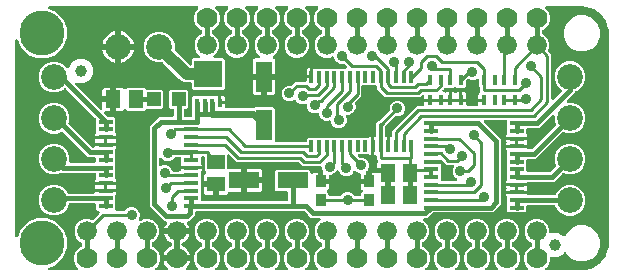
<source format=gbr>
G04 EAGLE Gerber RS-274X export*
G75*
%MOMM*%
%FSLAX34Y34*%
%LPD*%
%INTop Copper*%
%IPPOS*%
%AMOC8*
5,1,8,0,0,1.08239X$1,22.5*%
G01*
%ADD10R,1.250000X0.400000*%
%ADD11C,2.184400*%
%ADD12R,1.300000X1.500000*%
%ADD13R,2.600000X1.400000*%
%ADD14R,1.400000X2.600000*%
%ADD15R,1.200000X1.200000*%
%ADD16C,1.000000*%
%ADD17R,0.420000X0.700000*%
%ADD18R,2.350000X2.250000*%
%ADD19R,0.304800X0.990600*%
%ADD20R,1.500000X1.300000*%
%ADD21C,3.810000*%
%ADD22C,1.778000*%
%ADD23R,0.450000X0.900000*%
%ADD24C,1.676400*%
%ADD25R,0.900000X1.000000*%
%ADD26C,0.906400*%
%ADD27C,0.254000*%
%ADD28C,0.406400*%
%ADD29C,0.304800*%
%ADD30C,0.609600*%
%ADD31C,1.016000*%

G36*
X55285Y2558D02*
X55285Y2558D01*
X55424Y2571D01*
X55443Y2578D01*
X55464Y2581D01*
X55592Y2632D01*
X55724Y2679D01*
X55740Y2690D01*
X55759Y2698D01*
X55872Y2779D01*
X55987Y2857D01*
X56000Y2873D01*
X56017Y2884D01*
X56105Y2992D01*
X56197Y3096D01*
X56206Y3114D01*
X56219Y3129D01*
X56279Y3255D01*
X56342Y3379D01*
X56346Y3399D01*
X56355Y3417D01*
X56381Y3554D01*
X56411Y3689D01*
X56411Y3710D01*
X56415Y3729D01*
X56406Y3868D01*
X56402Y4007D01*
X56396Y4027D01*
X56395Y4047D01*
X56352Y4179D01*
X56313Y4313D01*
X56303Y4330D01*
X56297Y4349D01*
X56222Y4467D01*
X56152Y4587D01*
X56133Y4608D01*
X56127Y4618D01*
X56112Y4632D01*
X56045Y4707D01*
X54240Y6513D01*
X52577Y10527D01*
X52577Y14873D01*
X54240Y18887D01*
X57313Y21960D01*
X58652Y22514D01*
X58677Y22529D01*
X58705Y22538D01*
X58815Y22608D01*
X58928Y22672D01*
X58949Y22693D01*
X58974Y22708D01*
X59063Y22803D01*
X59156Y22893D01*
X59172Y22918D01*
X59192Y22940D01*
X59255Y23054D01*
X59323Y23164D01*
X59331Y23193D01*
X59346Y23218D01*
X59378Y23344D01*
X59416Y23468D01*
X59418Y23498D01*
X59425Y23526D01*
X59435Y23687D01*
X59435Y25123D01*
X59432Y25152D01*
X59434Y25181D01*
X59412Y25309D01*
X59395Y25438D01*
X59385Y25466D01*
X59380Y25495D01*
X59326Y25613D01*
X59278Y25734D01*
X59261Y25758D01*
X59249Y25785D01*
X59168Y25886D01*
X59092Y25991D01*
X59069Y26010D01*
X59050Y26033D01*
X58947Y26111D01*
X58847Y26194D01*
X58820Y26207D01*
X58796Y26224D01*
X58652Y26295D01*
X57601Y26731D01*
X54671Y29661D01*
X53085Y33488D01*
X53085Y37632D01*
X54671Y41459D01*
X57601Y44389D01*
X61428Y45975D01*
X65572Y45975D01*
X67385Y45224D01*
X67413Y45216D01*
X67440Y45202D01*
X67566Y45174D01*
X67692Y45140D01*
X67721Y45139D01*
X67750Y45133D01*
X67880Y45137D01*
X68010Y45135D01*
X68038Y45142D01*
X68068Y45142D01*
X68192Y45179D01*
X68319Y45209D01*
X68345Y45223D01*
X68373Y45231D01*
X68485Y45297D01*
X68600Y45358D01*
X68622Y45377D01*
X68647Y45392D01*
X68768Y45499D01*
X73795Y50526D01*
X74030Y50760D01*
X74115Y50870D01*
X74204Y50977D01*
X74212Y50996D01*
X74225Y51012D01*
X74280Y51139D01*
X74339Y51265D01*
X74343Y51285D01*
X74351Y51304D01*
X74373Y51441D01*
X74399Y51578D01*
X74398Y51598D01*
X74401Y51618D01*
X74388Y51756D01*
X74379Y51895D01*
X74373Y51914D01*
X74371Y51934D01*
X74324Y52065D01*
X74281Y52197D01*
X74270Y52215D01*
X74264Y52234D01*
X74186Y52348D01*
X74111Y52466D01*
X74096Y52480D01*
X74085Y52497D01*
X73981Y52588D01*
X73879Y52684D01*
X73862Y52694D01*
X73847Y52707D01*
X73723Y52770D01*
X73601Y52838D01*
X73581Y52843D01*
X73563Y52852D01*
X73427Y52882D01*
X73293Y52917D01*
X73265Y52919D01*
X73253Y52922D01*
X73232Y52921D01*
X73132Y52927D01*
X72228Y52927D01*
X71037Y54118D01*
X71037Y58126D01*
X71022Y58244D01*
X71015Y58363D01*
X71002Y58401D01*
X70997Y58442D01*
X70954Y58552D01*
X70917Y58665D01*
X70895Y58700D01*
X70880Y58737D01*
X70811Y58833D01*
X70747Y58934D01*
X70717Y58962D01*
X70694Y58995D01*
X70602Y59071D01*
X70515Y59152D01*
X70480Y59172D01*
X70449Y59197D01*
X70341Y59248D01*
X70237Y59306D01*
X70197Y59316D01*
X70161Y59333D01*
X70044Y59355D01*
X69929Y59385D01*
X69869Y59389D01*
X69849Y59393D01*
X69828Y59391D01*
X69768Y59395D01*
X49347Y59395D01*
X49318Y59392D01*
X49288Y59394D01*
X49160Y59372D01*
X49032Y59355D01*
X49004Y59345D01*
X48975Y59340D01*
X48857Y59286D01*
X48736Y59238D01*
X48712Y59221D01*
X48685Y59209D01*
X48584Y59128D01*
X48479Y59052D01*
X48460Y59029D01*
X48437Y59010D01*
X48359Y58907D01*
X48276Y58807D01*
X48263Y58780D01*
X48245Y58756D01*
X48174Y58612D01*
X46543Y54672D01*
X42898Y51027D01*
X38137Y49055D01*
X32983Y49055D01*
X28222Y51027D01*
X24577Y54672D01*
X22605Y59433D01*
X22605Y64587D01*
X24577Y69348D01*
X28222Y72993D01*
X32983Y74965D01*
X38137Y74965D01*
X42898Y72993D01*
X46542Y69348D01*
X46973Y68308D01*
X46988Y68283D01*
X46997Y68255D01*
X47066Y68145D01*
X47131Y68032D01*
X47151Y68011D01*
X47167Y67986D01*
X47262Y67897D01*
X47352Y67804D01*
X47377Y67788D01*
X47399Y67768D01*
X47513Y67705D01*
X47623Y67637D01*
X47651Y67629D01*
X47677Y67614D01*
X47803Y67582D01*
X47927Y67544D01*
X47957Y67542D01*
X47985Y67535D01*
X48146Y67525D01*
X69260Y67525D01*
X69378Y67540D01*
X69497Y67547D01*
X69535Y67560D01*
X69576Y67565D01*
X69686Y67608D01*
X69799Y67645D01*
X69834Y67667D01*
X69871Y67682D01*
X69967Y67751D01*
X70068Y67815D01*
X70096Y67845D01*
X70129Y67868D01*
X70205Y67960D01*
X70286Y68047D01*
X70306Y68082D01*
X70331Y68113D01*
X70382Y68221D01*
X70440Y68325D01*
X70450Y68365D01*
X70467Y68401D01*
X70489Y68518D01*
X70519Y68633D01*
X70523Y68691D01*
X79320Y68691D01*
X88111Y68691D01*
X88111Y67626D01*
X87938Y66979D01*
X87773Y66694D01*
X87737Y66609D01*
X87692Y66528D01*
X87676Y66463D01*
X87650Y66401D01*
X87636Y66309D01*
X87613Y66220D01*
X87606Y66103D01*
X87603Y66086D01*
X87604Y66078D01*
X87603Y66059D01*
X87603Y54102D01*
X87618Y53984D01*
X87625Y53865D01*
X87638Y53827D01*
X87643Y53786D01*
X87686Y53676D01*
X87723Y53563D01*
X87745Y53528D01*
X87760Y53491D01*
X87829Y53395D01*
X87893Y53294D01*
X87923Y53266D01*
X87946Y53233D01*
X88038Y53157D01*
X88125Y53076D01*
X88160Y53056D01*
X88191Y53031D01*
X88299Y52980D01*
X88403Y52922D01*
X88443Y52912D01*
X88479Y52895D01*
X88596Y52873D01*
X88711Y52843D01*
X88771Y52839D01*
X88791Y52835D01*
X88812Y52837D01*
X88872Y52833D01*
X95093Y52833D01*
X95191Y52845D01*
X95290Y52848D01*
X95348Y52865D01*
X95409Y52873D01*
X95501Y52909D01*
X95596Y52937D01*
X95648Y52967D01*
X95704Y52990D01*
X95784Y53048D01*
X95870Y53098D01*
X95945Y53164D01*
X95962Y53176D01*
X95969Y53186D01*
X95991Y53204D01*
X97881Y55095D01*
X100294Y56095D01*
X102906Y56095D01*
X105319Y55095D01*
X107165Y53249D01*
X108165Y50836D01*
X108165Y48224D01*
X107371Y46308D01*
X107334Y46174D01*
X107293Y46041D01*
X107292Y46021D01*
X107287Y46001D01*
X107285Y45862D01*
X107278Y45723D01*
X107282Y45704D01*
X107282Y45683D01*
X107314Y45548D01*
X107343Y45412D01*
X107351Y45394D01*
X107356Y45374D01*
X107421Y45251D01*
X107482Y45126D01*
X107495Y45111D01*
X107505Y45093D01*
X107598Y44990D01*
X107689Y44884D01*
X107705Y44873D01*
X107719Y44858D01*
X107835Y44781D01*
X107949Y44701D01*
X107968Y44694D01*
X107985Y44683D01*
X108116Y44638D01*
X108246Y44588D01*
X108266Y44586D01*
X108285Y44580D01*
X108424Y44569D01*
X108562Y44553D01*
X108582Y44556D01*
X108602Y44554D01*
X108739Y44578D01*
X108877Y44598D01*
X108904Y44607D01*
X108916Y44609D01*
X108934Y44617D01*
X109029Y44650D01*
X112228Y45975D01*
X116372Y45975D01*
X120199Y44389D01*
X123129Y41459D01*
X124715Y37632D01*
X124715Y33488D01*
X123129Y29661D01*
X120199Y26731D01*
X119148Y26295D01*
X119123Y26281D01*
X119095Y26272D01*
X118985Y26202D01*
X118872Y26138D01*
X118851Y26117D01*
X118826Y26102D01*
X118737Y26007D01*
X118644Y25917D01*
X118628Y25891D01*
X118608Y25870D01*
X118545Y25756D01*
X118477Y25645D01*
X118469Y25617D01*
X118454Y25591D01*
X118422Y25466D01*
X118384Y25342D01*
X118382Y25312D01*
X118375Y25283D01*
X118365Y25123D01*
X118365Y23687D01*
X118368Y23658D01*
X118366Y23628D01*
X118388Y23500D01*
X118405Y23372D01*
X118415Y23344D01*
X118420Y23315D01*
X118474Y23196D01*
X118522Y23076D01*
X118539Y23052D01*
X118551Y23025D01*
X118632Y22924D01*
X118708Y22819D01*
X118731Y22800D01*
X118750Y22777D01*
X118853Y22699D01*
X118953Y22616D01*
X118980Y22603D01*
X119004Y22585D01*
X119148Y22514D01*
X120487Y21960D01*
X123560Y18887D01*
X125223Y14873D01*
X125223Y10527D01*
X123560Y6513D01*
X121755Y4707D01*
X121669Y4598D01*
X121581Y4491D01*
X121572Y4472D01*
X121560Y4456D01*
X121504Y4328D01*
X121445Y4203D01*
X121441Y4183D01*
X121433Y4164D01*
X121411Y4026D01*
X121385Y3890D01*
X121387Y3870D01*
X121383Y3850D01*
X121396Y3711D01*
X121405Y3573D01*
X121411Y3554D01*
X121413Y3534D01*
X121460Y3402D01*
X121503Y3271D01*
X121514Y3253D01*
X121521Y3234D01*
X121599Y3119D01*
X121673Y3002D01*
X121688Y2988D01*
X121699Y2971D01*
X121804Y2879D01*
X121905Y2784D01*
X121923Y2774D01*
X121938Y2761D01*
X122062Y2697D01*
X122183Y2630D01*
X122203Y2625D01*
X122221Y2616D01*
X122357Y2586D01*
X122491Y2551D01*
X122519Y2549D01*
X122531Y2546D01*
X122552Y2547D01*
X122652Y2541D01*
X130630Y2541D01*
X130768Y2558D01*
X130906Y2571D01*
X130925Y2578D01*
X130945Y2581D01*
X131075Y2632D01*
X131205Y2679D01*
X131222Y2690D01*
X131241Y2698D01*
X131353Y2779D01*
X131468Y2857D01*
X131482Y2873D01*
X131498Y2884D01*
X131587Y2992D01*
X131679Y3096D01*
X131688Y3114D01*
X131701Y3129D01*
X131760Y3255D01*
X131823Y3379D01*
X131828Y3399D01*
X131836Y3417D01*
X131862Y3553D01*
X131893Y3689D01*
X131892Y3710D01*
X131896Y3729D01*
X131888Y3868D01*
X131883Y4007D01*
X131878Y4027D01*
X131876Y4047D01*
X131834Y4179D01*
X131795Y4313D01*
X131785Y4330D01*
X131778Y4349D01*
X131704Y4467D01*
X131633Y4587D01*
X131615Y4608D01*
X131608Y4618D01*
X131593Y4632D01*
X131527Y4708D01*
X130981Y5253D01*
X129923Y6709D01*
X129107Y8312D01*
X128551Y10023D01*
X128523Y10201D01*
X138470Y10201D01*
X138588Y10216D01*
X138707Y10223D01*
X138745Y10235D01*
X138785Y10241D01*
X138896Y10284D01*
X139009Y10321D01*
X139043Y10343D01*
X139081Y10358D01*
X139177Y10427D01*
X139278Y10491D01*
X139306Y10521D01*
X139338Y10544D01*
X139414Y10636D01*
X139496Y10723D01*
X139515Y10758D01*
X139541Y10789D01*
X139592Y10897D01*
X139649Y11001D01*
X139659Y11041D01*
X139677Y11077D01*
X139697Y11184D01*
X139701Y11154D01*
X139745Y11044D01*
X139781Y10931D01*
X139803Y10896D01*
X139818Y10859D01*
X139888Y10762D01*
X139951Y10662D01*
X139981Y10634D01*
X140005Y10601D01*
X140096Y10525D01*
X140183Y10444D01*
X140218Y10424D01*
X140250Y10399D01*
X140357Y10348D01*
X140462Y10290D01*
X140501Y10280D01*
X140537Y10263D01*
X140654Y10241D01*
X140770Y10211D01*
X140830Y10207D01*
X140850Y10203D01*
X140870Y10205D01*
X140930Y10201D01*
X150877Y10201D01*
X150849Y10023D01*
X150293Y8312D01*
X149477Y6709D01*
X148419Y5253D01*
X147873Y4708D01*
X147788Y4598D01*
X147699Y4491D01*
X147690Y4472D01*
X147678Y4456D01*
X147623Y4328D01*
X147564Y4203D01*
X147560Y4183D01*
X147552Y4164D01*
X147530Y4026D01*
X147504Y3890D01*
X147505Y3870D01*
X147502Y3850D01*
X147515Y3711D01*
X147524Y3573D01*
X147530Y3554D01*
X147532Y3534D01*
X147579Y3403D01*
X147622Y3271D01*
X147632Y3253D01*
X147639Y3234D01*
X147717Y3120D01*
X147792Y3002D01*
X147806Y2988D01*
X147818Y2971D01*
X147922Y2879D01*
X148023Y2784D01*
X148041Y2774D01*
X148056Y2761D01*
X148180Y2698D01*
X148302Y2630D01*
X148321Y2625D01*
X148339Y2616D01*
X148475Y2586D01*
X148610Y2551D01*
X148638Y2549D01*
X148650Y2546D01*
X148670Y2547D01*
X148770Y2541D01*
X156748Y2541D01*
X156885Y2558D01*
X157024Y2571D01*
X157043Y2578D01*
X157064Y2581D01*
X157192Y2632D01*
X157324Y2679D01*
X157340Y2690D01*
X157359Y2698D01*
X157472Y2779D01*
X157587Y2857D01*
X157600Y2873D01*
X157617Y2884D01*
X157705Y2992D01*
X157797Y3096D01*
X157806Y3114D01*
X157819Y3129D01*
X157879Y3255D01*
X157942Y3379D01*
X157946Y3399D01*
X157955Y3417D01*
X157981Y3554D01*
X158011Y3689D01*
X158011Y3710D01*
X158015Y3729D01*
X158006Y3868D01*
X158002Y4007D01*
X157996Y4027D01*
X157995Y4047D01*
X157952Y4179D01*
X157913Y4313D01*
X157903Y4330D01*
X157897Y4349D01*
X157822Y4467D01*
X157752Y4587D01*
X157733Y4608D01*
X157727Y4618D01*
X157712Y4632D01*
X157645Y4707D01*
X155840Y6513D01*
X154177Y10527D01*
X154177Y14873D01*
X155840Y18887D01*
X158913Y21960D01*
X160252Y22514D01*
X160277Y22529D01*
X160305Y22538D01*
X160415Y22608D01*
X160528Y22672D01*
X160549Y22693D01*
X160574Y22708D01*
X160663Y22803D01*
X160756Y22893D01*
X160772Y22918D01*
X160792Y22940D01*
X160855Y23054D01*
X160923Y23164D01*
X160931Y23193D01*
X160946Y23218D01*
X160978Y23344D01*
X161016Y23468D01*
X161018Y23498D01*
X161025Y23526D01*
X161035Y23687D01*
X161035Y25123D01*
X161032Y25152D01*
X161034Y25181D01*
X161012Y25309D01*
X160995Y25438D01*
X160985Y25466D01*
X160980Y25495D01*
X160926Y25613D01*
X160878Y25734D01*
X160861Y25758D01*
X160849Y25785D01*
X160768Y25886D01*
X160692Y25991D01*
X160669Y26010D01*
X160650Y26033D01*
X160547Y26111D01*
X160447Y26194D01*
X160420Y26207D01*
X160396Y26224D01*
X160252Y26295D01*
X159201Y26731D01*
X156271Y29661D01*
X154685Y33488D01*
X154685Y37632D01*
X156271Y41459D01*
X159201Y44389D01*
X163028Y45975D01*
X167172Y45975D01*
X170999Y44389D01*
X173929Y41459D01*
X175515Y37632D01*
X175515Y33488D01*
X173929Y29661D01*
X170999Y26731D01*
X169948Y26295D01*
X169923Y26281D01*
X169895Y26272D01*
X169785Y26202D01*
X169672Y26138D01*
X169651Y26117D01*
X169626Y26102D01*
X169537Y26007D01*
X169444Y25917D01*
X169428Y25891D01*
X169408Y25870D01*
X169345Y25756D01*
X169277Y25645D01*
X169269Y25617D01*
X169254Y25591D01*
X169222Y25466D01*
X169184Y25342D01*
X169182Y25312D01*
X169175Y25283D01*
X169165Y25123D01*
X169165Y23687D01*
X169168Y23658D01*
X169166Y23628D01*
X169188Y23500D01*
X169205Y23372D01*
X169215Y23344D01*
X169220Y23315D01*
X169274Y23196D01*
X169322Y23076D01*
X169339Y23052D01*
X169351Y23025D01*
X169432Y22924D01*
X169508Y22819D01*
X169531Y22800D01*
X169550Y22777D01*
X169653Y22699D01*
X169753Y22616D01*
X169780Y22603D01*
X169804Y22585D01*
X169948Y22514D01*
X171287Y21960D01*
X174360Y18887D01*
X176023Y14873D01*
X176023Y10527D01*
X174360Y6513D01*
X172555Y4707D01*
X172469Y4598D01*
X172381Y4491D01*
X172372Y4472D01*
X172360Y4456D01*
X172304Y4328D01*
X172245Y4203D01*
X172241Y4183D01*
X172233Y4164D01*
X172211Y4026D01*
X172185Y3890D01*
X172187Y3870D01*
X172183Y3850D01*
X172196Y3711D01*
X172205Y3573D01*
X172211Y3554D01*
X172213Y3534D01*
X172260Y3402D01*
X172303Y3271D01*
X172314Y3253D01*
X172321Y3234D01*
X172399Y3119D01*
X172473Y3002D01*
X172488Y2988D01*
X172499Y2971D01*
X172604Y2879D01*
X172705Y2784D01*
X172723Y2774D01*
X172738Y2761D01*
X172862Y2697D01*
X172983Y2630D01*
X173003Y2625D01*
X173021Y2616D01*
X173157Y2586D01*
X173291Y2551D01*
X173319Y2549D01*
X173331Y2546D01*
X173352Y2547D01*
X173452Y2541D01*
X182148Y2541D01*
X182285Y2558D01*
X182424Y2571D01*
X182443Y2578D01*
X182464Y2581D01*
X182592Y2632D01*
X182724Y2679D01*
X182740Y2690D01*
X182759Y2698D01*
X182872Y2779D01*
X182987Y2857D01*
X183000Y2873D01*
X183017Y2884D01*
X183105Y2992D01*
X183197Y3096D01*
X183206Y3114D01*
X183219Y3129D01*
X183279Y3255D01*
X183342Y3379D01*
X183346Y3399D01*
X183355Y3417D01*
X183381Y3554D01*
X183411Y3689D01*
X183411Y3710D01*
X183415Y3729D01*
X183406Y3868D01*
X183402Y4007D01*
X183396Y4027D01*
X183395Y4047D01*
X183352Y4179D01*
X183313Y4313D01*
X183303Y4330D01*
X183297Y4349D01*
X183222Y4467D01*
X183152Y4587D01*
X183133Y4608D01*
X183127Y4618D01*
X183112Y4632D01*
X183045Y4707D01*
X181240Y6513D01*
X179577Y10527D01*
X179577Y14873D01*
X181240Y18887D01*
X184313Y21960D01*
X185652Y22514D01*
X185677Y22529D01*
X185705Y22538D01*
X185815Y22608D01*
X185928Y22672D01*
X185949Y22693D01*
X185974Y22708D01*
X186063Y22803D01*
X186156Y22893D01*
X186172Y22918D01*
X186192Y22940D01*
X186255Y23054D01*
X186323Y23164D01*
X186331Y23193D01*
X186346Y23218D01*
X186378Y23344D01*
X186416Y23468D01*
X186418Y23498D01*
X186425Y23526D01*
X186435Y23687D01*
X186435Y25123D01*
X186432Y25152D01*
X186434Y25181D01*
X186412Y25309D01*
X186395Y25438D01*
X186385Y25466D01*
X186380Y25495D01*
X186326Y25613D01*
X186278Y25734D01*
X186261Y25758D01*
X186249Y25785D01*
X186168Y25886D01*
X186092Y25991D01*
X186069Y26010D01*
X186050Y26033D01*
X185947Y26111D01*
X185847Y26194D01*
X185820Y26207D01*
X185796Y26224D01*
X185652Y26295D01*
X184601Y26731D01*
X181671Y29661D01*
X180085Y33488D01*
X180085Y37632D01*
X181671Y41459D01*
X184601Y44389D01*
X188428Y45975D01*
X192572Y45975D01*
X196399Y44389D01*
X199329Y41459D01*
X200915Y37632D01*
X200915Y33488D01*
X199329Y29661D01*
X196399Y26731D01*
X195348Y26295D01*
X195323Y26281D01*
X195295Y26272D01*
X195185Y26202D01*
X195072Y26138D01*
X195051Y26117D01*
X195026Y26102D01*
X194937Y26007D01*
X194844Y25917D01*
X194828Y25891D01*
X194808Y25870D01*
X194745Y25756D01*
X194677Y25645D01*
X194669Y25617D01*
X194654Y25591D01*
X194622Y25466D01*
X194584Y25342D01*
X194582Y25312D01*
X194575Y25283D01*
X194565Y25123D01*
X194565Y23687D01*
X194568Y23658D01*
X194566Y23628D01*
X194588Y23500D01*
X194605Y23372D01*
X194615Y23344D01*
X194620Y23315D01*
X194674Y23196D01*
X194722Y23076D01*
X194739Y23052D01*
X194751Y23025D01*
X194832Y22924D01*
X194908Y22819D01*
X194931Y22800D01*
X194950Y22777D01*
X195053Y22699D01*
X195153Y22616D01*
X195180Y22603D01*
X195204Y22585D01*
X195348Y22514D01*
X196687Y21960D01*
X199760Y18887D01*
X201423Y14873D01*
X201423Y10527D01*
X199760Y6513D01*
X197955Y4707D01*
X197869Y4598D01*
X197781Y4491D01*
X197772Y4472D01*
X197760Y4456D01*
X197704Y4328D01*
X197645Y4203D01*
X197641Y4183D01*
X197633Y4164D01*
X197611Y4026D01*
X197585Y3890D01*
X197587Y3870D01*
X197583Y3850D01*
X197596Y3711D01*
X197605Y3573D01*
X197611Y3554D01*
X197613Y3534D01*
X197660Y3402D01*
X197703Y3271D01*
X197714Y3253D01*
X197721Y3234D01*
X197799Y3119D01*
X197873Y3002D01*
X197888Y2988D01*
X197899Y2971D01*
X198004Y2879D01*
X198105Y2784D01*
X198123Y2774D01*
X198138Y2761D01*
X198262Y2697D01*
X198383Y2630D01*
X198403Y2625D01*
X198421Y2616D01*
X198557Y2586D01*
X198691Y2551D01*
X198719Y2549D01*
X198731Y2546D01*
X198752Y2547D01*
X198852Y2541D01*
X207548Y2541D01*
X207685Y2558D01*
X207824Y2571D01*
X207843Y2578D01*
X207864Y2581D01*
X207992Y2632D01*
X208124Y2679D01*
X208140Y2690D01*
X208159Y2698D01*
X208272Y2779D01*
X208387Y2857D01*
X208400Y2873D01*
X208417Y2884D01*
X208505Y2992D01*
X208597Y3096D01*
X208606Y3114D01*
X208619Y3129D01*
X208679Y3255D01*
X208742Y3379D01*
X208746Y3399D01*
X208755Y3417D01*
X208781Y3554D01*
X208811Y3689D01*
X208811Y3710D01*
X208815Y3729D01*
X208806Y3868D01*
X208802Y4007D01*
X208796Y4027D01*
X208795Y4047D01*
X208752Y4179D01*
X208713Y4313D01*
X208703Y4330D01*
X208697Y4349D01*
X208622Y4467D01*
X208552Y4587D01*
X208533Y4608D01*
X208527Y4618D01*
X208512Y4632D01*
X208445Y4707D01*
X206640Y6513D01*
X204977Y10527D01*
X204977Y14873D01*
X206640Y18887D01*
X209713Y21960D01*
X211052Y22514D01*
X211077Y22529D01*
X211105Y22538D01*
X211215Y22608D01*
X211328Y22672D01*
X211349Y22693D01*
X211374Y22708D01*
X211463Y22803D01*
X211556Y22893D01*
X211572Y22918D01*
X211592Y22940D01*
X211655Y23054D01*
X211723Y23164D01*
X211731Y23193D01*
X211746Y23218D01*
X211778Y23344D01*
X211816Y23468D01*
X211818Y23498D01*
X211825Y23526D01*
X211835Y23687D01*
X211835Y25123D01*
X211832Y25152D01*
X211834Y25181D01*
X211812Y25309D01*
X211795Y25438D01*
X211785Y25466D01*
X211780Y25495D01*
X211726Y25613D01*
X211678Y25734D01*
X211661Y25758D01*
X211649Y25785D01*
X211568Y25886D01*
X211492Y25991D01*
X211469Y26010D01*
X211450Y26033D01*
X211347Y26111D01*
X211247Y26194D01*
X211220Y26207D01*
X211196Y26224D01*
X211052Y26295D01*
X210001Y26731D01*
X207071Y29661D01*
X205485Y33488D01*
X205485Y37632D01*
X207071Y41459D01*
X210001Y44389D01*
X213828Y45975D01*
X217972Y45975D01*
X221799Y44389D01*
X224729Y41459D01*
X226315Y37632D01*
X226315Y33488D01*
X224729Y29661D01*
X221799Y26731D01*
X220748Y26295D01*
X220723Y26281D01*
X220695Y26272D01*
X220585Y26202D01*
X220472Y26138D01*
X220451Y26117D01*
X220426Y26102D01*
X220337Y26007D01*
X220244Y25917D01*
X220228Y25891D01*
X220208Y25870D01*
X220145Y25756D01*
X220077Y25645D01*
X220069Y25617D01*
X220054Y25591D01*
X220022Y25466D01*
X219984Y25342D01*
X219982Y25312D01*
X219975Y25283D01*
X219965Y25123D01*
X219965Y23687D01*
X219968Y23658D01*
X219966Y23628D01*
X219988Y23500D01*
X220005Y23372D01*
X220015Y23344D01*
X220020Y23315D01*
X220074Y23196D01*
X220122Y23076D01*
X220139Y23052D01*
X220151Y23025D01*
X220232Y22924D01*
X220308Y22819D01*
X220331Y22800D01*
X220350Y22777D01*
X220453Y22699D01*
X220553Y22616D01*
X220580Y22603D01*
X220604Y22585D01*
X220748Y22514D01*
X222087Y21960D01*
X225160Y18887D01*
X226823Y14873D01*
X226823Y10527D01*
X225160Y6513D01*
X223355Y4707D01*
X223269Y4598D01*
X223181Y4491D01*
X223172Y4472D01*
X223160Y4456D01*
X223104Y4328D01*
X223045Y4203D01*
X223041Y4183D01*
X223033Y4164D01*
X223011Y4026D01*
X222985Y3890D01*
X222987Y3870D01*
X222983Y3850D01*
X222996Y3711D01*
X223005Y3573D01*
X223011Y3554D01*
X223013Y3534D01*
X223060Y3402D01*
X223103Y3271D01*
X223114Y3253D01*
X223121Y3234D01*
X223199Y3119D01*
X223273Y3002D01*
X223288Y2988D01*
X223299Y2971D01*
X223404Y2879D01*
X223505Y2784D01*
X223523Y2774D01*
X223538Y2761D01*
X223662Y2697D01*
X223783Y2630D01*
X223803Y2625D01*
X223821Y2616D01*
X223957Y2586D01*
X224091Y2551D01*
X224119Y2549D01*
X224131Y2546D01*
X224152Y2547D01*
X224252Y2541D01*
X232948Y2541D01*
X233085Y2558D01*
X233224Y2571D01*
X233243Y2578D01*
X233264Y2581D01*
X233392Y2632D01*
X233524Y2679D01*
X233540Y2690D01*
X233559Y2698D01*
X233672Y2779D01*
X233787Y2857D01*
X233800Y2873D01*
X233817Y2884D01*
X233905Y2992D01*
X233997Y3096D01*
X234006Y3114D01*
X234019Y3129D01*
X234079Y3255D01*
X234142Y3379D01*
X234146Y3399D01*
X234155Y3417D01*
X234181Y3554D01*
X234211Y3689D01*
X234211Y3710D01*
X234215Y3729D01*
X234206Y3868D01*
X234202Y4007D01*
X234196Y4027D01*
X234195Y4047D01*
X234152Y4179D01*
X234113Y4313D01*
X234103Y4330D01*
X234097Y4349D01*
X234022Y4467D01*
X233952Y4587D01*
X233933Y4608D01*
X233927Y4618D01*
X233912Y4632D01*
X233845Y4707D01*
X232040Y6513D01*
X230377Y10527D01*
X230377Y14873D01*
X232040Y18887D01*
X235113Y21960D01*
X236452Y22514D01*
X236477Y22529D01*
X236505Y22538D01*
X236615Y22608D01*
X236728Y22672D01*
X236749Y22693D01*
X236774Y22708D01*
X236863Y22803D01*
X236956Y22893D01*
X236972Y22918D01*
X236992Y22940D01*
X237055Y23054D01*
X237123Y23164D01*
X237131Y23193D01*
X237146Y23218D01*
X237178Y23344D01*
X237216Y23468D01*
X237218Y23498D01*
X237225Y23526D01*
X237235Y23687D01*
X237235Y25123D01*
X237232Y25152D01*
X237234Y25181D01*
X237212Y25309D01*
X237195Y25438D01*
X237185Y25466D01*
X237180Y25495D01*
X237126Y25613D01*
X237078Y25734D01*
X237061Y25758D01*
X237049Y25785D01*
X236968Y25886D01*
X236892Y25991D01*
X236869Y26010D01*
X236850Y26033D01*
X236747Y26111D01*
X236647Y26194D01*
X236620Y26207D01*
X236596Y26224D01*
X236452Y26295D01*
X235401Y26731D01*
X232471Y29661D01*
X230885Y33488D01*
X230885Y37632D01*
X232471Y41459D01*
X235401Y44389D01*
X239228Y45975D01*
X243372Y45975D01*
X247199Y44389D01*
X250129Y41459D01*
X251715Y37632D01*
X251715Y33488D01*
X250129Y29661D01*
X247199Y26731D01*
X246148Y26295D01*
X246123Y26281D01*
X246095Y26272D01*
X245985Y26202D01*
X245872Y26138D01*
X245851Y26117D01*
X245826Y26102D01*
X245737Y26007D01*
X245644Y25917D01*
X245628Y25891D01*
X245608Y25870D01*
X245545Y25756D01*
X245477Y25645D01*
X245469Y25617D01*
X245454Y25591D01*
X245422Y25466D01*
X245384Y25342D01*
X245382Y25312D01*
X245375Y25283D01*
X245365Y25123D01*
X245365Y23687D01*
X245368Y23658D01*
X245366Y23628D01*
X245388Y23500D01*
X245405Y23372D01*
X245415Y23344D01*
X245420Y23315D01*
X245474Y23196D01*
X245522Y23076D01*
X245539Y23052D01*
X245551Y23025D01*
X245632Y22924D01*
X245708Y22819D01*
X245731Y22800D01*
X245750Y22777D01*
X245853Y22699D01*
X245953Y22616D01*
X245980Y22603D01*
X246004Y22585D01*
X246148Y22514D01*
X247487Y21960D01*
X250560Y18887D01*
X252223Y14873D01*
X252223Y10527D01*
X250560Y6513D01*
X248755Y4707D01*
X248669Y4598D01*
X248581Y4491D01*
X248572Y4472D01*
X248560Y4456D01*
X248504Y4328D01*
X248445Y4203D01*
X248441Y4183D01*
X248433Y4164D01*
X248411Y4026D01*
X248385Y3890D01*
X248387Y3870D01*
X248383Y3850D01*
X248396Y3711D01*
X248405Y3573D01*
X248411Y3554D01*
X248413Y3534D01*
X248460Y3402D01*
X248503Y3271D01*
X248514Y3253D01*
X248521Y3234D01*
X248599Y3119D01*
X248673Y3002D01*
X248688Y2988D01*
X248699Y2971D01*
X248804Y2879D01*
X248905Y2784D01*
X248923Y2774D01*
X248938Y2761D01*
X249062Y2697D01*
X249183Y2630D01*
X249203Y2625D01*
X249221Y2616D01*
X249357Y2586D01*
X249491Y2551D01*
X249519Y2549D01*
X249531Y2546D01*
X249552Y2547D01*
X249652Y2541D01*
X258348Y2541D01*
X258485Y2558D01*
X258624Y2571D01*
X258643Y2578D01*
X258664Y2581D01*
X258792Y2632D01*
X258924Y2679D01*
X258940Y2690D01*
X258959Y2698D01*
X259072Y2779D01*
X259187Y2857D01*
X259200Y2873D01*
X259217Y2884D01*
X259305Y2992D01*
X259397Y3096D01*
X259406Y3114D01*
X259419Y3129D01*
X259479Y3255D01*
X259542Y3379D01*
X259546Y3399D01*
X259555Y3417D01*
X259581Y3554D01*
X259611Y3689D01*
X259611Y3710D01*
X259615Y3729D01*
X259606Y3868D01*
X259602Y4007D01*
X259596Y4027D01*
X259595Y4047D01*
X259552Y4179D01*
X259513Y4313D01*
X259503Y4330D01*
X259497Y4349D01*
X259422Y4467D01*
X259352Y4587D01*
X259333Y4608D01*
X259327Y4618D01*
X259312Y4632D01*
X259245Y4707D01*
X257440Y6513D01*
X255777Y10527D01*
X255777Y14873D01*
X257440Y18887D01*
X260513Y21960D01*
X261852Y22514D01*
X261877Y22529D01*
X261905Y22538D01*
X262015Y22608D01*
X262128Y22672D01*
X262149Y22693D01*
X262174Y22708D01*
X262263Y22803D01*
X262356Y22893D01*
X262372Y22918D01*
X262392Y22940D01*
X262455Y23054D01*
X262523Y23164D01*
X262531Y23193D01*
X262546Y23218D01*
X262578Y23344D01*
X262616Y23468D01*
X262618Y23498D01*
X262625Y23526D01*
X262635Y23687D01*
X262635Y25123D01*
X262632Y25152D01*
X262634Y25181D01*
X262612Y25309D01*
X262595Y25438D01*
X262585Y25466D01*
X262580Y25495D01*
X262526Y25613D01*
X262478Y25734D01*
X262461Y25758D01*
X262449Y25785D01*
X262368Y25886D01*
X262292Y25991D01*
X262269Y26010D01*
X262250Y26033D01*
X262147Y26111D01*
X262047Y26194D01*
X262020Y26207D01*
X261996Y26224D01*
X261852Y26295D01*
X260801Y26731D01*
X257871Y29661D01*
X256285Y33488D01*
X256285Y37632D01*
X257871Y41459D01*
X260951Y44540D01*
X260952Y44540D01*
X260954Y44542D01*
X260979Y44568D01*
X261014Y44613D01*
X261064Y44660D01*
X261106Y44726D01*
X261155Y44785D01*
X261166Y44808D01*
X261174Y44819D01*
X261195Y44868D01*
X261234Y44929D01*
X261258Y45003D01*
X261290Y45073D01*
X261296Y45100D01*
X261300Y45111D01*
X261308Y45161D01*
X261331Y45232D01*
X261336Y45309D01*
X261350Y45386D01*
X261348Y45414D01*
X261350Y45425D01*
X261346Y45474D01*
X261350Y45549D01*
X261335Y45626D01*
X261331Y45703D01*
X261321Y45731D01*
X261320Y45742D01*
X261304Y45787D01*
X261290Y45862D01*
X261256Y45932D01*
X261232Y46005D01*
X261216Y46031D01*
X261213Y46041D01*
X261186Y46080D01*
X261153Y46149D01*
X261104Y46209D01*
X261062Y46274D01*
X261040Y46295D01*
X261034Y46304D01*
X260998Y46336D01*
X260950Y46394D01*
X260887Y46439D01*
X260831Y46492D01*
X260805Y46506D01*
X260796Y46514D01*
X260751Y46537D01*
X260692Y46580D01*
X260620Y46608D01*
X260552Y46646D01*
X260525Y46653D01*
X260513Y46659D01*
X260462Y46670D01*
X260396Y46696D01*
X260319Y46706D01*
X260244Y46725D01*
X260208Y46727D01*
X260202Y46729D01*
X260192Y46728D01*
X260084Y46735D01*
X253586Y46735D01*
X250834Y49488D01*
X247798Y52524D01*
X247720Y52584D01*
X247648Y52652D01*
X247595Y52681D01*
X247547Y52718D01*
X247456Y52758D01*
X247369Y52806D01*
X247311Y52821D01*
X247255Y52845D01*
X247157Y52860D01*
X247061Y52885D01*
X246961Y52891D01*
X246941Y52895D01*
X246929Y52893D01*
X246901Y52895D01*
X156464Y52895D01*
X156346Y52880D01*
X156227Y52873D01*
X156189Y52860D01*
X156148Y52855D01*
X156038Y52812D01*
X155925Y52775D01*
X155890Y52753D01*
X155853Y52738D01*
X155757Y52669D01*
X155656Y52605D01*
X155628Y52575D01*
X155595Y52552D01*
X155519Y52460D01*
X155438Y52373D01*
X155418Y52338D01*
X155393Y52307D01*
X155342Y52199D01*
X155284Y52095D01*
X155274Y52055D01*
X155257Y52019D01*
X155235Y51902D01*
X155205Y51787D01*
X155201Y51727D01*
X155197Y51707D01*
X155199Y51686D01*
X155195Y51626D01*
X155195Y49116D01*
X150274Y44195D01*
X149418Y44195D01*
X149379Y44190D01*
X149339Y44193D01*
X149221Y44170D01*
X149103Y44155D01*
X149066Y44141D01*
X149027Y44133D01*
X148918Y44082D01*
X148807Y44038D01*
X148775Y44015D01*
X148739Y43998D01*
X148647Y43922D01*
X148550Y43852D01*
X148524Y43821D01*
X148494Y43796D01*
X148423Y43699D01*
X148347Y43607D01*
X148330Y43571D01*
X148307Y43538D01*
X148262Y43427D01*
X148211Y43319D01*
X148204Y43280D01*
X148189Y43243D01*
X148174Y43124D01*
X148152Y43007D01*
X148154Y42967D01*
X148149Y42927D01*
X148164Y42808D01*
X148171Y42689D01*
X148184Y42651D01*
X148189Y42612D01*
X148233Y42500D01*
X148269Y42387D01*
X148291Y42353D01*
X148305Y42316D01*
X148392Y42180D01*
X149042Y41285D01*
X149823Y39753D01*
X150354Y38118D01*
X150363Y38059D01*
X140930Y38059D01*
X140812Y38044D01*
X140693Y38037D01*
X140655Y38024D01*
X140615Y38019D01*
X140504Y37976D01*
X140391Y37939D01*
X140357Y37917D01*
X140319Y37902D01*
X140223Y37833D01*
X140122Y37769D01*
X140094Y37739D01*
X140062Y37716D01*
X139986Y37624D01*
X139904Y37537D01*
X139885Y37502D01*
X139859Y37471D01*
X139808Y37363D01*
X139751Y37259D01*
X139741Y37219D01*
X139723Y37183D01*
X139703Y37076D01*
X139699Y37106D01*
X139655Y37216D01*
X139619Y37329D01*
X139597Y37364D01*
X139582Y37401D01*
X139512Y37497D01*
X139449Y37598D01*
X139419Y37626D01*
X139395Y37659D01*
X139304Y37735D01*
X139217Y37816D01*
X139182Y37836D01*
X139150Y37861D01*
X139043Y37912D01*
X138938Y37970D01*
X138899Y37980D01*
X138863Y37997D01*
X138746Y38019D01*
X138630Y38049D01*
X138570Y38053D01*
X138550Y38057D01*
X138530Y38055D01*
X138470Y38059D01*
X129037Y38059D01*
X129046Y38118D01*
X129577Y39753D01*
X130358Y41285D01*
X131008Y42180D01*
X131028Y42215D01*
X131053Y42245D01*
X131104Y42354D01*
X131162Y42459D01*
X131172Y42497D01*
X131189Y42533D01*
X131211Y42650D01*
X131241Y42767D01*
X131241Y42807D01*
X131248Y42846D01*
X131241Y42965D01*
X131241Y43085D01*
X131231Y43123D01*
X131229Y43163D01*
X131192Y43277D01*
X131162Y43393D01*
X131143Y43428D01*
X131131Y43465D01*
X131066Y43567D01*
X131009Y43671D01*
X130982Y43700D01*
X130960Y43734D01*
X130873Y43816D01*
X130791Y43903D01*
X130758Y43925D01*
X130729Y43952D01*
X130624Y44010D01*
X130523Y44074D01*
X130485Y44086D01*
X130450Y44106D01*
X130334Y44135D01*
X130221Y44173D01*
X130181Y44175D01*
X130142Y44185D01*
X129982Y44195D01*
X129126Y44195D01*
X116585Y56736D01*
X116585Y124874D01*
X124236Y132525D01*
X135976Y132525D01*
X136094Y132540D01*
X136213Y132547D01*
X136251Y132560D01*
X136292Y132565D01*
X136402Y132608D01*
X136515Y132645D01*
X136550Y132667D01*
X136587Y132682D01*
X136683Y132751D01*
X136784Y132815D01*
X136812Y132845D01*
X136845Y132868D01*
X136921Y132960D01*
X137002Y133047D01*
X137022Y133082D01*
X137047Y133113D01*
X137098Y133221D01*
X137156Y133325D01*
X137166Y133365D01*
X137183Y133401D01*
X137205Y133518D01*
X137235Y133633D01*
X137239Y133693D01*
X137243Y133713D01*
X137241Y133734D01*
X137245Y133794D01*
X137245Y138018D01*
X137230Y138136D01*
X137223Y138255D01*
X137210Y138293D01*
X137205Y138334D01*
X137162Y138444D01*
X137125Y138557D01*
X137103Y138592D01*
X137088Y138629D01*
X137019Y138725D01*
X136955Y138826D01*
X136925Y138854D01*
X136902Y138887D01*
X136810Y138963D01*
X136723Y139044D01*
X136688Y139064D01*
X136657Y139089D01*
X136549Y139140D01*
X136445Y139198D01*
X136405Y139208D01*
X136369Y139225D01*
X136252Y139247D01*
X136137Y139277D01*
X136077Y139281D01*
X136057Y139285D01*
X136036Y139283D01*
X135976Y139287D01*
X134468Y139287D01*
X133277Y140478D01*
X133277Y154162D01*
X134468Y155353D01*
X148152Y155353D01*
X149343Y154162D01*
X149343Y140478D01*
X148152Y139287D01*
X146644Y139287D01*
X146526Y139272D01*
X146407Y139265D01*
X146369Y139252D01*
X146328Y139247D01*
X146218Y139204D01*
X146105Y139167D01*
X146070Y139145D01*
X146033Y139130D01*
X145937Y139061D01*
X145836Y138997D01*
X145808Y138967D01*
X145775Y138944D01*
X145699Y138852D01*
X145618Y138765D01*
X145598Y138730D01*
X145573Y138699D01*
X145522Y138591D01*
X145464Y138487D01*
X145454Y138447D01*
X145437Y138411D01*
X145415Y138294D01*
X145385Y138179D01*
X145381Y138119D01*
X145377Y138099D01*
X145379Y138078D01*
X145375Y138018D01*
X145375Y133794D01*
X145390Y133676D01*
X145397Y133557D01*
X145410Y133519D01*
X145415Y133478D01*
X145458Y133368D01*
X145495Y133255D01*
X145517Y133220D01*
X145532Y133183D01*
X145601Y133087D01*
X145665Y132986D01*
X145695Y132958D01*
X145718Y132925D01*
X145810Y132849D01*
X145897Y132768D01*
X145932Y132748D01*
X145963Y132723D01*
X146071Y132672D01*
X146175Y132614D01*
X146215Y132604D01*
X146251Y132587D01*
X146368Y132565D01*
X146483Y132535D01*
X146543Y132531D01*
X146563Y132527D01*
X146584Y132529D01*
X146644Y132525D01*
X151286Y132525D01*
X151404Y132540D01*
X151523Y132547D01*
X151561Y132560D01*
X151602Y132565D01*
X151712Y132608D01*
X151825Y132645D01*
X151860Y132667D01*
X151897Y132682D01*
X151993Y132751D01*
X152094Y132815D01*
X152122Y132845D01*
X152155Y132868D01*
X152231Y132960D01*
X152312Y133047D01*
X152332Y133082D01*
X152357Y133113D01*
X152408Y133221D01*
X152466Y133325D01*
X152476Y133365D01*
X152493Y133401D01*
X152515Y133518D01*
X152545Y133633D01*
X152549Y133693D01*
X152553Y133713D01*
X152551Y133734D01*
X152555Y133794D01*
X152555Y139354D01*
X152543Y139453D01*
X152540Y139552D01*
X152523Y139610D01*
X152515Y139670D01*
X152487Y139741D01*
X152487Y148632D01*
X153678Y149823D01*
X172119Y149823D01*
X172211Y149834D01*
X172303Y149836D01*
X172368Y149854D01*
X172435Y149863D01*
X172521Y149897D01*
X172610Y149921D01*
X172715Y149973D01*
X172730Y149980D01*
X172737Y149985D01*
X172754Y149993D01*
X173039Y150158D01*
X173686Y150331D01*
X174851Y150331D01*
X174851Y144290D01*
X174866Y144172D01*
X174873Y144053D01*
X174885Y144015D01*
X174890Y143975D01*
X174934Y143864D01*
X174971Y143751D01*
X174993Y143717D01*
X175007Y143679D01*
X175077Y143583D01*
X175141Y143482D01*
X175142Y143482D01*
X175171Y143454D01*
X175194Y143422D01*
X175195Y143421D01*
X175287Y143345D01*
X175373Y143264D01*
X175409Y143244D01*
X175440Y143218D01*
X175547Y143168D01*
X175652Y143110D01*
X175691Y143100D01*
X175727Y143083D01*
X175844Y143061D01*
X175960Y143031D01*
X176020Y143027D01*
X176040Y143023D01*
X176060Y143024D01*
X176120Y143021D01*
X180761Y143021D01*
X180761Y140970D01*
X180776Y140852D01*
X180783Y140733D01*
X180795Y140695D01*
X180801Y140654D01*
X180844Y140544D01*
X180881Y140431D01*
X180903Y140396D01*
X180918Y140359D01*
X180987Y140263D01*
X181051Y140162D01*
X181081Y140134D01*
X181104Y140101D01*
X181196Y140025D01*
X181283Y139944D01*
X181318Y139924D01*
X181349Y139899D01*
X181457Y139848D01*
X181561Y139790D01*
X181601Y139780D01*
X181637Y139763D01*
X181754Y139741D01*
X181869Y139711D01*
X181929Y139707D01*
X181949Y139703D01*
X181970Y139705D01*
X182030Y139701D01*
X204110Y139701D01*
X204208Y139713D01*
X204308Y139716D01*
X204366Y139733D01*
X204426Y139741D01*
X204518Y139777D01*
X204613Y139805D01*
X204665Y139835D01*
X204722Y139858D01*
X204802Y139916D01*
X204887Y139966D01*
X204962Y140032D01*
X204979Y140044D01*
X204987Y140054D01*
X205008Y140073D01*
X205518Y140583D01*
X221202Y140583D01*
X222393Y139392D01*
X222393Y112522D01*
X222408Y112404D01*
X222415Y112285D01*
X222428Y112247D01*
X222433Y112206D01*
X222476Y112096D01*
X222513Y111983D01*
X222535Y111948D01*
X222550Y111911D01*
X222619Y111815D01*
X222683Y111714D01*
X222713Y111686D01*
X222736Y111653D01*
X222828Y111577D01*
X222915Y111496D01*
X222950Y111476D01*
X222981Y111451D01*
X223089Y111400D01*
X223193Y111342D01*
X223233Y111332D01*
X223269Y111315D01*
X223386Y111293D01*
X223501Y111263D01*
X223561Y111259D01*
X223581Y111255D01*
X223602Y111257D01*
X223662Y111253D01*
X248834Y111253D01*
X248952Y111268D01*
X249071Y111275D01*
X249109Y111288D01*
X249150Y111293D01*
X249260Y111336D01*
X249373Y111373D01*
X249408Y111395D01*
X249445Y111410D01*
X249541Y111479D01*
X249642Y111543D01*
X249670Y111573D01*
X249703Y111596D01*
X249779Y111688D01*
X249860Y111775D01*
X249880Y111810D01*
X249905Y111841D01*
X249956Y111949D01*
X250014Y112053D01*
X250024Y112093D01*
X250041Y112129D01*
X250063Y112246D01*
X250093Y112361D01*
X250097Y112421D01*
X250101Y112441D01*
X250099Y112462D01*
X250103Y112522D01*
X250103Y113777D01*
X251294Y114968D01*
X256030Y114968D01*
X256107Y114908D01*
X256196Y114829D01*
X256232Y114811D01*
X256264Y114786D01*
X256373Y114739D01*
X256479Y114685D01*
X256519Y114676D01*
X256556Y114660D01*
X256673Y114641D01*
X256789Y114615D01*
X256830Y114616D01*
X256870Y114610D01*
X256988Y114621D01*
X257107Y114625D01*
X257146Y114636D01*
X257186Y114640D01*
X257299Y114680D01*
X257413Y114713D01*
X257447Y114734D01*
X257486Y114747D01*
X257584Y114814D01*
X257687Y114875D01*
X257732Y114915D01*
X257749Y114926D01*
X257762Y114941D01*
X257792Y114968D01*
X262530Y114968D01*
X262607Y114908D01*
X262696Y114829D01*
X262732Y114811D01*
X262764Y114786D01*
X262873Y114739D01*
X262979Y114685D01*
X263019Y114676D01*
X263056Y114660D01*
X263173Y114641D01*
X263289Y114615D01*
X263330Y114616D01*
X263370Y114610D01*
X263488Y114621D01*
X263607Y114625D01*
X263646Y114636D01*
X263686Y114640D01*
X263799Y114680D01*
X263913Y114713D01*
X263947Y114734D01*
X263986Y114747D01*
X264084Y114814D01*
X264187Y114875D01*
X264232Y114915D01*
X264249Y114926D01*
X264262Y114941D01*
X264292Y114968D01*
X269030Y114968D01*
X269107Y114908D01*
X269196Y114829D01*
X269232Y114811D01*
X269264Y114786D01*
X269373Y114739D01*
X269479Y114685D01*
X269519Y114676D01*
X269556Y114660D01*
X269673Y114641D01*
X269789Y114615D01*
X269830Y114616D01*
X269870Y114610D01*
X269988Y114621D01*
X270107Y114625D01*
X270146Y114636D01*
X270186Y114640D01*
X270299Y114680D01*
X270413Y114713D01*
X270447Y114734D01*
X270486Y114747D01*
X270584Y114814D01*
X270687Y114875D01*
X270732Y114915D01*
X270749Y114926D01*
X270762Y114941D01*
X270792Y114968D01*
X275530Y114968D01*
X275607Y114908D01*
X275696Y114829D01*
X275732Y114811D01*
X275764Y114786D01*
X275873Y114739D01*
X275979Y114685D01*
X276019Y114676D01*
X276056Y114660D01*
X276173Y114641D01*
X276289Y114615D01*
X276330Y114616D01*
X276370Y114610D01*
X276489Y114621D01*
X276607Y114625D01*
X276646Y114636D01*
X276686Y114640D01*
X276798Y114680D01*
X276913Y114713D01*
X276948Y114734D01*
X276986Y114747D01*
X277084Y114814D01*
X277187Y114875D01*
X277232Y114915D01*
X277249Y114926D01*
X277262Y114941D01*
X277292Y114968D01*
X282030Y114968D01*
X282107Y114908D01*
X282196Y114829D01*
X282232Y114811D01*
X282264Y114786D01*
X282373Y114739D01*
X282479Y114685D01*
X282519Y114676D01*
X282556Y114660D01*
X282673Y114641D01*
X282789Y114615D01*
X282830Y114616D01*
X282870Y114610D01*
X282988Y114621D01*
X283107Y114625D01*
X283146Y114636D01*
X283186Y114640D01*
X283299Y114680D01*
X283413Y114713D01*
X283447Y114734D01*
X283486Y114747D01*
X283584Y114814D01*
X283687Y114875D01*
X283732Y114915D01*
X283749Y114926D01*
X283762Y114941D01*
X283792Y114968D01*
X288530Y114968D01*
X288607Y114908D01*
X288696Y114829D01*
X288732Y114811D01*
X288764Y114786D01*
X288873Y114739D01*
X288979Y114685D01*
X289019Y114676D01*
X289056Y114660D01*
X289173Y114641D01*
X289289Y114615D01*
X289330Y114616D01*
X289370Y114610D01*
X289489Y114621D01*
X289607Y114625D01*
X289646Y114636D01*
X289686Y114640D01*
X289798Y114680D01*
X289913Y114713D01*
X289948Y114734D01*
X289986Y114747D01*
X290084Y114814D01*
X290187Y114875D01*
X290232Y114915D01*
X290249Y114926D01*
X290262Y114941D01*
X290292Y114968D01*
X295030Y114968D01*
X295107Y114908D01*
X295196Y114829D01*
X295232Y114811D01*
X295264Y114786D01*
X295373Y114739D01*
X295479Y114685D01*
X295519Y114676D01*
X295556Y114660D01*
X295673Y114641D01*
X295789Y114615D01*
X295830Y114616D01*
X295870Y114610D01*
X295988Y114621D01*
X296107Y114625D01*
X296146Y114636D01*
X296186Y114640D01*
X296299Y114680D01*
X296413Y114713D01*
X296447Y114734D01*
X296486Y114747D01*
X296584Y114814D01*
X296687Y114875D01*
X296732Y114915D01*
X296749Y114926D01*
X296762Y114941D01*
X296792Y114968D01*
X301726Y114968D01*
X301764Y114951D01*
X301875Y114933D01*
X301985Y114908D01*
X302032Y114909D01*
X302078Y114901D01*
X302190Y114912D01*
X302303Y114914D01*
X302348Y114927D01*
X302395Y114931D01*
X302501Y114969D01*
X302609Y114999D01*
X302674Y115031D01*
X302694Y115038D01*
X302710Y115049D01*
X302754Y115071D01*
X303155Y115303D01*
X303802Y115476D01*
X304391Y115476D01*
X304391Y107982D01*
X304391Y100488D01*
X303802Y100488D01*
X303155Y100661D01*
X302754Y100893D01*
X302650Y100937D01*
X302550Y100988D01*
X302504Y100998D01*
X302460Y101017D01*
X302349Y101033D01*
X302239Y101058D01*
X302192Y101056D01*
X302146Y101063D01*
X302034Y101051D01*
X301921Y101048D01*
X301876Y101035D01*
X301829Y101030D01*
X301739Y100996D01*
X296790Y100996D01*
X296713Y101056D01*
X296624Y101135D01*
X296588Y101153D01*
X296556Y101178D01*
X296447Y101225D01*
X296341Y101279D01*
X296301Y101288D01*
X296264Y101304D01*
X296147Y101323D01*
X296031Y101349D01*
X295990Y101348D01*
X295950Y101354D01*
X295831Y101343D01*
X295713Y101339D01*
X295674Y101328D01*
X295634Y101324D01*
X295522Y101284D01*
X295407Y101251D01*
X295372Y101230D01*
X295334Y101217D01*
X295236Y101150D01*
X295133Y101089D01*
X295088Y101049D01*
X295071Y101038D01*
X295058Y101023D01*
X295028Y100996D01*
X294089Y100996D01*
X293951Y100979D01*
X293812Y100966D01*
X293793Y100959D01*
X293773Y100956D01*
X293644Y100905D01*
X293513Y100858D01*
X293496Y100847D01*
X293478Y100839D01*
X293365Y100758D01*
X293250Y100680D01*
X293236Y100664D01*
X293220Y100653D01*
X293132Y100546D01*
X293039Y100441D01*
X293030Y100423D01*
X293017Y100408D01*
X292958Y100282D01*
X292895Y100158D01*
X292890Y100138D01*
X292882Y100120D01*
X292856Y99984D01*
X292825Y99848D01*
X292826Y99827D01*
X292822Y99808D01*
X292831Y99669D01*
X292835Y99530D01*
X292841Y99510D01*
X292842Y99490D01*
X292885Y99358D01*
X292923Y99224D01*
X292934Y99207D01*
X292940Y99188D01*
X293014Y99070D01*
X293085Y98950D01*
X293103Y98929D01*
X293110Y98919D01*
X293125Y98905D01*
X293191Y98829D01*
X293644Y98376D01*
X293723Y98316D01*
X293795Y98248D01*
X293848Y98219D01*
X293896Y98182D01*
X293986Y98142D01*
X294073Y98094D01*
X294132Y98079D01*
X294187Y98055D01*
X294285Y98040D01*
X294381Y98015D01*
X294481Y98009D01*
X294502Y98005D01*
X294514Y98007D01*
X294542Y98005D01*
X297216Y98005D01*
X299629Y97005D01*
X301475Y95159D01*
X302475Y92746D01*
X302475Y90134D01*
X301475Y87721D01*
X300562Y86809D01*
X300502Y86730D01*
X300434Y86658D01*
X300405Y86605D01*
X300368Y86557D01*
X300328Y86466D01*
X300280Y86380D01*
X300265Y86321D01*
X300241Y86265D01*
X300226Y86167D01*
X300201Y86072D01*
X300195Y85972D01*
X300191Y85951D01*
X300192Y85939D01*
X300191Y85911D01*
X300191Y80099D01*
X295399Y80099D01*
X295399Y83184D01*
X295440Y83335D01*
X295444Y83371D01*
X295456Y83405D01*
X295466Y83528D01*
X295483Y83650D01*
X295479Y83686D01*
X295481Y83722D01*
X295460Y83844D01*
X295446Y83966D01*
X295433Y83999D01*
X295427Y84035D01*
X295376Y84148D01*
X295332Y84263D01*
X295311Y84292D01*
X295296Y84325D01*
X295220Y84422D01*
X295148Y84522D01*
X295121Y84545D01*
X295098Y84574D01*
X294999Y84648D01*
X294905Y84727D01*
X294873Y84743D01*
X294844Y84765D01*
X294699Y84836D01*
X292191Y85875D01*
X291322Y86744D01*
X291283Y86774D01*
X291249Y86811D01*
X291158Y86871D01*
X291071Y86939D01*
X291025Y86959D01*
X290984Y86986D01*
X290880Y87022D01*
X290779Y87065D01*
X290730Y87073D01*
X290683Y87089D01*
X290574Y87098D01*
X290465Y87115D01*
X290415Y87110D01*
X290366Y87114D01*
X290258Y87096D01*
X290148Y87085D01*
X290101Y87068D01*
X290053Y87060D01*
X289952Y87015D01*
X289849Y86978D01*
X289808Y86950D01*
X289763Y86929D01*
X289677Y86861D01*
X289586Y86799D01*
X289553Y86762D01*
X289514Y86731D01*
X289448Y86643D01*
X289375Y86561D01*
X289353Y86516D01*
X289323Y86477D01*
X289252Y86332D01*
X288775Y85181D01*
X286929Y83335D01*
X284516Y82335D01*
X281904Y82335D01*
X279491Y83335D01*
X277645Y85181D01*
X277135Y86413D01*
X277066Y86534D01*
X277001Y86657D01*
X276987Y86672D01*
X276977Y86689D01*
X276880Y86789D01*
X276787Y86892D01*
X276770Y86903D01*
X276756Y86918D01*
X276637Y86990D01*
X276521Y87067D01*
X276502Y87073D01*
X276485Y87084D01*
X276352Y87125D01*
X276220Y87170D01*
X276200Y87171D01*
X276181Y87177D01*
X276041Y87184D01*
X275903Y87195D01*
X275883Y87192D01*
X275863Y87193D01*
X275726Y87164D01*
X275590Y87141D01*
X275571Y87132D01*
X275552Y87128D01*
X275427Y87067D01*
X275300Y87010D01*
X275284Y86997D01*
X275266Y86989D01*
X275160Y86899D01*
X275051Y86811D01*
X275039Y86795D01*
X275024Y86782D01*
X274944Y86669D01*
X274860Y86557D01*
X274848Y86532D01*
X274841Y86522D01*
X274834Y86503D01*
X274811Y86457D01*
X272959Y84605D01*
X270546Y83605D01*
X269750Y83605D01*
X269632Y83590D01*
X269513Y83583D01*
X269475Y83570D01*
X269434Y83565D01*
X269324Y83522D01*
X269211Y83485D01*
X269176Y83463D01*
X269139Y83448D01*
X269043Y83379D01*
X268942Y83315D01*
X268914Y83285D01*
X268881Y83262D01*
X268805Y83170D01*
X268724Y83083D01*
X268704Y83048D01*
X268679Y83017D01*
X268628Y82909D01*
X268570Y82805D01*
X268560Y82765D01*
X268543Y82729D01*
X268521Y82612D01*
X268491Y82497D01*
X268487Y82437D01*
X268483Y82417D01*
X268485Y82396D01*
X268481Y82336D01*
X268481Y80099D01*
X263689Y80099D01*
X263689Y86164D01*
X263688Y86173D01*
X263689Y86182D01*
X263668Y86331D01*
X263649Y86479D01*
X263646Y86488D01*
X263645Y86497D01*
X263593Y86649D01*
X262675Y88864D01*
X262675Y89408D01*
X262660Y89526D01*
X262653Y89645D01*
X262640Y89683D01*
X262635Y89724D01*
X262592Y89834D01*
X262555Y89947D01*
X262533Y89982D01*
X262518Y90019D01*
X262449Y90115D01*
X262385Y90216D01*
X262355Y90244D01*
X262332Y90277D01*
X262240Y90353D01*
X262153Y90434D01*
X262118Y90454D01*
X262087Y90479D01*
X261979Y90530D01*
X261875Y90588D01*
X261835Y90598D01*
X261799Y90615D01*
X261682Y90637D01*
X261567Y90667D01*
X261507Y90671D01*
X261487Y90675D01*
X261466Y90673D01*
X261406Y90677D01*
X246282Y90677D01*
X242844Y94116D01*
X242765Y94176D01*
X242693Y94244D01*
X242640Y94273D01*
X242592Y94310D01*
X242501Y94350D01*
X242415Y94398D01*
X242356Y94413D01*
X242301Y94437D01*
X242203Y94452D01*
X242107Y94477D01*
X242007Y94483D01*
X241986Y94487D01*
X241974Y94485D01*
X241946Y94487D01*
X190402Y94487D01*
X184419Y100470D01*
X184310Y100555D01*
X184203Y100644D01*
X184184Y100652D01*
X184168Y100665D01*
X184040Y100720D01*
X183915Y100779D01*
X183895Y100783D01*
X183876Y100791D01*
X183738Y100813D01*
X183602Y100839D01*
X183582Y100838D01*
X183562Y100841D01*
X183423Y100828D01*
X183285Y100819D01*
X183266Y100813D01*
X183246Y100811D01*
X183114Y100764D01*
X182983Y100721D01*
X182965Y100710D01*
X182946Y100703D01*
X182831Y100625D01*
X182714Y100551D01*
X182700Y100536D01*
X182683Y100525D01*
X182591Y100421D01*
X182496Y100319D01*
X182486Y100302D01*
X182473Y100286D01*
X182409Y100162D01*
X182342Y100041D01*
X182337Y100021D01*
X182328Y100003D01*
X182298Y99867D01*
X182263Y99733D01*
X182261Y99705D01*
X182258Y99693D01*
X182259Y99672D01*
X182253Y99572D01*
X182253Y89550D01*
X182268Y89432D01*
X182275Y89313D01*
X182288Y89275D01*
X182293Y89234D01*
X182336Y89124D01*
X182373Y89011D01*
X182395Y88976D01*
X182410Y88939D01*
X182479Y88843D01*
X182543Y88742D01*
X182573Y88714D01*
X182596Y88681D01*
X182688Y88605D01*
X182775Y88524D01*
X182810Y88504D01*
X182841Y88479D01*
X182949Y88428D01*
X183053Y88370D01*
X183093Y88360D01*
X183129Y88343D01*
X183246Y88321D01*
X183361Y88291D01*
X183421Y88287D01*
X183441Y88283D01*
X183462Y88285D01*
X183522Y88281D01*
X194131Y88281D01*
X194131Y80010D01*
X194146Y79892D01*
X194153Y79773D01*
X194166Y79735D01*
X194171Y79695D01*
X194214Y79584D01*
X194251Y79471D01*
X194273Y79436D01*
X194288Y79399D01*
X194358Y79303D01*
X194421Y79202D01*
X194451Y79174D01*
X194475Y79142D01*
X194566Y79066D01*
X194653Y78984D01*
X194688Y78965D01*
X194719Y78939D01*
X194827Y78888D01*
X194931Y78831D01*
X194971Y78820D01*
X195007Y78803D01*
X195124Y78781D01*
X195239Y78751D01*
X195300Y78747D01*
X195320Y78743D01*
X195340Y78745D01*
X195400Y78741D01*
X196671Y78741D01*
X196671Y78739D01*
X195400Y78739D01*
X195282Y78724D01*
X195163Y78717D01*
X195125Y78704D01*
X195085Y78699D01*
X194974Y78655D01*
X194861Y78619D01*
X194826Y78597D01*
X194789Y78582D01*
X194693Y78512D01*
X194592Y78449D01*
X194564Y78419D01*
X194531Y78395D01*
X194456Y78304D01*
X194374Y78217D01*
X194354Y78182D01*
X194329Y78150D01*
X194278Y78043D01*
X194220Y77939D01*
X194210Y77899D01*
X194193Y77863D01*
X194171Y77746D01*
X194141Y77631D01*
X194137Y77570D01*
X194133Y77550D01*
X194135Y77530D01*
X194131Y77470D01*
X194131Y69199D01*
X183854Y69199D01*
X183742Y69185D01*
X183630Y69179D01*
X183585Y69165D01*
X183538Y69159D01*
X183434Y69118D01*
X183326Y69085D01*
X183286Y69060D01*
X183242Y69042D01*
X183151Y68976D01*
X183056Y68917D01*
X183023Y68883D01*
X182985Y68856D01*
X182913Y68769D01*
X182835Y68688D01*
X182812Y68647D01*
X182782Y68611D01*
X182734Y68509D01*
X182679Y68411D01*
X182656Y68342D01*
X182647Y68323D01*
X182643Y68305D01*
X182628Y68258D01*
X182588Y68109D01*
X182253Y67530D01*
X181780Y67057D01*
X181201Y66722D01*
X180554Y66549D01*
X175259Y66549D01*
X175259Y74320D01*
X175244Y74438D01*
X175237Y74557D01*
X175224Y74595D01*
X175219Y74635D01*
X175175Y74746D01*
X175139Y74859D01*
X175117Y74894D01*
X175102Y74931D01*
X175032Y75027D01*
X174969Y75128D01*
X174939Y75156D01*
X174915Y75188D01*
X174824Y75264D01*
X174737Y75346D01*
X174702Y75365D01*
X174670Y75391D01*
X174563Y75442D01*
X174459Y75499D01*
X174419Y75510D01*
X174383Y75527D01*
X174266Y75549D01*
X174151Y75579D01*
X174090Y75583D01*
X174070Y75587D01*
X174050Y75585D01*
X173990Y75589D01*
X172719Y75589D01*
X172719Y76860D01*
X172704Y76978D01*
X172697Y77097D01*
X172684Y77135D01*
X172679Y77175D01*
X172635Y77286D01*
X172599Y77399D01*
X172577Y77434D01*
X172562Y77471D01*
X172492Y77567D01*
X172429Y77668D01*
X172399Y77696D01*
X172375Y77728D01*
X172284Y77804D01*
X172197Y77886D01*
X172162Y77905D01*
X172130Y77931D01*
X172023Y77982D01*
X171919Y78039D01*
X171879Y78050D01*
X171843Y78067D01*
X171726Y78089D01*
X171611Y78119D01*
X171550Y78123D01*
X171530Y78127D01*
X171510Y78125D01*
X171450Y78129D01*
X162679Y78129D01*
X162679Y82424D01*
X162852Y83071D01*
X163187Y83650D01*
X163660Y84123D01*
X163909Y84267D01*
X164009Y84343D01*
X164113Y84413D01*
X164135Y84439D01*
X164162Y84459D01*
X164240Y84558D01*
X164324Y84652D01*
X164339Y84682D01*
X164360Y84708D01*
X164411Y84823D01*
X164468Y84935D01*
X164476Y84968D01*
X164489Y84999D01*
X164510Y85123D01*
X164538Y85245D01*
X164537Y85279D01*
X164542Y85312D01*
X164532Y85438D01*
X164528Y85563D01*
X164519Y85596D01*
X164516Y85629D01*
X164475Y85748D01*
X164440Y85869D01*
X164423Y85898D01*
X164412Y85930D01*
X164342Y86034D01*
X164278Y86143D01*
X164246Y86179D01*
X164236Y86195D01*
X164220Y86209D01*
X164172Y86264D01*
X163187Y87248D01*
X163187Y97888D01*
X163172Y98006D01*
X163165Y98125D01*
X163152Y98163D01*
X163147Y98204D01*
X163104Y98314D01*
X163067Y98427D01*
X163045Y98462D01*
X163030Y98499D01*
X162961Y98595D01*
X162897Y98696D01*
X162867Y98724D01*
X162844Y98757D01*
X162752Y98833D01*
X162665Y98914D01*
X162630Y98934D01*
X162599Y98959D01*
X162491Y99010D01*
X162387Y99068D01*
X162347Y99078D01*
X162311Y99095D01*
X162194Y99117D01*
X162079Y99147D01*
X162019Y99151D01*
X161999Y99155D01*
X161978Y99153D01*
X161918Y99157D01*
X161372Y99157D01*
X161254Y99142D01*
X161135Y99135D01*
X161097Y99122D01*
X161056Y99117D01*
X160946Y99074D01*
X160833Y99037D01*
X160798Y99015D01*
X160761Y99000D01*
X160665Y98931D01*
X160564Y98867D01*
X160536Y98837D01*
X160503Y98814D01*
X160427Y98722D01*
X160346Y98635D01*
X160326Y98600D01*
X160301Y98569D01*
X160250Y98461D01*
X160192Y98357D01*
X160182Y98317D01*
X160165Y98281D01*
X160143Y98164D01*
X160113Y98049D01*
X160109Y97989D01*
X160105Y97969D01*
X160107Y97948D01*
X160103Y97888D01*
X160103Y93361D01*
X160114Y93269D01*
X160116Y93177D01*
X160134Y93112D01*
X160143Y93045D01*
X160177Y92959D01*
X160201Y92870D01*
X160253Y92765D01*
X160260Y92750D01*
X160265Y92743D01*
X160273Y92726D01*
X160438Y92441D01*
X160611Y91794D01*
X160611Y90729D01*
X151820Y90729D01*
X143029Y90729D01*
X143029Y91794D01*
X143202Y92441D01*
X143367Y92726D01*
X143403Y92811D01*
X143448Y92892D01*
X143464Y92957D01*
X143490Y93019D01*
X143504Y93111D01*
X143527Y93200D01*
X143534Y93317D01*
X143537Y93334D01*
X143536Y93342D01*
X143537Y93361D01*
X143537Y97126D01*
X143522Y97244D01*
X143515Y97363D01*
X143502Y97401D01*
X143497Y97442D01*
X143454Y97552D01*
X143417Y97665D01*
X143395Y97700D01*
X143380Y97737D01*
X143311Y97833D01*
X143247Y97934D01*
X143217Y97962D01*
X143194Y97995D01*
X143102Y98071D01*
X143015Y98152D01*
X142980Y98172D01*
X142949Y98197D01*
X142841Y98248D01*
X142737Y98306D01*
X142697Y98316D01*
X142661Y98333D01*
X142544Y98355D01*
X142429Y98385D01*
X142369Y98389D01*
X142349Y98393D01*
X142328Y98391D01*
X142268Y98395D01*
X138685Y98395D01*
X138587Y98383D01*
X138488Y98380D01*
X138430Y98363D01*
X138369Y98355D01*
X138277Y98319D01*
X138182Y98291D01*
X138130Y98261D01*
X138074Y98238D01*
X137994Y98180D01*
X137908Y98130D01*
X137833Y98064D01*
X137816Y98052D01*
X137809Y98042D01*
X137787Y98024D01*
X135799Y96035D01*
X133386Y95035D01*
X130774Y95035D01*
X128361Y96035D01*
X126881Y97515D01*
X126772Y97600D01*
X126665Y97688D01*
X126646Y97697D01*
X126630Y97710D01*
X126502Y97765D01*
X126377Y97824D01*
X126357Y97828D01*
X126338Y97836D01*
X126200Y97858D01*
X126064Y97884D01*
X126044Y97883D01*
X126024Y97886D01*
X125885Y97873D01*
X125747Y97864D01*
X125728Y97858D01*
X125708Y97856D01*
X125576Y97809D01*
X125445Y97766D01*
X125427Y97755D01*
X125408Y97748D01*
X125293Y97670D01*
X125176Y97596D01*
X125162Y97581D01*
X125145Y97570D01*
X125053Y97465D01*
X124958Y97364D01*
X124948Y97347D01*
X124935Y97331D01*
X124871Y97207D01*
X124804Y97086D01*
X124799Y97066D01*
X124790Y97048D01*
X124760Y96912D01*
X124725Y96778D01*
X124723Y96750D01*
X124720Y96738D01*
X124721Y96717D01*
X124715Y96617D01*
X124715Y92096D01*
X124721Y92047D01*
X124719Y91998D01*
X124741Y91890D01*
X124755Y91781D01*
X124773Y91735D01*
X124783Y91686D01*
X124831Y91588D01*
X124872Y91485D01*
X124901Y91445D01*
X124923Y91400D01*
X124994Y91317D01*
X125058Y91228D01*
X125097Y91196D01*
X125129Y91158D01*
X125219Y91095D01*
X125303Y91025D01*
X125348Y91004D01*
X125389Y90975D01*
X125492Y90936D01*
X125591Y90890D01*
X125640Y90880D01*
X125686Y90863D01*
X125796Y90850D01*
X125903Y90830D01*
X125953Y90833D01*
X126002Y90827D01*
X126111Y90843D01*
X126221Y90850D01*
X126268Y90865D01*
X126317Y90872D01*
X126470Y90924D01*
X128234Y91655D01*
X130846Y91655D01*
X133259Y90655D01*
X135105Y88809D01*
X135835Y87046D01*
X135850Y87021D01*
X135859Y86993D01*
X135928Y86883D01*
X135993Y86770D01*
X136013Y86749D01*
X136029Y86724D01*
X136124Y86635D01*
X136214Y86542D01*
X136239Y86526D01*
X136261Y86506D01*
X136375Y86443D01*
X136485Y86375D01*
X136513Y86367D01*
X136539Y86352D01*
X136665Y86320D01*
X136789Y86282D01*
X136819Y86280D01*
X136847Y86273D01*
X137008Y86263D01*
X141760Y86263D01*
X141878Y86278D01*
X141997Y86285D01*
X142035Y86298D01*
X142076Y86303D01*
X142186Y86346D01*
X142299Y86383D01*
X142334Y86405D01*
X142371Y86420D01*
X142467Y86489D01*
X142568Y86553D01*
X142596Y86583D01*
X142629Y86606D01*
X142705Y86698D01*
X142786Y86785D01*
X142806Y86820D01*
X142831Y86851D01*
X142882Y86959D01*
X142940Y87063D01*
X142950Y87103D01*
X142967Y87139D01*
X142989Y87256D01*
X143019Y87371D01*
X143023Y87431D01*
X143027Y87451D01*
X143025Y87472D01*
X143029Y87532D01*
X143029Y88191D01*
X151820Y88191D01*
X160611Y88191D01*
X160611Y87126D01*
X160438Y86479D01*
X160273Y86194D01*
X160237Y86109D01*
X160192Y86028D01*
X160176Y85963D01*
X160150Y85901D01*
X160136Y85809D01*
X160113Y85720D01*
X160106Y85603D01*
X160103Y85586D01*
X160104Y85578D01*
X160103Y85559D01*
X160103Y62294D01*
X160118Y62176D01*
X160125Y62057D01*
X160138Y62019D01*
X160143Y61978D01*
X160186Y61868D01*
X160223Y61755D01*
X160245Y61720D01*
X160260Y61683D01*
X160329Y61587D01*
X160393Y61486D01*
X160423Y61458D01*
X160446Y61425D01*
X160538Y61349D01*
X160625Y61268D01*
X160660Y61248D01*
X160691Y61223D01*
X160799Y61172D01*
X160903Y61114D01*
X160943Y61104D01*
X160979Y61087D01*
X161096Y61065D01*
X161211Y61035D01*
X161271Y61031D01*
X161291Y61027D01*
X161312Y61029D01*
X161372Y61025D01*
X232336Y61025D01*
X232454Y61040D01*
X232573Y61047D01*
X232611Y61060D01*
X232652Y61065D01*
X232762Y61108D01*
X232875Y61145D01*
X232910Y61167D01*
X232947Y61182D01*
X233043Y61251D01*
X233144Y61315D01*
X233172Y61345D01*
X233205Y61368D01*
X233281Y61460D01*
X233362Y61547D01*
X233382Y61582D01*
X233407Y61613D01*
X233458Y61721D01*
X233516Y61825D01*
X233526Y61865D01*
X233543Y61901D01*
X233565Y62018D01*
X233595Y62133D01*
X233599Y62193D01*
X233603Y62213D01*
X233601Y62234D01*
X233605Y62294D01*
X233605Y68438D01*
X233590Y68556D01*
X233583Y68675D01*
X233570Y68713D01*
X233565Y68754D01*
X233522Y68864D01*
X233485Y68977D01*
X233463Y69012D01*
X233448Y69049D01*
X233379Y69145D01*
X233315Y69246D01*
X233285Y69274D01*
X233262Y69307D01*
X233170Y69383D01*
X233083Y69464D01*
X233048Y69484D01*
X233017Y69509D01*
X232909Y69560D01*
X232805Y69618D01*
X232765Y69628D01*
X232729Y69645D01*
X232612Y69667D01*
X232497Y69697D01*
X232437Y69701D01*
X232417Y69705D01*
X232396Y69703D01*
X232336Y69707D01*
X223828Y69707D01*
X222637Y70898D01*
X222637Y86582D01*
X223828Y87773D01*
X251512Y87773D01*
X252703Y86582D01*
X252703Y85270D01*
X252720Y85132D01*
X252733Y84994D01*
X252740Y84975D01*
X252743Y84955D01*
X252794Y84825D01*
X252841Y84694D01*
X252852Y84678D01*
X252860Y84659D01*
X252941Y84546D01*
X253019Y84431D01*
X253035Y84418D01*
X253046Y84402D01*
X253154Y84313D01*
X253258Y84221D01*
X253276Y84212D01*
X253291Y84199D01*
X253417Y84139D01*
X253541Y84076D01*
X253561Y84072D01*
X253579Y84063D01*
X253716Y84037D01*
X253851Y84007D01*
X253872Y84007D01*
X253891Y84003D01*
X254030Y84012D01*
X254169Y84016D01*
X254189Y84022D01*
X254209Y84023D01*
X254341Y84066D01*
X254475Y84105D01*
X254492Y84115D01*
X254511Y84121D01*
X254629Y84195D01*
X254749Y84266D01*
X254770Y84285D01*
X254780Y84291D01*
X254794Y84306D01*
X254870Y84373D01*
X255380Y84883D01*
X255959Y85218D01*
X256606Y85391D01*
X259191Y85391D01*
X259191Y78830D01*
X259206Y78712D01*
X259213Y78593D01*
X259225Y78555D01*
X259231Y78515D01*
X259274Y78404D01*
X259311Y78291D01*
X259333Y78257D01*
X259348Y78219D01*
X259417Y78123D01*
X259481Y78022D01*
X259511Y77994D01*
X259534Y77962D01*
X259626Y77886D01*
X259713Y77804D01*
X259748Y77785D01*
X259779Y77759D01*
X259887Y77708D01*
X259991Y77651D01*
X260031Y77641D01*
X260067Y77623D01*
X260184Y77601D01*
X260299Y77571D01*
X260359Y77567D01*
X260379Y77564D01*
X260400Y77565D01*
X260460Y77561D01*
X261151Y77561D01*
X261151Y76870D01*
X261166Y76752D01*
X261173Y76633D01*
X261186Y76595D01*
X261191Y76554D01*
X261235Y76444D01*
X261271Y76331D01*
X261293Y76296D01*
X261308Y76259D01*
X261378Y76162D01*
X261441Y76062D01*
X261471Y76034D01*
X261495Y76001D01*
X261586Y75925D01*
X261673Y75844D01*
X261708Y75824D01*
X261740Y75799D01*
X261847Y75748D01*
X261952Y75690D01*
X261991Y75680D01*
X262027Y75663D01*
X262144Y75641D01*
X262260Y75611D01*
X262320Y75607D01*
X262340Y75603D01*
X262360Y75605D01*
X262420Y75601D01*
X268481Y75601D01*
X268481Y72516D01*
X268308Y71869D01*
X267973Y71290D01*
X267500Y70817D01*
X267251Y70673D01*
X267151Y70597D01*
X267047Y70527D01*
X267025Y70501D01*
X266998Y70481D01*
X266920Y70382D01*
X266836Y70288D01*
X266821Y70258D01*
X266800Y70232D01*
X266749Y70117D01*
X266692Y70005D01*
X266684Y69972D01*
X266671Y69941D01*
X266650Y69817D01*
X266622Y69695D01*
X266623Y69661D01*
X266618Y69628D01*
X266628Y69502D01*
X266632Y69377D01*
X266641Y69344D01*
X266644Y69311D01*
X266685Y69192D01*
X266720Y69071D01*
X266737Y69042D01*
X266748Y69010D01*
X266818Y68906D01*
X266882Y68797D01*
X266914Y68761D01*
X266924Y68745D01*
X266940Y68731D01*
X266988Y68676D01*
X267973Y67692D01*
X267973Y66802D01*
X267988Y66684D01*
X267995Y66565D01*
X268008Y66527D01*
X268013Y66486D01*
X268056Y66376D01*
X268093Y66263D01*
X268115Y66228D01*
X268130Y66191D01*
X268199Y66095D01*
X268263Y65994D01*
X268293Y65966D01*
X268316Y65933D01*
X268408Y65857D01*
X268495Y65776D01*
X268530Y65756D01*
X268561Y65731D01*
X268669Y65680D01*
X268773Y65622D01*
X268813Y65612D01*
X268849Y65595D01*
X268966Y65573D01*
X269081Y65543D01*
X269141Y65539D01*
X269161Y65535D01*
X269182Y65537D01*
X269242Y65533D01*
X277973Y65533D01*
X278071Y65545D01*
X278170Y65548D01*
X278228Y65565D01*
X278289Y65573D01*
X278381Y65609D01*
X278476Y65637D01*
X278528Y65667D01*
X278584Y65690D01*
X278664Y65748D01*
X278750Y65798D01*
X278825Y65864D01*
X278842Y65876D01*
X278849Y65886D01*
X278871Y65904D01*
X280761Y67795D01*
X283174Y68795D01*
X285786Y68795D01*
X288199Y67795D01*
X290045Y65949D01*
X290050Y65936D01*
X290065Y65911D01*
X290074Y65883D01*
X290144Y65773D01*
X290208Y65660D01*
X290228Y65639D01*
X290244Y65614D01*
X290339Y65525D01*
X290429Y65432D01*
X290454Y65416D01*
X290476Y65396D01*
X290589Y65333D01*
X290700Y65265D01*
X290729Y65257D01*
X290754Y65242D01*
X290880Y65210D01*
X291004Y65172D01*
X291034Y65170D01*
X291062Y65163D01*
X291223Y65153D01*
X294638Y65153D01*
X294756Y65168D01*
X294875Y65175D01*
X294913Y65188D01*
X294954Y65193D01*
X295064Y65236D01*
X295177Y65273D01*
X295212Y65295D01*
X295249Y65310D01*
X295345Y65379D01*
X295446Y65443D01*
X295474Y65473D01*
X295507Y65496D01*
X295583Y65588D01*
X295664Y65675D01*
X295684Y65710D01*
X295709Y65741D01*
X295760Y65849D01*
X295818Y65953D01*
X295828Y65993D01*
X295845Y66029D01*
X295867Y66146D01*
X295897Y66261D01*
X295901Y66321D01*
X295905Y66341D01*
X295903Y66362D01*
X295907Y66422D01*
X295907Y67692D01*
X296892Y68676D01*
X296969Y68776D01*
X297051Y68871D01*
X297066Y68901D01*
X297087Y68928D01*
X297137Y69043D01*
X297193Y69156D01*
X297200Y69189D01*
X297213Y69220D01*
X297233Y69344D01*
X297259Y69467D01*
X297258Y69500D01*
X297263Y69534D01*
X297251Y69659D01*
X297246Y69784D01*
X297236Y69817D01*
X297233Y69850D01*
X297191Y69969D01*
X297154Y70089D01*
X297137Y70118D01*
X297126Y70150D01*
X297055Y70254D01*
X296990Y70361D01*
X296966Y70385D01*
X296947Y70413D01*
X296853Y70496D01*
X296763Y70584D01*
X296722Y70611D01*
X296709Y70623D01*
X296689Y70633D01*
X296629Y70673D01*
X296380Y70817D01*
X295907Y71290D01*
X295572Y71869D01*
X295399Y72516D01*
X295399Y75601D01*
X301460Y75601D01*
X301578Y75616D01*
X301697Y75623D01*
X301735Y75635D01*
X301775Y75641D01*
X301886Y75684D01*
X301999Y75721D01*
X302033Y75743D01*
X302071Y75758D01*
X302167Y75827D01*
X302268Y75891D01*
X302296Y75921D01*
X302328Y75944D01*
X302404Y76036D01*
X302486Y76123D01*
X302505Y76158D01*
X302531Y76189D01*
X302582Y76297D01*
X302639Y76401D01*
X302649Y76441D01*
X302667Y76477D01*
X302689Y76594D01*
X302719Y76709D01*
X302723Y76769D01*
X302726Y76789D01*
X302725Y76810D01*
X302729Y76870D01*
X302729Y77561D01*
X303420Y77561D01*
X303538Y77576D01*
X303657Y77583D01*
X303695Y77596D01*
X303736Y77601D01*
X303846Y77645D01*
X303959Y77681D01*
X303994Y77703D01*
X304031Y77718D01*
X304127Y77788D01*
X304228Y77851D01*
X304256Y77881D01*
X304289Y77905D01*
X304365Y77996D01*
X304446Y78083D01*
X304466Y78118D01*
X304491Y78150D01*
X304542Y78257D01*
X304600Y78362D01*
X304610Y78401D01*
X304627Y78437D01*
X304649Y78554D01*
X304679Y78670D01*
X304683Y78730D01*
X304687Y78750D01*
X304685Y78770D01*
X304689Y78830D01*
X304689Y85391D01*
X307274Y85391D01*
X307521Y85325D01*
X307646Y85307D01*
X307770Y85284D01*
X307803Y85286D01*
X307837Y85281D01*
X307962Y85296D01*
X308087Y85304D01*
X308119Y85314D01*
X308152Y85318D01*
X308270Y85363D01*
X308389Y85402D01*
X308418Y85420D01*
X308449Y85432D01*
X308552Y85504D01*
X308658Y85572D01*
X308681Y85596D01*
X308709Y85616D01*
X308790Y85712D01*
X308876Y85803D01*
X308892Y85833D01*
X308914Y85859D01*
X308969Y85972D01*
X309030Y86082D01*
X309038Y86115D01*
X309053Y86145D01*
X309078Y86268D01*
X309109Y86390D01*
X309112Y86439D01*
X309116Y86457D01*
X309115Y86478D01*
X309119Y86551D01*
X309119Y92924D01*
X309292Y93571D01*
X309690Y94259D01*
X309733Y94363D01*
X309784Y94463D01*
X309795Y94509D01*
X309813Y94552D01*
X309830Y94663D01*
X309854Y94773D01*
X309853Y94820D01*
X309860Y94867D01*
X309848Y94978D01*
X309844Y95091D01*
X309831Y95136D01*
X309826Y95183D01*
X309787Y95288D01*
X309756Y95396D01*
X309732Y95437D01*
X309716Y95481D01*
X309652Y95574D01*
X309595Y95670D01*
X309547Y95725D01*
X309534Y95742D01*
X309520Y95754D01*
X309488Y95791D01*
X308857Y96422D01*
X308857Y99219D01*
X308842Y99337D01*
X308835Y99456D01*
X308822Y99494D01*
X308817Y99535D01*
X308774Y99645D01*
X308737Y99758D01*
X308715Y99793D01*
X308700Y99830D01*
X308631Y99926D01*
X308567Y100027D01*
X308537Y100055D01*
X308514Y100088D01*
X308422Y100164D01*
X308335Y100245D01*
X308300Y100265D01*
X308269Y100290D01*
X308161Y100341D01*
X308057Y100399D01*
X308017Y100409D01*
X307981Y100426D01*
X307864Y100448D01*
X307749Y100478D01*
X307689Y100482D01*
X307669Y100486D01*
X307648Y100484D01*
X307588Y100488D01*
X306929Y100488D01*
X306929Y107982D01*
X306929Y115476D01*
X307334Y115476D01*
X307452Y115491D01*
X307571Y115498D01*
X307609Y115511D01*
X307650Y115516D01*
X307760Y115559D01*
X307873Y115596D01*
X307908Y115618D01*
X307945Y115633D01*
X308041Y115702D01*
X308142Y115766D01*
X308170Y115796D01*
X308203Y115819D01*
X308279Y115911D01*
X308360Y115998D01*
X308380Y116033D01*
X308405Y116064D01*
X308456Y116172D01*
X308514Y116276D01*
X308524Y116316D01*
X308541Y116352D01*
X308563Y116469D01*
X308593Y116584D01*
X308597Y116644D01*
X308601Y116664D01*
X308599Y116685D01*
X308600Y116687D01*
X308601Y116693D01*
X308600Y116699D01*
X308603Y116745D01*
X308603Y126943D01*
X310702Y129042D01*
X310717Y129042D01*
X310776Y129059D01*
X310836Y129067D01*
X310928Y129103D01*
X311023Y129131D01*
X311075Y129161D01*
X311131Y129184D01*
X311211Y129242D01*
X311297Y129292D01*
X311372Y129358D01*
X311389Y129370D01*
X311397Y129380D01*
X311418Y129398D01*
X319454Y137434D01*
X319514Y137513D01*
X319582Y137585D01*
X319611Y137638D01*
X319648Y137686D01*
X319688Y137777D01*
X319736Y137863D01*
X319751Y137922D01*
X319775Y137977D01*
X319790Y138075D01*
X319815Y138171D01*
X319821Y138259D01*
X319823Y138270D01*
X319822Y138277D01*
X319825Y138292D01*
X319823Y138304D01*
X319825Y138332D01*
X319825Y141006D01*
X320825Y143419D01*
X322671Y145265D01*
X325084Y146265D01*
X327696Y146265D01*
X330109Y145265D01*
X331955Y143419D01*
X332955Y141006D01*
X332955Y138394D01*
X331955Y135981D01*
X330109Y134135D01*
X327696Y133135D01*
X325022Y133135D01*
X324924Y133123D01*
X324825Y133120D01*
X324766Y133103D01*
X324706Y133095D01*
X324614Y133059D01*
X324519Y133031D01*
X324467Y133001D01*
X324411Y132978D01*
X324331Y132920D01*
X324245Y132870D01*
X324170Y132804D01*
X324153Y132792D01*
X324145Y132782D01*
X324124Y132764D01*
X316088Y124728D01*
X316028Y124649D01*
X315960Y124577D01*
X315931Y124524D01*
X315894Y124476D01*
X315854Y124385D01*
X315806Y124299D01*
X315791Y124240D01*
X315767Y124185D01*
X315752Y124087D01*
X315727Y123991D01*
X315721Y123891D01*
X315717Y123870D01*
X315719Y123858D01*
X315717Y123830D01*
X315717Y116745D01*
X315732Y116627D01*
X315739Y116508D01*
X315752Y116470D01*
X315757Y116429D01*
X315800Y116319D01*
X315837Y116206D01*
X315859Y116171D01*
X315874Y116134D01*
X315943Y116038D01*
X316007Y115937D01*
X316037Y115909D01*
X316060Y115876D01*
X316152Y115800D01*
X316239Y115719D01*
X316274Y115699D01*
X316305Y115674D01*
X316413Y115623D01*
X316517Y115565D01*
X316557Y115555D01*
X316593Y115538D01*
X316710Y115516D01*
X316825Y115486D01*
X316885Y115482D01*
X316905Y115478D01*
X316926Y115480D01*
X316986Y115476D01*
X317391Y115476D01*
X317391Y107982D01*
X317406Y107864D01*
X317413Y107745D01*
X317425Y107707D01*
X317430Y107667D01*
X317474Y107556D01*
X317511Y107443D01*
X317533Y107409D01*
X317547Y107371D01*
X317617Y107275D01*
X317681Y107174D01*
X317711Y107146D01*
X317734Y107114D01*
X317826Y107038D01*
X317913Y106956D01*
X317948Y106937D01*
X317979Y106911D01*
X318087Y106860D01*
X318191Y106803D01*
X318230Y106793D01*
X318267Y106775D01*
X318384Y106753D01*
X318499Y106723D01*
X318559Y106719D01*
X318579Y106716D01*
X318580Y106716D01*
X318600Y106717D01*
X318660Y106713D01*
X318778Y106728D01*
X318897Y106735D01*
X318935Y106748D01*
X318976Y106753D01*
X319086Y106797D01*
X319200Y106833D01*
X319234Y106855D01*
X319271Y106870D01*
X319368Y106940D01*
X319468Y107004D01*
X319496Y107033D01*
X319529Y107057D01*
X319605Y107149D01*
X319686Y107235D01*
X319706Y107271D01*
X319732Y107302D01*
X319782Y107409D01*
X319840Y107514D01*
X319850Y107553D01*
X319867Y107589D01*
X319889Y107706D01*
X319919Y107822D01*
X319923Y107882D01*
X319927Y107902D01*
X319926Y107922D01*
X319929Y107982D01*
X319929Y115476D01*
X320588Y115476D01*
X320706Y115491D01*
X320825Y115498D01*
X320863Y115511D01*
X320904Y115516D01*
X321014Y115559D01*
X321127Y115596D01*
X321162Y115618D01*
X321199Y115633D01*
X321295Y115702D01*
X321396Y115766D01*
X321424Y115796D01*
X321457Y115819D01*
X321533Y115911D01*
X321614Y115998D01*
X321634Y116033D01*
X321659Y116064D01*
X321710Y116172D01*
X321768Y116276D01*
X321778Y116316D01*
X321795Y116352D01*
X321817Y116469D01*
X321847Y116584D01*
X321851Y116644D01*
X321855Y116664D01*
X321853Y116685D01*
X321854Y116687D01*
X321855Y116693D01*
X321854Y116699D01*
X321857Y116745D01*
X321857Y120788D01*
X342802Y141733D01*
X347970Y141733D01*
X348088Y141748D01*
X348207Y141755D01*
X348245Y141768D01*
X348286Y141773D01*
X348396Y141816D01*
X348509Y141853D01*
X348544Y141875D01*
X348581Y141890D01*
X348677Y141959D01*
X348778Y142023D01*
X348806Y142053D01*
X348839Y142076D01*
X348915Y142168D01*
X348996Y142255D01*
X349016Y142290D01*
X349041Y142321D01*
X349092Y142429D01*
X349150Y142533D01*
X349160Y142573D01*
X349177Y142609D01*
X349199Y142726D01*
X349229Y142841D01*
X349233Y142901D01*
X349237Y142921D01*
X349235Y142942D01*
X349239Y143002D01*
X349239Y145171D01*
X354030Y145171D01*
X363030Y145171D01*
X371030Y145171D01*
X380030Y145171D01*
X384821Y145171D01*
X384821Y143002D01*
X384836Y142884D01*
X384843Y142765D01*
X384856Y142727D01*
X384861Y142686D01*
X384904Y142576D01*
X384941Y142463D01*
X384963Y142428D01*
X384978Y142391D01*
X385047Y142295D01*
X385111Y142194D01*
X385141Y142166D01*
X385164Y142133D01*
X385256Y142057D01*
X385343Y141976D01*
X385378Y141956D01*
X385409Y141931D01*
X385517Y141880D01*
X385621Y141822D01*
X385661Y141812D01*
X385697Y141795D01*
X385814Y141773D01*
X385929Y141743D01*
X385989Y141739D01*
X386009Y141735D01*
X386030Y141737D01*
X386090Y141733D01*
X393690Y141733D01*
X393808Y141748D01*
X393927Y141755D01*
X393965Y141768D01*
X394006Y141773D01*
X394116Y141816D01*
X394229Y141853D01*
X394264Y141875D01*
X394301Y141890D01*
X394397Y141959D01*
X394498Y142023D01*
X394526Y142053D01*
X394559Y142076D01*
X394635Y142168D01*
X394716Y142255D01*
X394736Y142290D01*
X394761Y142321D01*
X394812Y142429D01*
X394870Y142533D01*
X394880Y142573D01*
X394897Y142609D01*
X394919Y142726D01*
X394949Y142841D01*
X394953Y142901D01*
X394957Y142921D01*
X394955Y142942D01*
X394959Y143002D01*
X394959Y145171D01*
X399750Y145171D01*
X399868Y145186D01*
X399987Y145193D01*
X400025Y145205D01*
X400065Y145210D01*
X400176Y145254D01*
X400289Y145291D01*
X400323Y145313D01*
X400361Y145327D01*
X400457Y145397D01*
X400558Y145461D01*
X400586Y145491D01*
X400618Y145514D01*
X400694Y145606D01*
X400776Y145693D01*
X400795Y145728D01*
X400821Y145759D01*
X400872Y145867D01*
X400929Y145971D01*
X400939Y146010D01*
X400957Y146047D01*
X400979Y146164D01*
X401009Y146279D01*
X401013Y146339D01*
X401016Y146359D01*
X401016Y146360D01*
X401015Y146380D01*
X401019Y146440D01*
X401004Y146558D01*
X400997Y146677D01*
X400984Y146715D01*
X400979Y146756D01*
X400935Y146866D01*
X400899Y146980D01*
X400877Y147014D01*
X400862Y147051D01*
X400792Y147147D01*
X400728Y147248D01*
X400699Y147276D01*
X400675Y147309D01*
X400583Y147385D01*
X400497Y147466D01*
X400461Y147486D01*
X400430Y147512D01*
X400323Y147562D01*
X400218Y147620D01*
X400179Y147630D01*
X400143Y147647D01*
X400026Y147669D01*
X399910Y147699D01*
X399850Y147703D01*
X399830Y147707D01*
X399810Y147706D01*
X399750Y147709D01*
X394959Y147709D01*
X394959Y151274D01*
X395132Y151921D01*
X395467Y152500D01*
X396035Y153068D01*
X396065Y153091D01*
X396131Y153174D01*
X396204Y153252D01*
X396230Y153298D01*
X396263Y153340D01*
X396306Y153437D01*
X396358Y153530D01*
X396371Y153582D01*
X396393Y153631D01*
X396411Y153735D01*
X396437Y153838D01*
X396442Y153923D01*
X396446Y153944D01*
X396445Y153960D01*
X396447Y153999D01*
X396447Y156592D01*
X396435Y156690D01*
X396432Y156790D01*
X396415Y156848D01*
X396407Y156908D01*
X396371Y157000D01*
X396343Y157095D01*
X396313Y157147D01*
X396290Y157204D01*
X396232Y157284D01*
X396182Y157369D01*
X396116Y157444D01*
X396104Y157461D01*
X396094Y157469D01*
X396075Y157490D01*
X395467Y158098D01*
X395467Y163485D01*
X395461Y163534D01*
X395463Y163584D01*
X395441Y163691D01*
X395427Y163801D01*
X395409Y163847D01*
X395399Y163895D01*
X395351Y163994D01*
X395310Y164096D01*
X395281Y164136D01*
X395259Y164181D01*
X395188Y164265D01*
X395124Y164354D01*
X395085Y164385D01*
X395053Y164423D01*
X394963Y164486D01*
X394879Y164556D01*
X394834Y164578D01*
X394793Y164606D01*
X394690Y164645D01*
X394591Y164692D01*
X394542Y164701D01*
X394496Y164719D01*
X394386Y164731D01*
X394279Y164752D01*
X394229Y164749D01*
X394180Y164754D01*
X394071Y164739D01*
X393961Y164732D01*
X393914Y164717D01*
X393865Y164710D01*
X393712Y164658D01*
X391196Y163615D01*
X388584Y163615D01*
X386746Y164377D01*
X386717Y164385D01*
X386691Y164398D01*
X386564Y164426D01*
X386439Y164461D01*
X386409Y164461D01*
X386381Y164468D01*
X386251Y164464D01*
X386121Y164466D01*
X386092Y164459D01*
X386063Y164458D01*
X385938Y164422D01*
X385812Y164392D01*
X385786Y164378D01*
X385757Y164370D01*
X385645Y164304D01*
X385531Y164243D01*
X385509Y164223D01*
X385483Y164208D01*
X385362Y164102D01*
X384684Y163424D01*
X384624Y163345D01*
X384556Y163273D01*
X384527Y163220D01*
X384490Y163172D01*
X384450Y163081D01*
X384402Y162995D01*
X384387Y162936D01*
X384363Y162881D01*
X384348Y162783D01*
X384323Y162687D01*
X384317Y162587D01*
X384313Y162567D01*
X384315Y162554D01*
X384313Y162526D01*
X384313Y158098D01*
X383122Y156907D01*
X376938Y156907D01*
X376427Y157418D01*
X376333Y157491D01*
X376244Y157570D01*
X376208Y157588D01*
X376176Y157613D01*
X376067Y157660D01*
X375961Y157714D01*
X375922Y157723D01*
X375884Y157739D01*
X375767Y157758D01*
X375651Y157784D01*
X375610Y157783D01*
X375570Y157789D01*
X375452Y157778D01*
X375333Y157774D01*
X375294Y157763D01*
X375254Y157759D01*
X375142Y157719D01*
X375027Y157686D01*
X374992Y157665D01*
X374954Y157652D01*
X374856Y157585D01*
X374753Y157524D01*
X374708Y157484D01*
X374691Y157473D01*
X374678Y157458D01*
X374632Y157418D01*
X374122Y156907D01*
X367938Y156907D01*
X367927Y156918D01*
X367833Y156991D01*
X367744Y157070D01*
X367708Y157088D01*
X367676Y157113D01*
X367567Y157160D01*
X367461Y157214D01*
X367421Y157223D01*
X367384Y157239D01*
X367267Y157258D01*
X367151Y157284D01*
X367110Y157283D01*
X367070Y157289D01*
X366951Y157278D01*
X366833Y157274D01*
X366794Y157263D01*
X366754Y157259D01*
X366642Y157219D01*
X366527Y157186D01*
X366492Y157165D01*
X366454Y157152D01*
X366356Y157085D01*
X366253Y157024D01*
X366208Y156984D01*
X366191Y156973D01*
X366178Y156958D01*
X366132Y156918D01*
X365967Y156752D01*
X365963Y156750D01*
X365883Y156692D01*
X365797Y156642D01*
X365722Y156576D01*
X365705Y156564D01*
X365697Y156554D01*
X365676Y156536D01*
X364788Y155647D01*
X364703Y155538D01*
X364614Y155431D01*
X364606Y155412D01*
X364593Y155396D01*
X364538Y155268D01*
X364479Y155143D01*
X364475Y155123D01*
X364467Y155104D01*
X364445Y154966D01*
X364419Y154830D01*
X364420Y154810D01*
X364417Y154790D01*
X364430Y154650D01*
X364439Y154513D01*
X364445Y154494D01*
X364447Y154474D01*
X364494Y154343D01*
X364537Y154211D01*
X364548Y154193D01*
X364555Y154174D01*
X364632Y154060D01*
X364707Y153942D01*
X364722Y153928D01*
X364733Y153911D01*
X364837Y153819D01*
X364939Y153724D01*
X364956Y153714D01*
X364972Y153701D01*
X365095Y153638D01*
X365217Y153570D01*
X365237Y153565D01*
X365255Y153556D01*
X365391Y153526D01*
X365525Y153491D01*
X365553Y153489D01*
X365565Y153486D01*
X365586Y153487D01*
X365592Y153487D01*
X366261Y153308D01*
X366395Y153230D01*
X366493Y153189D01*
X366587Y153140D01*
X366639Y153127D01*
X366688Y153107D01*
X366793Y153091D01*
X366896Y153067D01*
X366950Y153068D01*
X367003Y153060D01*
X367108Y153071D01*
X367214Y153073D01*
X367266Y153088D01*
X367319Y153093D01*
X367418Y153130D01*
X367520Y153158D01*
X367597Y153196D01*
X367617Y153204D01*
X367630Y153213D01*
X367665Y153230D01*
X367799Y153308D01*
X368446Y153481D01*
X369761Y153481D01*
X369761Y147709D01*
X363030Y147709D01*
X354030Y147709D01*
X349239Y147709D01*
X349239Y149734D01*
X349222Y149872D01*
X349209Y150011D01*
X349202Y150030D01*
X349199Y150050D01*
X349148Y150179D01*
X349101Y150310D01*
X349090Y150327D01*
X349082Y150345D01*
X349001Y150458D01*
X348923Y150573D01*
X348907Y150586D01*
X348896Y150603D01*
X348788Y150692D01*
X348684Y150784D01*
X348666Y150793D01*
X348651Y150806D01*
X348525Y150865D01*
X348401Y150928D01*
X348381Y150933D01*
X348363Y150941D01*
X348226Y150967D01*
X348091Y150998D01*
X348070Y150997D01*
X348051Y151001D01*
X347912Y150992D01*
X347773Y150988D01*
X347753Y150982D01*
X347733Y150981D01*
X347601Y150938D01*
X347467Y150900D01*
X347450Y150889D01*
X347431Y150883D01*
X347313Y150809D01*
X347193Y150738D01*
X347172Y150720D01*
X347162Y150713D01*
X347148Y150698D01*
X347073Y150632D01*
X345538Y149097D01*
X316132Y149097D01*
X308857Y156372D01*
X308857Y158083D01*
X308842Y158201D01*
X308835Y158320D01*
X308822Y158358D01*
X308817Y158399D01*
X308774Y158509D01*
X308737Y158622D01*
X308715Y158657D01*
X308700Y158694D01*
X308631Y158790D01*
X308567Y158891D01*
X308537Y158919D01*
X308514Y158952D01*
X308422Y159028D01*
X308335Y159109D01*
X308300Y159129D01*
X308269Y159154D01*
X308161Y159205D01*
X308057Y159263D01*
X308017Y159273D01*
X307981Y159290D01*
X307864Y159312D01*
X307749Y159342D01*
X307689Y159346D01*
X307669Y159350D01*
X307648Y159348D01*
X307588Y159352D01*
X303290Y159352D01*
X303213Y159412D01*
X303124Y159491D01*
X303088Y159509D01*
X303056Y159534D01*
X302947Y159581D01*
X302841Y159635D01*
X302801Y159644D01*
X302764Y159660D01*
X302647Y159679D01*
X302531Y159705D01*
X302490Y159704D01*
X302450Y159710D01*
X302332Y159699D01*
X302213Y159695D01*
X302174Y159684D01*
X302134Y159680D01*
X302021Y159640D01*
X301907Y159607D01*
X301873Y159586D01*
X301834Y159573D01*
X301736Y159506D01*
X301633Y159445D01*
X301588Y159405D01*
X301571Y159394D01*
X301558Y159379D01*
X301528Y159352D01*
X297232Y159352D01*
X297114Y159337D01*
X296995Y159330D01*
X296957Y159317D01*
X296916Y159312D01*
X296806Y159269D01*
X296693Y159232D01*
X296658Y159210D01*
X296621Y159195D01*
X296525Y159126D01*
X296424Y159062D01*
X296396Y159032D01*
X296363Y159009D01*
X296287Y158917D01*
X296206Y158830D01*
X296186Y158795D01*
X296161Y158764D01*
X296110Y158656D01*
X296052Y158552D01*
X296042Y158512D01*
X296025Y158476D01*
X296003Y158359D01*
X295973Y158244D01*
X295969Y158184D01*
X295965Y158164D01*
X295967Y158143D01*
X295963Y158083D01*
X295963Y150472D01*
X290684Y145193D01*
X290666Y145170D01*
X290644Y145151D01*
X290569Y145045D01*
X290489Y144942D01*
X290478Y144915D01*
X290461Y144891D01*
X290415Y144770D01*
X290363Y144650D01*
X290358Y144621D01*
X290348Y144594D01*
X290334Y144465D01*
X290313Y144336D01*
X290316Y144307D01*
X290313Y144278D01*
X290331Y144149D01*
X290343Y144020D01*
X290353Y143992D01*
X290357Y143963D01*
X290409Y143810D01*
X291045Y142276D01*
X291045Y139664D01*
X290045Y137251D01*
X288199Y135405D01*
X285786Y134405D01*
X283850Y134405D01*
X283801Y134399D01*
X283751Y134401D01*
X283644Y134379D01*
X283534Y134365D01*
X283488Y134347D01*
X283440Y134337D01*
X283341Y134289D01*
X283239Y134248D01*
X283199Y134219D01*
X283154Y134197D01*
X283070Y134126D01*
X282981Y134062D01*
X282950Y134023D01*
X282912Y133991D01*
X282849Y133901D01*
X282779Y133817D01*
X282757Y133772D01*
X282729Y133731D01*
X282690Y133628D01*
X282643Y133529D01*
X282634Y133480D01*
X282616Y133434D01*
X282604Y133324D01*
X282583Y133217D01*
X282586Y133167D01*
X282581Y133118D01*
X282596Y133009D01*
X282603Y132899D01*
X282618Y132852D01*
X282625Y132803D01*
X282677Y132650D01*
X283425Y130846D01*
X283425Y128234D01*
X282425Y125821D01*
X280579Y123975D01*
X278166Y122975D01*
X275554Y122975D01*
X273141Y123975D01*
X271295Y125821D01*
X270295Y128234D01*
X270295Y128374D01*
X270289Y128423D01*
X270291Y128473D01*
X270269Y128580D01*
X270255Y128690D01*
X270237Y128736D01*
X270227Y128784D01*
X270179Y128883D01*
X270138Y128985D01*
X270109Y129025D01*
X270087Y129070D01*
X270016Y129154D01*
X269952Y129243D01*
X269913Y129274D01*
X269881Y129312D01*
X269791Y129375D01*
X269707Y129445D01*
X269662Y129467D01*
X269621Y129495D01*
X269518Y129534D01*
X269419Y129581D01*
X269370Y129590D01*
X269324Y129608D01*
X269214Y129620D01*
X269107Y129641D01*
X269057Y129638D01*
X269008Y129643D01*
X268899Y129628D01*
X268789Y129621D01*
X268742Y129606D01*
X268693Y129599D01*
X268540Y129547D01*
X268006Y129325D01*
X265394Y129325D01*
X262981Y130325D01*
X261135Y132171D01*
X260135Y134584D01*
X260135Y134724D01*
X260129Y134773D01*
X260131Y134823D01*
X260109Y134930D01*
X260095Y135040D01*
X260077Y135086D01*
X260067Y135134D01*
X260019Y135233D01*
X259978Y135335D01*
X259949Y135375D01*
X259927Y135420D01*
X259856Y135504D01*
X259792Y135593D01*
X259753Y135624D01*
X259721Y135662D01*
X259631Y135725D01*
X259547Y135795D01*
X259502Y135817D01*
X259461Y135845D01*
X259358Y135884D01*
X259259Y135931D01*
X259210Y135940D01*
X259164Y135958D01*
X259054Y135970D01*
X258947Y135991D01*
X258897Y135988D01*
X258848Y135993D01*
X258739Y135978D01*
X258629Y135971D01*
X258582Y135956D01*
X258533Y135949D01*
X258380Y135897D01*
X257846Y135675D01*
X255234Y135675D01*
X252821Y136675D01*
X250975Y138521D01*
X249975Y140934D01*
X249975Y142344D01*
X249969Y142393D01*
X249971Y142443D01*
X249949Y142550D01*
X249935Y142660D01*
X249917Y142706D01*
X249907Y142754D01*
X249859Y142853D01*
X249818Y142955D01*
X249789Y142995D01*
X249767Y143040D01*
X249696Y143124D01*
X249632Y143213D01*
X249593Y143244D01*
X249561Y143282D01*
X249471Y143345D01*
X249387Y143415D01*
X249342Y143437D01*
X249301Y143465D01*
X249198Y143504D01*
X249099Y143551D01*
X249050Y143560D01*
X249004Y143578D01*
X248894Y143590D01*
X248787Y143611D01*
X248737Y143608D01*
X248688Y143613D01*
X248579Y143598D01*
X248469Y143591D01*
X248422Y143576D01*
X248373Y143569D01*
X248220Y143517D01*
X247686Y143295D01*
X245074Y143295D01*
X242661Y144295D01*
X240815Y146141D01*
X240710Y146394D01*
X240685Y146437D01*
X240669Y146484D01*
X240607Y146575D01*
X240552Y146670D01*
X240518Y146706D01*
X240490Y146747D01*
X240408Y146820D01*
X240331Y146899D01*
X240289Y146925D01*
X240251Y146958D01*
X240154Y147008D01*
X240060Y147065D01*
X240013Y147080D01*
X239968Y147102D01*
X239861Y147126D01*
X239756Y147159D01*
X239706Y147161D01*
X239658Y147172D01*
X239548Y147169D01*
X239438Y147174D01*
X239390Y147164D01*
X239340Y147162D01*
X239235Y147132D01*
X239127Y147110D01*
X239082Y147088D01*
X239035Y147074D01*
X238940Y147018D01*
X238841Y146970D01*
X238803Y146938D01*
X238761Y146912D01*
X238676Y146838D01*
X236256Y145835D01*
X233644Y145835D01*
X231231Y146835D01*
X229385Y148681D01*
X228385Y151094D01*
X228385Y153706D01*
X229385Y156119D01*
X231231Y157965D01*
X233644Y158965D01*
X236318Y158965D01*
X236416Y158977D01*
X236515Y158980D01*
X236574Y158997D01*
X236634Y159005D01*
X236726Y159041D01*
X236821Y159069D01*
X236873Y159099D01*
X236929Y159122D01*
X237009Y159180D01*
X237095Y159230D01*
X237170Y159296D01*
X237187Y159308D01*
X237195Y159318D01*
X237216Y159336D01*
X239932Y162053D01*
X248326Y162053D01*
X248444Y162068D01*
X248563Y162075D01*
X248601Y162088D01*
X248642Y162093D01*
X248752Y162136D01*
X248865Y162173D01*
X248900Y162195D01*
X248937Y162210D01*
X249033Y162279D01*
X249134Y162343D01*
X249162Y162373D01*
X249195Y162396D01*
X249271Y162488D01*
X249352Y162575D01*
X249372Y162610D01*
X249397Y162641D01*
X249448Y162749D01*
X249506Y162853D01*
X249516Y162893D01*
X249533Y162929D01*
X249555Y163046D01*
X249585Y163161D01*
X249589Y163221D01*
X249593Y163241D01*
X249591Y163262D01*
X249595Y163322D01*
X249595Y165069D01*
X253660Y165069D01*
X253778Y165084D01*
X253897Y165091D01*
X253935Y165103D01*
X253975Y165108D01*
X254086Y165152D01*
X254199Y165189D01*
X254233Y165211D01*
X254271Y165225D01*
X254367Y165295D01*
X254468Y165359D01*
X254469Y165361D01*
X254496Y165389D01*
X254528Y165412D01*
X254529Y165413D01*
X254605Y165505D01*
X254686Y165591D01*
X254706Y165627D01*
X254732Y165658D01*
X254782Y165765D01*
X254840Y165870D01*
X254850Y165909D01*
X254867Y165945D01*
X254889Y166062D01*
X254919Y166178D01*
X254923Y166238D01*
X254927Y166258D01*
X254926Y166278D01*
X254929Y166338D01*
X254929Y173832D01*
X255518Y173832D01*
X256165Y173659D01*
X256566Y173427D01*
X256670Y173383D01*
X256770Y173332D01*
X256816Y173322D01*
X256860Y173303D01*
X256971Y173287D01*
X257081Y173262D01*
X257128Y173264D01*
X257174Y173257D01*
X257286Y173269D01*
X257399Y173272D01*
X257444Y173285D01*
X257491Y173290D01*
X257581Y173324D01*
X262530Y173324D01*
X262607Y173264D01*
X262696Y173185D01*
X262732Y173167D01*
X262764Y173142D01*
X262873Y173095D01*
X262979Y173041D01*
X263019Y173032D01*
X263056Y173016D01*
X263173Y172997D01*
X263289Y172971D01*
X263330Y172972D01*
X263370Y172966D01*
X263489Y172977D01*
X263607Y172981D01*
X263646Y172992D01*
X263686Y172996D01*
X263798Y173036D01*
X263913Y173069D01*
X263948Y173090D01*
X263986Y173103D01*
X264084Y173170D01*
X264187Y173231D01*
X264232Y173271D01*
X264249Y173282D01*
X264262Y173297D01*
X264292Y173324D01*
X269030Y173324D01*
X269107Y173264D01*
X269196Y173185D01*
X269232Y173167D01*
X269264Y173142D01*
X269373Y173095D01*
X269479Y173041D01*
X269519Y173032D01*
X269556Y173016D01*
X269673Y172997D01*
X269789Y172971D01*
X269830Y172972D01*
X269870Y172966D01*
X269989Y172977D01*
X270107Y172981D01*
X270146Y172992D01*
X270186Y172996D01*
X270298Y173036D01*
X270413Y173069D01*
X270448Y173090D01*
X270486Y173103D01*
X270584Y173170D01*
X270687Y173231D01*
X270732Y173271D01*
X270749Y173282D01*
X270762Y173297D01*
X270792Y173324D01*
X275530Y173324D01*
X275607Y173264D01*
X275696Y173185D01*
X275732Y173167D01*
X275764Y173142D01*
X275873Y173095D01*
X275979Y173041D01*
X276019Y173032D01*
X276056Y173016D01*
X276173Y172997D01*
X276289Y172971D01*
X276330Y172972D01*
X276370Y172966D01*
X276488Y172977D01*
X276607Y172981D01*
X276646Y172992D01*
X276686Y172996D01*
X276799Y173036D01*
X276913Y173069D01*
X276947Y173090D01*
X276986Y173103D01*
X277084Y173170D01*
X277187Y173231D01*
X277232Y173271D01*
X277249Y173282D01*
X277262Y173297D01*
X277292Y173324D01*
X282491Y173324D01*
X282629Y173341D01*
X282768Y173354D01*
X282787Y173361D01*
X282807Y173364D01*
X282936Y173415D01*
X283067Y173462D01*
X283084Y173473D01*
X283102Y173481D01*
X283215Y173562D01*
X283330Y173640D01*
X283343Y173656D01*
X283360Y173667D01*
X283449Y173775D01*
X283541Y173879D01*
X283550Y173897D01*
X283563Y173912D01*
X283622Y174038D01*
X283685Y174162D01*
X283690Y174182D01*
X283698Y174200D01*
X283724Y174336D01*
X283755Y174472D01*
X283754Y174493D01*
X283758Y174512D01*
X283749Y174651D01*
X283745Y174790D01*
X283739Y174810D01*
X283738Y174830D01*
X283695Y174962D01*
X283657Y175096D01*
X283646Y175113D01*
X283640Y175132D01*
X283566Y175250D01*
X283495Y175370D01*
X283477Y175391D01*
X283470Y175401D01*
X283455Y175415D01*
X283389Y175490D01*
X281666Y177214D01*
X281587Y177274D01*
X281515Y177342D01*
X281462Y177371D01*
X281414Y177408D01*
X281323Y177448D01*
X281237Y177496D01*
X281178Y177511D01*
X281123Y177535D01*
X281025Y177550D01*
X280929Y177575D01*
X280829Y177581D01*
X280809Y177585D01*
X280796Y177583D01*
X280768Y177585D01*
X278094Y177585D01*
X275681Y178585D01*
X273835Y180431D01*
X272803Y182921D01*
X272744Y183025D01*
X272692Y183132D01*
X272666Y183162D01*
X272646Y183198D01*
X272563Y183283D01*
X272486Y183374D01*
X272453Y183397D01*
X272424Y183426D01*
X272323Y183488D01*
X272226Y183557D01*
X272188Y183571D01*
X272153Y183592D01*
X272040Y183627D01*
X271928Y183670D01*
X271888Y183674D01*
X271849Y183686D01*
X271731Y183692D01*
X271612Y183705D01*
X271572Y183699D01*
X271532Y183701D01*
X271415Y183677D01*
X271297Y183660D01*
X271240Y183641D01*
X271220Y183637D01*
X271202Y183628D01*
X271145Y183608D01*
X268772Y182625D01*
X264628Y182625D01*
X260801Y184211D01*
X257871Y187141D01*
X256285Y190968D01*
X256285Y195112D01*
X257871Y198939D01*
X260801Y201869D01*
X261852Y202305D01*
X261877Y202319D01*
X261905Y202328D01*
X262015Y202398D01*
X262128Y202462D01*
X262149Y202483D01*
X262174Y202498D01*
X262263Y202593D01*
X262356Y202683D01*
X262372Y202709D01*
X262392Y202730D01*
X262455Y202844D01*
X262523Y202955D01*
X262531Y202983D01*
X262546Y203009D01*
X262578Y203134D01*
X262616Y203258D01*
X262618Y203288D01*
X262625Y203317D01*
X262635Y203477D01*
X262635Y204913D01*
X262632Y204942D01*
X262634Y204972D01*
X262612Y205100D01*
X262595Y205228D01*
X262585Y205256D01*
X262580Y205285D01*
X262526Y205404D01*
X262478Y205524D01*
X262461Y205548D01*
X262449Y205575D01*
X262368Y205676D01*
X262292Y205781D01*
X262269Y205800D01*
X262250Y205823D01*
X262147Y205901D01*
X262047Y205984D01*
X262020Y205997D01*
X261996Y206015D01*
X261852Y206086D01*
X260513Y206640D01*
X257440Y209713D01*
X255777Y213727D01*
X255777Y218073D01*
X257440Y222087D01*
X259245Y223893D01*
X259331Y224002D01*
X259419Y224109D01*
X259428Y224128D01*
X259440Y224144D01*
X259496Y224272D01*
X259555Y224397D01*
X259559Y224417D01*
X259567Y224436D01*
X259589Y224574D01*
X259615Y224710D01*
X259613Y224730D01*
X259617Y224750D01*
X259604Y224889D01*
X259595Y225027D01*
X259589Y225046D01*
X259587Y225066D01*
X259540Y225198D01*
X259497Y225329D01*
X259486Y225347D01*
X259479Y225366D01*
X259401Y225481D01*
X259327Y225598D01*
X259312Y225612D01*
X259301Y225629D01*
X259196Y225721D01*
X259095Y225816D01*
X259077Y225826D01*
X259062Y225839D01*
X258938Y225903D01*
X258817Y225970D01*
X258797Y225975D01*
X258779Y225984D01*
X258643Y226014D01*
X258509Y226049D01*
X258481Y226051D01*
X258469Y226054D01*
X258448Y226053D01*
X258348Y226059D01*
X249652Y226059D01*
X249515Y226042D01*
X249376Y226029D01*
X249357Y226022D01*
X249336Y226019D01*
X249208Y225968D01*
X249076Y225921D01*
X249060Y225910D01*
X249041Y225902D01*
X248928Y225821D01*
X248813Y225743D01*
X248800Y225727D01*
X248783Y225716D01*
X248695Y225608D01*
X248603Y225504D01*
X248594Y225486D01*
X248581Y225471D01*
X248521Y225345D01*
X248458Y225221D01*
X248454Y225201D01*
X248445Y225183D01*
X248419Y225046D01*
X248389Y224911D01*
X248389Y224890D01*
X248385Y224871D01*
X248394Y224732D01*
X248398Y224593D01*
X248404Y224573D01*
X248405Y224553D01*
X248448Y224421D01*
X248487Y224287D01*
X248497Y224270D01*
X248503Y224251D01*
X248578Y224133D01*
X248648Y224013D01*
X248667Y223992D01*
X248673Y223982D01*
X248688Y223968D01*
X248755Y223893D01*
X250560Y222087D01*
X252223Y218073D01*
X252223Y213727D01*
X250560Y209713D01*
X247487Y206640D01*
X246148Y206086D01*
X246123Y206071D01*
X246095Y206062D01*
X245985Y205992D01*
X245872Y205928D01*
X245851Y205907D01*
X245826Y205892D01*
X245737Y205797D01*
X245644Y205707D01*
X245628Y205682D01*
X245608Y205660D01*
X245545Y205546D01*
X245477Y205436D01*
X245469Y205407D01*
X245454Y205382D01*
X245422Y205256D01*
X245384Y205132D01*
X245382Y205102D01*
X245375Y205074D01*
X245365Y204913D01*
X245365Y203477D01*
X245368Y203448D01*
X245366Y203419D01*
X245388Y203291D01*
X245405Y203162D01*
X245415Y203134D01*
X245420Y203105D01*
X245474Y202987D01*
X245522Y202866D01*
X245539Y202842D01*
X245551Y202815D01*
X245632Y202714D01*
X245708Y202609D01*
X245731Y202590D01*
X245750Y202567D01*
X245853Y202489D01*
X245953Y202406D01*
X245980Y202393D01*
X246004Y202376D01*
X246148Y202305D01*
X247199Y201869D01*
X250129Y198939D01*
X251715Y195112D01*
X251715Y190968D01*
X250129Y187141D01*
X247199Y184211D01*
X243372Y182625D01*
X239228Y182625D01*
X235401Y184211D01*
X232471Y187141D01*
X230885Y190968D01*
X230885Y195112D01*
X232471Y198939D01*
X235401Y201869D01*
X236452Y202305D01*
X236477Y202319D01*
X236505Y202328D01*
X236615Y202398D01*
X236728Y202462D01*
X236749Y202483D01*
X236774Y202498D01*
X236863Y202593D01*
X236956Y202683D01*
X236972Y202709D01*
X236992Y202730D01*
X237055Y202844D01*
X237123Y202955D01*
X237131Y202983D01*
X237146Y203009D01*
X237178Y203134D01*
X237216Y203258D01*
X237218Y203288D01*
X237225Y203317D01*
X237235Y203477D01*
X237235Y204913D01*
X237232Y204942D01*
X237234Y204972D01*
X237212Y205100D01*
X237195Y205228D01*
X237185Y205256D01*
X237180Y205285D01*
X237126Y205404D01*
X237078Y205524D01*
X237061Y205548D01*
X237049Y205575D01*
X236968Y205676D01*
X236892Y205781D01*
X236869Y205800D01*
X236850Y205823D01*
X236747Y205901D01*
X236647Y205984D01*
X236620Y205997D01*
X236596Y206015D01*
X236452Y206086D01*
X235113Y206640D01*
X232040Y209713D01*
X230377Y213727D01*
X230377Y218073D01*
X232040Y222087D01*
X233845Y223893D01*
X233931Y224002D01*
X234019Y224109D01*
X234028Y224128D01*
X234040Y224144D01*
X234096Y224272D01*
X234155Y224397D01*
X234159Y224417D01*
X234167Y224436D01*
X234189Y224574D01*
X234215Y224710D01*
X234213Y224730D01*
X234217Y224750D01*
X234204Y224889D01*
X234195Y225027D01*
X234189Y225046D01*
X234187Y225066D01*
X234140Y225198D01*
X234097Y225329D01*
X234086Y225347D01*
X234079Y225366D01*
X234001Y225481D01*
X233927Y225598D01*
X233912Y225612D01*
X233901Y225629D01*
X233796Y225721D01*
X233695Y225816D01*
X233677Y225826D01*
X233662Y225839D01*
X233538Y225903D01*
X233417Y225970D01*
X233397Y225975D01*
X233379Y225984D01*
X233243Y226014D01*
X233109Y226049D01*
X233081Y226051D01*
X233069Y226054D01*
X233048Y226053D01*
X232948Y226059D01*
X224252Y226059D01*
X224115Y226042D01*
X223976Y226029D01*
X223957Y226022D01*
X223936Y226019D01*
X223808Y225968D01*
X223676Y225921D01*
X223660Y225910D01*
X223641Y225902D01*
X223528Y225821D01*
X223413Y225743D01*
X223400Y225727D01*
X223383Y225716D01*
X223295Y225608D01*
X223203Y225504D01*
X223194Y225486D01*
X223181Y225471D01*
X223121Y225345D01*
X223058Y225221D01*
X223054Y225201D01*
X223045Y225183D01*
X223019Y225046D01*
X222989Y224911D01*
X222989Y224890D01*
X222985Y224871D01*
X222994Y224732D01*
X222998Y224593D01*
X223004Y224573D01*
X223005Y224553D01*
X223048Y224421D01*
X223087Y224287D01*
X223097Y224270D01*
X223103Y224251D01*
X223178Y224133D01*
X223248Y224013D01*
X223267Y223992D01*
X223273Y223982D01*
X223288Y223968D01*
X223355Y223893D01*
X225160Y222087D01*
X226823Y218073D01*
X226823Y213727D01*
X225160Y209713D01*
X222087Y206640D01*
X220748Y206086D01*
X220723Y206071D01*
X220695Y206062D01*
X220585Y205992D01*
X220472Y205928D01*
X220451Y205907D01*
X220426Y205892D01*
X220337Y205797D01*
X220244Y205707D01*
X220228Y205682D01*
X220208Y205660D01*
X220145Y205546D01*
X220077Y205436D01*
X220069Y205407D01*
X220054Y205382D01*
X220022Y205256D01*
X219984Y205132D01*
X219982Y205102D01*
X219975Y205074D01*
X219965Y204913D01*
X219965Y203477D01*
X219968Y203448D01*
X219966Y203419D01*
X219988Y203291D01*
X220005Y203162D01*
X220015Y203134D01*
X220020Y203105D01*
X220074Y202987D01*
X220122Y202866D01*
X220139Y202842D01*
X220151Y202815D01*
X220232Y202714D01*
X220308Y202609D01*
X220331Y202590D01*
X220350Y202567D01*
X220453Y202489D01*
X220553Y202406D01*
X220580Y202393D01*
X220604Y202376D01*
X220748Y202305D01*
X221799Y201869D01*
X224729Y198939D01*
X226315Y195112D01*
X226315Y190968D01*
X224729Y187141D01*
X221799Y184211D01*
X221597Y184127D01*
X221548Y184099D01*
X221496Y184080D01*
X221411Y184021D01*
X221321Y183970D01*
X221281Y183930D01*
X221234Y183898D01*
X221167Y183820D01*
X221093Y183748D01*
X221063Y183700D01*
X221026Y183658D01*
X220981Y183565D01*
X220927Y183477D01*
X220910Y183423D01*
X220885Y183373D01*
X220863Y183272D01*
X220833Y183173D01*
X220830Y183117D01*
X220818Y183062D01*
X220823Y182959D01*
X220818Y182856D01*
X220829Y182800D01*
X220831Y182744D01*
X220861Y182645D01*
X220882Y182544D01*
X220907Y182494D01*
X220923Y182440D01*
X220976Y182351D01*
X221022Y182258D01*
X221058Y182216D01*
X221088Y182167D01*
X221161Y182095D01*
X221228Y182016D01*
X221274Y181984D01*
X221314Y181945D01*
X221449Y181855D01*
X221920Y181583D01*
X222393Y181110D01*
X222728Y180531D01*
X222901Y179884D01*
X222901Y169089D01*
X214630Y169089D01*
X214512Y169074D01*
X214393Y169067D01*
X214355Y169054D01*
X214315Y169049D01*
X214204Y169005D01*
X214091Y168969D01*
X214056Y168947D01*
X214019Y168932D01*
X213923Y168862D01*
X213822Y168799D01*
X213794Y168769D01*
X213762Y168745D01*
X213686Y168654D01*
X213604Y168567D01*
X213585Y168532D01*
X213559Y168500D01*
X213508Y168393D01*
X213451Y168289D01*
X213440Y168249D01*
X213423Y168213D01*
X213401Y168096D01*
X213371Y167981D01*
X213367Y167920D01*
X213363Y167900D01*
X213365Y167880D01*
X213361Y167820D01*
X213361Y166549D01*
X213359Y166549D01*
X213359Y167820D01*
X213344Y167938D01*
X213337Y168057D01*
X213324Y168095D01*
X213319Y168135D01*
X213275Y168246D01*
X213239Y168359D01*
X213217Y168394D01*
X213202Y168431D01*
X213132Y168527D01*
X213069Y168628D01*
X213039Y168656D01*
X213015Y168688D01*
X212924Y168764D01*
X212837Y168846D01*
X212802Y168865D01*
X212770Y168891D01*
X212663Y168942D01*
X212559Y168999D01*
X212519Y169010D01*
X212483Y169027D01*
X212366Y169049D01*
X212251Y169079D01*
X212190Y169083D01*
X212170Y169087D01*
X212150Y169085D01*
X212090Y169089D01*
X203819Y169089D01*
X203819Y179884D01*
X203992Y180531D01*
X204327Y181110D01*
X204800Y181583D01*
X205379Y181918D01*
X206026Y182091D01*
X209056Y182091D01*
X209194Y182108D01*
X209333Y182121D01*
X209352Y182128D01*
X209372Y182131D01*
X209501Y182182D01*
X209632Y182229D01*
X209649Y182240D01*
X209668Y182248D01*
X209780Y182329D01*
X209895Y182407D01*
X209909Y182423D01*
X209925Y182434D01*
X210014Y182542D01*
X210106Y182646D01*
X210115Y182664D01*
X210128Y182679D01*
X210187Y182805D01*
X210250Y182929D01*
X210255Y182949D01*
X210263Y182967D01*
X210289Y183103D01*
X210320Y183239D01*
X210319Y183260D01*
X210323Y183279D01*
X210314Y183418D01*
X210310Y183557D01*
X210305Y183577D01*
X210303Y183597D01*
X210261Y183728D01*
X210222Y183863D01*
X210212Y183880D01*
X210205Y183899D01*
X210131Y184017D01*
X210060Y184137D01*
X210042Y184158D01*
X210035Y184168D01*
X210020Y184182D01*
X209954Y184257D01*
X207071Y187141D01*
X205485Y190968D01*
X205485Y195112D01*
X207071Y198939D01*
X210001Y201869D01*
X211052Y202305D01*
X211077Y202319D01*
X211105Y202328D01*
X211215Y202398D01*
X211328Y202462D01*
X211349Y202483D01*
X211374Y202498D01*
X211463Y202593D01*
X211556Y202683D01*
X211572Y202709D01*
X211592Y202730D01*
X211655Y202844D01*
X211723Y202955D01*
X211731Y202983D01*
X211746Y203009D01*
X211778Y203134D01*
X211816Y203258D01*
X211818Y203288D01*
X211825Y203317D01*
X211835Y203477D01*
X211835Y204913D01*
X211832Y204942D01*
X211834Y204972D01*
X211812Y205100D01*
X211795Y205228D01*
X211785Y205256D01*
X211780Y205285D01*
X211726Y205404D01*
X211678Y205524D01*
X211661Y205548D01*
X211649Y205575D01*
X211568Y205676D01*
X211492Y205781D01*
X211469Y205800D01*
X211450Y205823D01*
X211347Y205901D01*
X211247Y205984D01*
X211220Y205997D01*
X211196Y206015D01*
X211052Y206086D01*
X209713Y206640D01*
X206640Y209713D01*
X204977Y213727D01*
X204977Y218073D01*
X206640Y222087D01*
X208445Y223893D01*
X208531Y224002D01*
X208619Y224109D01*
X208628Y224128D01*
X208640Y224144D01*
X208696Y224272D01*
X208755Y224397D01*
X208759Y224417D01*
X208767Y224436D01*
X208789Y224574D01*
X208815Y224710D01*
X208813Y224730D01*
X208817Y224750D01*
X208804Y224889D01*
X208795Y225027D01*
X208789Y225046D01*
X208787Y225066D01*
X208740Y225198D01*
X208697Y225329D01*
X208686Y225347D01*
X208679Y225366D01*
X208601Y225481D01*
X208527Y225598D01*
X208512Y225612D01*
X208501Y225629D01*
X208396Y225721D01*
X208295Y225816D01*
X208277Y225826D01*
X208262Y225839D01*
X208138Y225903D01*
X208017Y225970D01*
X207997Y225975D01*
X207979Y225984D01*
X207843Y226014D01*
X207709Y226049D01*
X207681Y226051D01*
X207669Y226054D01*
X207648Y226053D01*
X207548Y226059D01*
X198852Y226059D01*
X198715Y226042D01*
X198576Y226029D01*
X198557Y226022D01*
X198536Y226019D01*
X198408Y225968D01*
X198276Y225921D01*
X198260Y225910D01*
X198241Y225902D01*
X198128Y225821D01*
X198013Y225743D01*
X198000Y225727D01*
X197983Y225716D01*
X197895Y225608D01*
X197803Y225504D01*
X197794Y225486D01*
X197781Y225471D01*
X197721Y225345D01*
X197658Y225221D01*
X197654Y225201D01*
X197645Y225183D01*
X197619Y225046D01*
X197589Y224911D01*
X197589Y224890D01*
X197585Y224871D01*
X197594Y224732D01*
X197598Y224593D01*
X197604Y224573D01*
X197605Y224553D01*
X197648Y224421D01*
X197687Y224287D01*
X197697Y224270D01*
X197703Y224251D01*
X197778Y224133D01*
X197848Y224013D01*
X197867Y223992D01*
X197873Y223982D01*
X197888Y223968D01*
X197955Y223893D01*
X199760Y222087D01*
X201423Y218073D01*
X201423Y213727D01*
X199760Y209713D01*
X196687Y206640D01*
X195348Y206086D01*
X195323Y206071D01*
X195295Y206062D01*
X195185Y205992D01*
X195072Y205928D01*
X195051Y205907D01*
X195026Y205892D01*
X194937Y205797D01*
X194844Y205707D01*
X194828Y205682D01*
X194808Y205660D01*
X194745Y205546D01*
X194677Y205436D01*
X194669Y205407D01*
X194654Y205382D01*
X194622Y205256D01*
X194584Y205132D01*
X194582Y205102D01*
X194575Y205074D01*
X194565Y204913D01*
X194565Y203477D01*
X194568Y203448D01*
X194566Y203419D01*
X194588Y203291D01*
X194605Y203162D01*
X194615Y203134D01*
X194620Y203105D01*
X194674Y202987D01*
X194722Y202866D01*
X194739Y202842D01*
X194751Y202815D01*
X194832Y202714D01*
X194908Y202609D01*
X194931Y202590D01*
X194950Y202567D01*
X195053Y202489D01*
X195153Y202406D01*
X195180Y202393D01*
X195204Y202376D01*
X195348Y202305D01*
X196399Y201869D01*
X199329Y198939D01*
X200915Y195112D01*
X200915Y190968D01*
X199329Y187141D01*
X196399Y184211D01*
X192572Y182625D01*
X188428Y182625D01*
X184601Y184211D01*
X181671Y187141D01*
X180085Y190968D01*
X180085Y195112D01*
X181671Y198939D01*
X184601Y201869D01*
X185652Y202305D01*
X185677Y202319D01*
X185705Y202328D01*
X185815Y202398D01*
X185928Y202462D01*
X185949Y202483D01*
X185974Y202498D01*
X186063Y202593D01*
X186156Y202683D01*
X186172Y202709D01*
X186192Y202730D01*
X186255Y202844D01*
X186323Y202955D01*
X186331Y202983D01*
X186346Y203009D01*
X186378Y203134D01*
X186416Y203258D01*
X186418Y203288D01*
X186425Y203317D01*
X186435Y203477D01*
X186435Y204913D01*
X186432Y204942D01*
X186434Y204972D01*
X186412Y205100D01*
X186395Y205228D01*
X186385Y205256D01*
X186380Y205285D01*
X186326Y205404D01*
X186278Y205524D01*
X186261Y205548D01*
X186249Y205575D01*
X186168Y205676D01*
X186092Y205781D01*
X186069Y205800D01*
X186050Y205823D01*
X185947Y205901D01*
X185847Y205984D01*
X185820Y205997D01*
X185796Y206015D01*
X185652Y206086D01*
X184313Y206640D01*
X181240Y209713D01*
X179577Y213727D01*
X179577Y218073D01*
X181240Y222087D01*
X183045Y223893D01*
X183131Y224002D01*
X183219Y224109D01*
X183228Y224128D01*
X183240Y224144D01*
X183296Y224272D01*
X183355Y224397D01*
X183359Y224417D01*
X183367Y224436D01*
X183389Y224574D01*
X183415Y224710D01*
X183413Y224730D01*
X183417Y224750D01*
X183404Y224889D01*
X183395Y225027D01*
X183389Y225046D01*
X183387Y225066D01*
X183340Y225198D01*
X183297Y225329D01*
X183286Y225347D01*
X183279Y225366D01*
X183201Y225481D01*
X183127Y225598D01*
X183112Y225612D01*
X183101Y225629D01*
X182996Y225721D01*
X182895Y225816D01*
X182877Y225826D01*
X182862Y225839D01*
X182738Y225903D01*
X182617Y225970D01*
X182597Y225975D01*
X182579Y225984D01*
X182443Y226014D01*
X182309Y226049D01*
X182281Y226051D01*
X182269Y226054D01*
X182248Y226053D01*
X182148Y226059D01*
X173452Y226059D01*
X173315Y226042D01*
X173176Y226029D01*
X173157Y226022D01*
X173136Y226019D01*
X173008Y225968D01*
X172876Y225921D01*
X172860Y225910D01*
X172841Y225902D01*
X172728Y225821D01*
X172613Y225743D01*
X172600Y225727D01*
X172583Y225716D01*
X172495Y225608D01*
X172403Y225504D01*
X172394Y225486D01*
X172381Y225471D01*
X172321Y225345D01*
X172258Y225221D01*
X172254Y225201D01*
X172245Y225183D01*
X172219Y225046D01*
X172189Y224911D01*
X172189Y224890D01*
X172185Y224871D01*
X172194Y224732D01*
X172198Y224593D01*
X172204Y224573D01*
X172205Y224553D01*
X172248Y224421D01*
X172287Y224287D01*
X172297Y224270D01*
X172303Y224251D01*
X172378Y224133D01*
X172448Y224013D01*
X172467Y223992D01*
X172473Y223982D01*
X172488Y223968D01*
X172555Y223893D01*
X174360Y222087D01*
X176023Y218073D01*
X176023Y213727D01*
X174360Y209713D01*
X171287Y206640D01*
X169948Y206086D01*
X169923Y206071D01*
X169895Y206062D01*
X169785Y205992D01*
X169672Y205928D01*
X169651Y205907D01*
X169626Y205892D01*
X169537Y205797D01*
X169444Y205707D01*
X169428Y205682D01*
X169408Y205660D01*
X169345Y205546D01*
X169277Y205436D01*
X169269Y205407D01*
X169254Y205382D01*
X169222Y205256D01*
X169184Y205132D01*
X169182Y205102D01*
X169175Y205074D01*
X169165Y204913D01*
X169165Y203477D01*
X169168Y203448D01*
X169166Y203419D01*
X169188Y203291D01*
X169205Y203162D01*
X169215Y203134D01*
X169220Y203105D01*
X169274Y202987D01*
X169322Y202866D01*
X169339Y202842D01*
X169351Y202815D01*
X169432Y202714D01*
X169508Y202609D01*
X169531Y202590D01*
X169550Y202567D01*
X169653Y202489D01*
X169753Y202406D01*
X169780Y202393D01*
X169804Y202376D01*
X169948Y202305D01*
X170999Y201869D01*
X173929Y198939D01*
X175515Y195112D01*
X175515Y190968D01*
X173929Y187141D01*
X171028Y184239D01*
X170943Y184130D01*
X170854Y184023D01*
X170846Y184004D01*
X170833Y183988D01*
X170778Y183860D01*
X170719Y183735D01*
X170715Y183715D01*
X170707Y183696D01*
X170685Y183558D01*
X170659Y183422D01*
X170660Y183402D01*
X170657Y183382D01*
X170670Y183243D01*
X170679Y183105D01*
X170685Y183086D01*
X170687Y183066D01*
X170734Y182934D01*
X170777Y182803D01*
X170788Y182785D01*
X170794Y182766D01*
X170872Y182651D01*
X170947Y182534D01*
X170962Y182520D01*
X170973Y182503D01*
X171077Y182411D01*
X171178Y182316D01*
X171196Y182306D01*
X171211Y182293D01*
X171336Y182229D01*
X171457Y182162D01*
X171477Y182157D01*
X171495Y182148D01*
X171630Y182118D01*
X171765Y182083D01*
X171793Y182081D01*
X171805Y182078D01*
X171825Y182079D01*
X171926Y182073D01*
X178962Y182073D01*
X180153Y180882D01*
X180153Y156698D01*
X178962Y155507D01*
X153778Y155507D01*
X152587Y156698D01*
X152587Y160408D01*
X152572Y160526D01*
X152565Y160645D01*
X152552Y160683D01*
X152547Y160724D01*
X152504Y160834D01*
X152467Y160947D01*
X152445Y160982D01*
X152430Y161019D01*
X152361Y161115D01*
X152297Y161216D01*
X152267Y161244D01*
X152244Y161277D01*
X152152Y161353D01*
X152065Y161434D01*
X152030Y161454D01*
X151999Y161479D01*
X151891Y161530D01*
X151787Y161588D01*
X151747Y161598D01*
X151711Y161615D01*
X151594Y161637D01*
X151479Y161667D01*
X151419Y161671D01*
X151399Y161675D01*
X151378Y161673D01*
X151318Y161677D01*
X146515Y161677D01*
X143901Y162760D01*
X141722Y164939D01*
X141722Y164940D01*
X128218Y178444D01*
X128139Y178504D01*
X128067Y178572D01*
X128014Y178601D01*
X127966Y178638D01*
X127875Y178678D01*
X127789Y178726D01*
X127730Y178741D01*
X127674Y178765D01*
X127577Y178780D01*
X127481Y178805D01*
X127381Y178811D01*
X127360Y178815D01*
X127348Y178813D01*
X127320Y178815D01*
X122373Y178815D01*
X117612Y180787D01*
X113967Y184432D01*
X111995Y189193D01*
X111995Y194347D01*
X113967Y199108D01*
X117612Y202753D01*
X122373Y204725D01*
X127527Y204725D01*
X132288Y202753D01*
X135933Y199108D01*
X137905Y194347D01*
X137905Y189400D01*
X137917Y189302D01*
X137920Y189203D01*
X137937Y189144D01*
X137945Y189084D01*
X137981Y188992D01*
X138009Y188897D01*
X138039Y188845D01*
X138062Y188789D01*
X138120Y188709D01*
X138170Y188623D01*
X138236Y188548D01*
X138248Y188531D01*
X138258Y188524D01*
X138276Y188502D01*
X150421Y176358D01*
X150530Y176273D01*
X150637Y176184D01*
X150656Y176176D01*
X150672Y176163D01*
X150800Y176108D01*
X150925Y176049D01*
X150945Y176045D01*
X150964Y176037D01*
X151102Y176015D01*
X151238Y175989D01*
X151258Y175990D01*
X151278Y175987D01*
X151417Y176000D01*
X151555Y176009D01*
X151574Y176015D01*
X151594Y176017D01*
X151726Y176064D01*
X151857Y176107D01*
X151875Y176118D01*
X151894Y176125D01*
X152009Y176203D01*
X152126Y176277D01*
X152140Y176292D01*
X152157Y176303D01*
X152249Y176407D01*
X152344Y176509D01*
X152354Y176526D01*
X152367Y176542D01*
X152431Y176666D01*
X152498Y176787D01*
X152503Y176807D01*
X152512Y176825D01*
X152542Y176961D01*
X152577Y177095D01*
X152579Y177123D01*
X152582Y177135D01*
X152581Y177156D01*
X152587Y177256D01*
X152587Y180882D01*
X153778Y182073D01*
X158274Y182073D01*
X158412Y182090D01*
X158551Y182103D01*
X158570Y182110D01*
X158590Y182113D01*
X158719Y182164D01*
X158850Y182211D01*
X158867Y182222D01*
X158886Y182230D01*
X158998Y182311D01*
X159113Y182389D01*
X159127Y182405D01*
X159143Y182416D01*
X159232Y182524D01*
X159324Y182628D01*
X159333Y182646D01*
X159346Y182661D01*
X159405Y182787D01*
X159468Y182911D01*
X159473Y182931D01*
X159481Y182949D01*
X159507Y183085D01*
X159538Y183221D01*
X159537Y183242D01*
X159541Y183261D01*
X159532Y183400D01*
X159528Y183539D01*
X159523Y183559D01*
X159521Y183579D01*
X159479Y183711D01*
X159440Y183845D01*
X159430Y183862D01*
X159423Y183881D01*
X159349Y183999D01*
X159278Y184119D01*
X159260Y184140D01*
X159253Y184150D01*
X159238Y184164D01*
X159172Y184239D01*
X156271Y187141D01*
X154685Y190968D01*
X154685Y195112D01*
X156271Y198939D01*
X159201Y201869D01*
X160252Y202305D01*
X160277Y202319D01*
X160305Y202328D01*
X160415Y202398D01*
X160528Y202462D01*
X160549Y202483D01*
X160574Y202498D01*
X160663Y202593D01*
X160756Y202683D01*
X160772Y202709D01*
X160792Y202730D01*
X160855Y202844D01*
X160923Y202955D01*
X160931Y202983D01*
X160946Y203009D01*
X160978Y203134D01*
X161016Y203258D01*
X161018Y203288D01*
X161025Y203317D01*
X161035Y203477D01*
X161035Y204913D01*
X161032Y204942D01*
X161034Y204972D01*
X161012Y205100D01*
X160995Y205228D01*
X160985Y205256D01*
X160980Y205285D01*
X160926Y205404D01*
X160878Y205524D01*
X160861Y205548D01*
X160849Y205575D01*
X160768Y205676D01*
X160692Y205781D01*
X160669Y205800D01*
X160650Y205823D01*
X160547Y205901D01*
X160447Y205984D01*
X160420Y205997D01*
X160396Y206015D01*
X160252Y206086D01*
X158913Y206640D01*
X155840Y209713D01*
X154177Y213727D01*
X154177Y218073D01*
X155840Y222087D01*
X157645Y223893D01*
X157731Y224002D01*
X157819Y224109D01*
X157828Y224128D01*
X157840Y224144D01*
X157896Y224272D01*
X157955Y224397D01*
X157959Y224417D01*
X157967Y224436D01*
X157989Y224574D01*
X158015Y224710D01*
X158013Y224730D01*
X158017Y224750D01*
X158004Y224889D01*
X157995Y225027D01*
X157989Y225046D01*
X157987Y225066D01*
X157940Y225198D01*
X157897Y225329D01*
X157886Y225347D01*
X157879Y225366D01*
X157801Y225481D01*
X157727Y225598D01*
X157712Y225612D01*
X157701Y225629D01*
X157596Y225721D01*
X157495Y225816D01*
X157477Y225826D01*
X157462Y225839D01*
X157338Y225903D01*
X157217Y225970D01*
X157197Y225975D01*
X157179Y225984D01*
X157043Y226014D01*
X156909Y226049D01*
X156881Y226051D01*
X156869Y226054D01*
X156848Y226053D01*
X156748Y226059D01*
X31686Y226059D01*
X31616Y226051D01*
X31547Y226052D01*
X31459Y226031D01*
X31370Y226019D01*
X31305Y225994D01*
X31237Y225977D01*
X31158Y225935D01*
X31074Y225902D01*
X31018Y225861D01*
X30956Y225829D01*
X30890Y225768D01*
X30817Y225716D01*
X30773Y225662D01*
X30721Y225615D01*
X30672Y225540D01*
X30614Y225471D01*
X30585Y225407D01*
X30546Y225349D01*
X30517Y225264D01*
X30479Y225183D01*
X30466Y225114D01*
X30443Y225048D01*
X30436Y224959D01*
X30419Y224871D01*
X30423Y224801D01*
X30418Y224731D01*
X30433Y224643D01*
X30439Y224553D01*
X30460Y224487D01*
X30472Y224418D01*
X30509Y224336D01*
X30537Y224251D01*
X30574Y224192D01*
X30603Y224128D01*
X30659Y224058D01*
X30707Y223982D01*
X30758Y223934D01*
X30801Y223880D01*
X30873Y223825D01*
X30938Y223764D01*
X31000Y223730D01*
X31055Y223688D01*
X31200Y223617D01*
X37342Y221073D01*
X43273Y215142D01*
X46483Y207394D01*
X46483Y199006D01*
X43273Y191258D01*
X37342Y185327D01*
X29594Y182117D01*
X21206Y182117D01*
X13458Y185327D01*
X7527Y191258D01*
X4983Y197400D01*
X4948Y197461D01*
X4922Y197526D01*
X4870Y197598D01*
X4825Y197676D01*
X4777Y197726D01*
X4736Y197783D01*
X4666Y197840D01*
X4604Y197905D01*
X4544Y197941D01*
X4491Y197986D01*
X4409Y198024D01*
X4333Y198071D01*
X4266Y198092D01*
X4203Y198121D01*
X4115Y198138D01*
X4029Y198165D01*
X3959Y198168D01*
X3890Y198181D01*
X3801Y198175D01*
X3711Y198180D01*
X3643Y198166D01*
X3573Y198161D01*
X3488Y198134D01*
X3400Y198115D01*
X3337Y198085D01*
X3271Y198063D01*
X3195Y198015D01*
X3114Y197976D01*
X3061Y197930D01*
X3002Y197893D01*
X2940Y197828D01*
X2872Y197769D01*
X2832Y197712D01*
X2784Y197662D01*
X2741Y197583D01*
X2689Y197509D01*
X2664Y197444D01*
X2630Y197383D01*
X2608Y197296D01*
X2576Y197212D01*
X2568Y197143D01*
X2551Y197075D01*
X2541Y196914D01*
X2541Y31686D01*
X2549Y31616D01*
X2548Y31547D01*
X2569Y31459D01*
X2581Y31370D01*
X2606Y31305D01*
X2623Y31237D01*
X2665Y31158D01*
X2698Y31074D01*
X2739Y31018D01*
X2771Y30956D01*
X2832Y30890D01*
X2884Y30817D01*
X2938Y30773D01*
X2985Y30721D01*
X3060Y30672D01*
X3129Y30614D01*
X3193Y30585D01*
X3251Y30546D01*
X3336Y30517D01*
X3417Y30479D01*
X3486Y30466D01*
X3552Y30443D01*
X3641Y30436D01*
X3729Y30419D01*
X3799Y30423D01*
X3869Y30418D01*
X3957Y30433D01*
X4047Y30439D01*
X4113Y30460D01*
X4182Y30472D01*
X4264Y30509D01*
X4349Y30537D01*
X4408Y30574D01*
X4472Y30603D01*
X4542Y30659D01*
X4618Y30707D01*
X4666Y30758D01*
X4720Y30801D01*
X4775Y30873D01*
X4836Y30938D01*
X4870Y31000D01*
X4912Y31055D01*
X4983Y31200D01*
X7527Y37342D01*
X13458Y43273D01*
X21206Y46483D01*
X29594Y46483D01*
X37342Y43273D01*
X43273Y37342D01*
X46483Y29594D01*
X46483Y21206D01*
X43273Y13458D01*
X37342Y7527D01*
X31200Y4983D01*
X31139Y4948D01*
X31074Y4922D01*
X31002Y4870D01*
X30924Y4825D01*
X30874Y4777D01*
X30817Y4736D01*
X30760Y4666D01*
X30695Y4604D01*
X30659Y4544D01*
X30614Y4491D01*
X30576Y4409D01*
X30529Y4333D01*
X30508Y4266D01*
X30479Y4203D01*
X30462Y4115D01*
X30435Y4029D01*
X30432Y3959D01*
X30419Y3890D01*
X30425Y3801D01*
X30420Y3711D01*
X30434Y3643D01*
X30439Y3573D01*
X30466Y3488D01*
X30485Y3400D01*
X30515Y3337D01*
X30537Y3271D01*
X30585Y3195D01*
X30624Y3114D01*
X30670Y3061D01*
X30707Y3002D01*
X30772Y2940D01*
X30831Y2872D01*
X30888Y2832D01*
X30938Y2784D01*
X31017Y2741D01*
X31091Y2689D01*
X31156Y2664D01*
X31217Y2630D01*
X31304Y2608D01*
X31388Y2576D01*
X31457Y2568D01*
X31525Y2551D01*
X31686Y2541D01*
X55148Y2541D01*
X55285Y2558D01*
G37*
G36*
X360085Y2558D02*
X360085Y2558D01*
X360224Y2571D01*
X360243Y2578D01*
X360264Y2581D01*
X360392Y2632D01*
X360524Y2679D01*
X360540Y2690D01*
X360559Y2698D01*
X360672Y2779D01*
X360787Y2857D01*
X360800Y2873D01*
X360817Y2884D01*
X360905Y2992D01*
X360997Y3096D01*
X361006Y3114D01*
X361019Y3129D01*
X361079Y3255D01*
X361142Y3379D01*
X361146Y3399D01*
X361155Y3417D01*
X361181Y3554D01*
X361211Y3689D01*
X361211Y3710D01*
X361215Y3729D01*
X361206Y3868D01*
X361202Y4007D01*
X361196Y4027D01*
X361195Y4047D01*
X361152Y4179D01*
X361113Y4313D01*
X361103Y4330D01*
X361097Y4349D01*
X361022Y4467D01*
X360952Y4587D01*
X360933Y4608D01*
X360927Y4618D01*
X360912Y4632D01*
X360845Y4707D01*
X359040Y6513D01*
X357377Y10527D01*
X357377Y14873D01*
X359040Y18887D01*
X362113Y21960D01*
X363452Y22514D01*
X363477Y22529D01*
X363505Y22538D01*
X363615Y22608D01*
X363728Y22672D01*
X363749Y22693D01*
X363774Y22708D01*
X363863Y22803D01*
X363956Y22893D01*
X363972Y22918D01*
X363992Y22940D01*
X364055Y23054D01*
X364123Y23164D01*
X364131Y23193D01*
X364146Y23218D01*
X364178Y23344D01*
X364216Y23468D01*
X364218Y23498D01*
X364225Y23526D01*
X364235Y23687D01*
X364235Y25123D01*
X364232Y25152D01*
X364234Y25181D01*
X364212Y25309D01*
X364195Y25438D01*
X364185Y25466D01*
X364180Y25495D01*
X364126Y25613D01*
X364078Y25734D01*
X364061Y25758D01*
X364049Y25785D01*
X363968Y25886D01*
X363892Y25991D01*
X363869Y26010D01*
X363850Y26033D01*
X363747Y26111D01*
X363647Y26194D01*
X363620Y26207D01*
X363596Y26224D01*
X363452Y26295D01*
X362401Y26731D01*
X359471Y29661D01*
X357885Y33488D01*
X357885Y37632D01*
X359471Y41459D01*
X362401Y44389D01*
X366228Y45975D01*
X370372Y45975D01*
X374199Y44389D01*
X377129Y41459D01*
X378715Y37632D01*
X378715Y33488D01*
X377129Y29661D01*
X374199Y26731D01*
X373148Y26295D01*
X373123Y26281D01*
X373095Y26272D01*
X372985Y26202D01*
X372872Y26138D01*
X372851Y26117D01*
X372826Y26102D01*
X372737Y26007D01*
X372644Y25917D01*
X372628Y25891D01*
X372608Y25870D01*
X372545Y25756D01*
X372477Y25645D01*
X372469Y25617D01*
X372454Y25591D01*
X372422Y25466D01*
X372384Y25342D01*
X372382Y25312D01*
X372375Y25283D01*
X372365Y25123D01*
X372365Y23687D01*
X372368Y23658D01*
X372366Y23628D01*
X372388Y23500D01*
X372405Y23372D01*
X372415Y23344D01*
X372420Y23315D01*
X372474Y23196D01*
X372522Y23076D01*
X372539Y23052D01*
X372551Y23025D01*
X372632Y22924D01*
X372708Y22819D01*
X372731Y22800D01*
X372750Y22777D01*
X372853Y22699D01*
X372953Y22616D01*
X372980Y22603D01*
X373004Y22585D01*
X373148Y22514D01*
X374487Y21960D01*
X377560Y18887D01*
X379223Y14873D01*
X379223Y10527D01*
X377560Y6513D01*
X375755Y4707D01*
X375669Y4598D01*
X375581Y4491D01*
X375572Y4472D01*
X375560Y4456D01*
X375504Y4328D01*
X375445Y4203D01*
X375441Y4183D01*
X375433Y4164D01*
X375411Y4026D01*
X375385Y3890D01*
X375387Y3870D01*
X375383Y3850D01*
X375396Y3711D01*
X375405Y3573D01*
X375411Y3554D01*
X375413Y3534D01*
X375460Y3402D01*
X375503Y3271D01*
X375514Y3253D01*
X375521Y3234D01*
X375599Y3119D01*
X375673Y3002D01*
X375688Y2988D01*
X375699Y2971D01*
X375804Y2879D01*
X375905Y2784D01*
X375923Y2774D01*
X375938Y2761D01*
X376062Y2697D01*
X376183Y2630D01*
X376203Y2625D01*
X376221Y2616D01*
X376357Y2586D01*
X376491Y2551D01*
X376519Y2549D01*
X376531Y2546D01*
X376552Y2547D01*
X376652Y2541D01*
X385348Y2541D01*
X385485Y2558D01*
X385624Y2571D01*
X385643Y2578D01*
X385664Y2581D01*
X385792Y2632D01*
X385924Y2679D01*
X385940Y2690D01*
X385959Y2698D01*
X386072Y2779D01*
X386187Y2857D01*
X386200Y2873D01*
X386217Y2884D01*
X386305Y2992D01*
X386397Y3096D01*
X386406Y3114D01*
X386419Y3129D01*
X386479Y3255D01*
X386542Y3379D01*
X386546Y3399D01*
X386555Y3417D01*
X386581Y3554D01*
X386611Y3689D01*
X386611Y3710D01*
X386615Y3729D01*
X386606Y3868D01*
X386602Y4007D01*
X386596Y4027D01*
X386595Y4047D01*
X386552Y4179D01*
X386513Y4313D01*
X386503Y4330D01*
X386497Y4349D01*
X386422Y4467D01*
X386352Y4587D01*
X386333Y4608D01*
X386327Y4618D01*
X386312Y4632D01*
X386245Y4707D01*
X384440Y6513D01*
X382777Y10527D01*
X382777Y14873D01*
X384440Y18887D01*
X387513Y21960D01*
X388852Y22514D01*
X388877Y22529D01*
X388905Y22538D01*
X389015Y22608D01*
X389128Y22672D01*
X389149Y22693D01*
X389174Y22708D01*
X389263Y22803D01*
X389356Y22893D01*
X389372Y22918D01*
X389392Y22940D01*
X389455Y23054D01*
X389523Y23164D01*
X389531Y23193D01*
X389546Y23218D01*
X389578Y23344D01*
X389616Y23468D01*
X389618Y23498D01*
X389625Y23526D01*
X389635Y23687D01*
X389635Y25123D01*
X389632Y25152D01*
X389634Y25181D01*
X389612Y25309D01*
X389595Y25438D01*
X389585Y25466D01*
X389580Y25495D01*
X389526Y25613D01*
X389478Y25734D01*
X389461Y25758D01*
X389449Y25785D01*
X389368Y25886D01*
X389292Y25991D01*
X389269Y26010D01*
X389250Y26033D01*
X389147Y26111D01*
X389047Y26194D01*
X389020Y26207D01*
X388996Y26224D01*
X388852Y26295D01*
X387801Y26731D01*
X384871Y29661D01*
X383285Y33488D01*
X383285Y37632D01*
X384871Y41459D01*
X387801Y44389D01*
X391628Y45975D01*
X395772Y45975D01*
X399599Y44389D01*
X402529Y41459D01*
X404115Y37632D01*
X404115Y33488D01*
X402529Y29661D01*
X399599Y26731D01*
X398548Y26295D01*
X398523Y26281D01*
X398495Y26272D01*
X398385Y26202D01*
X398272Y26138D01*
X398251Y26117D01*
X398226Y26102D01*
X398137Y26007D01*
X398044Y25917D01*
X398028Y25891D01*
X398008Y25870D01*
X397945Y25756D01*
X397877Y25645D01*
X397869Y25617D01*
X397854Y25591D01*
X397822Y25466D01*
X397784Y25342D01*
X397782Y25312D01*
X397775Y25283D01*
X397765Y25123D01*
X397765Y23687D01*
X397768Y23658D01*
X397766Y23628D01*
X397788Y23500D01*
X397805Y23372D01*
X397815Y23344D01*
X397820Y23315D01*
X397874Y23196D01*
X397922Y23076D01*
X397939Y23052D01*
X397951Y23025D01*
X398032Y22924D01*
X398108Y22819D01*
X398131Y22800D01*
X398150Y22777D01*
X398253Y22699D01*
X398353Y22616D01*
X398380Y22603D01*
X398404Y22585D01*
X398548Y22514D01*
X399887Y21960D01*
X402960Y18887D01*
X404623Y14873D01*
X404623Y10527D01*
X402960Y6513D01*
X401155Y4707D01*
X401069Y4598D01*
X400981Y4491D01*
X400972Y4472D01*
X400960Y4456D01*
X400904Y4328D01*
X400845Y4203D01*
X400841Y4183D01*
X400833Y4164D01*
X400811Y4026D01*
X400785Y3890D01*
X400787Y3870D01*
X400783Y3850D01*
X400796Y3711D01*
X400805Y3573D01*
X400811Y3554D01*
X400813Y3534D01*
X400860Y3402D01*
X400903Y3271D01*
X400914Y3253D01*
X400921Y3234D01*
X400999Y3119D01*
X401073Y3002D01*
X401088Y2988D01*
X401099Y2971D01*
X401204Y2879D01*
X401305Y2784D01*
X401323Y2774D01*
X401338Y2761D01*
X401462Y2697D01*
X401583Y2630D01*
X401603Y2625D01*
X401621Y2616D01*
X401757Y2586D01*
X401891Y2551D01*
X401919Y2549D01*
X401931Y2546D01*
X401952Y2547D01*
X402052Y2541D01*
X410748Y2541D01*
X410885Y2558D01*
X411024Y2571D01*
X411043Y2578D01*
X411064Y2581D01*
X411192Y2632D01*
X411324Y2679D01*
X411340Y2690D01*
X411359Y2698D01*
X411472Y2779D01*
X411587Y2857D01*
X411600Y2873D01*
X411617Y2884D01*
X411705Y2992D01*
X411797Y3096D01*
X411806Y3114D01*
X411819Y3129D01*
X411879Y3255D01*
X411942Y3379D01*
X411946Y3399D01*
X411955Y3417D01*
X411981Y3554D01*
X412011Y3689D01*
X412011Y3710D01*
X412015Y3729D01*
X412006Y3868D01*
X412002Y4007D01*
X411996Y4027D01*
X411995Y4047D01*
X411952Y4179D01*
X411913Y4313D01*
X411903Y4330D01*
X411897Y4349D01*
X411822Y4467D01*
X411752Y4587D01*
X411733Y4608D01*
X411727Y4618D01*
X411712Y4632D01*
X411645Y4707D01*
X409840Y6513D01*
X408177Y10527D01*
X408177Y14873D01*
X409840Y18887D01*
X412913Y21960D01*
X414252Y22514D01*
X414277Y22529D01*
X414305Y22538D01*
X414415Y22608D01*
X414528Y22672D01*
X414549Y22693D01*
X414574Y22708D01*
X414663Y22803D01*
X414756Y22893D01*
X414772Y22918D01*
X414792Y22940D01*
X414855Y23054D01*
X414923Y23164D01*
X414931Y23193D01*
X414946Y23218D01*
X414978Y23344D01*
X415016Y23468D01*
X415018Y23498D01*
X415025Y23526D01*
X415035Y23687D01*
X415035Y25123D01*
X415032Y25152D01*
X415034Y25181D01*
X415012Y25309D01*
X414995Y25438D01*
X414985Y25466D01*
X414980Y25495D01*
X414926Y25613D01*
X414878Y25734D01*
X414861Y25758D01*
X414849Y25785D01*
X414768Y25886D01*
X414692Y25991D01*
X414669Y26010D01*
X414650Y26033D01*
X414547Y26111D01*
X414447Y26194D01*
X414420Y26207D01*
X414396Y26224D01*
X414252Y26295D01*
X413201Y26731D01*
X410271Y29661D01*
X408685Y33488D01*
X408685Y37632D01*
X410271Y41459D01*
X413201Y44389D01*
X417028Y45975D01*
X421172Y45975D01*
X424999Y44389D01*
X427929Y41459D01*
X429515Y37632D01*
X429515Y33488D01*
X427929Y29661D01*
X424999Y26731D01*
X423948Y26295D01*
X423923Y26281D01*
X423895Y26272D01*
X423785Y26202D01*
X423672Y26138D01*
X423651Y26117D01*
X423626Y26102D01*
X423537Y26007D01*
X423444Y25917D01*
X423428Y25891D01*
X423408Y25870D01*
X423345Y25756D01*
X423277Y25645D01*
X423269Y25617D01*
X423254Y25591D01*
X423222Y25466D01*
X423184Y25342D01*
X423182Y25312D01*
X423175Y25283D01*
X423165Y25123D01*
X423165Y23687D01*
X423168Y23658D01*
X423166Y23628D01*
X423188Y23500D01*
X423205Y23372D01*
X423215Y23344D01*
X423220Y23315D01*
X423274Y23196D01*
X423322Y23076D01*
X423339Y23052D01*
X423351Y23025D01*
X423432Y22924D01*
X423508Y22819D01*
X423531Y22800D01*
X423550Y22777D01*
X423653Y22699D01*
X423753Y22616D01*
X423780Y22603D01*
X423804Y22585D01*
X423948Y22514D01*
X425287Y21960D01*
X428360Y18887D01*
X430023Y14873D01*
X430023Y10527D01*
X428360Y6513D01*
X426555Y4707D01*
X426469Y4598D01*
X426381Y4491D01*
X426372Y4472D01*
X426360Y4456D01*
X426304Y4328D01*
X426245Y4203D01*
X426241Y4183D01*
X426233Y4164D01*
X426211Y4026D01*
X426185Y3890D01*
X426187Y3870D01*
X426183Y3850D01*
X426196Y3711D01*
X426205Y3573D01*
X426211Y3554D01*
X426213Y3534D01*
X426260Y3402D01*
X426303Y3271D01*
X426314Y3253D01*
X426321Y3234D01*
X426399Y3119D01*
X426473Y3002D01*
X426488Y2988D01*
X426499Y2971D01*
X426604Y2879D01*
X426705Y2784D01*
X426723Y2774D01*
X426738Y2761D01*
X426862Y2697D01*
X426983Y2630D01*
X427003Y2625D01*
X427021Y2616D01*
X427157Y2586D01*
X427291Y2551D01*
X427319Y2549D01*
X427331Y2546D01*
X427352Y2547D01*
X427452Y2541D01*
X436148Y2541D01*
X436285Y2558D01*
X436424Y2571D01*
X436443Y2578D01*
X436464Y2581D01*
X436592Y2632D01*
X436724Y2679D01*
X436740Y2690D01*
X436759Y2698D01*
X436872Y2779D01*
X436987Y2857D01*
X437000Y2873D01*
X437017Y2884D01*
X437105Y2992D01*
X437197Y3096D01*
X437206Y3114D01*
X437219Y3129D01*
X437279Y3255D01*
X437342Y3379D01*
X437346Y3399D01*
X437355Y3417D01*
X437381Y3554D01*
X437411Y3689D01*
X437411Y3710D01*
X437415Y3729D01*
X437406Y3868D01*
X437402Y4007D01*
X437396Y4027D01*
X437395Y4047D01*
X437352Y4179D01*
X437313Y4313D01*
X437303Y4330D01*
X437297Y4349D01*
X437222Y4467D01*
X437152Y4587D01*
X437133Y4608D01*
X437127Y4618D01*
X437112Y4632D01*
X437045Y4707D01*
X435240Y6513D01*
X433577Y10527D01*
X433577Y14873D01*
X435240Y18887D01*
X438313Y21960D01*
X439652Y22514D01*
X439677Y22529D01*
X439705Y22538D01*
X439815Y22608D01*
X439928Y22672D01*
X439949Y22693D01*
X439974Y22708D01*
X440063Y22803D01*
X440156Y22893D01*
X440172Y22918D01*
X440192Y22940D01*
X440255Y23054D01*
X440323Y23164D01*
X440331Y23193D01*
X440346Y23218D01*
X440378Y23344D01*
X440416Y23468D01*
X440418Y23498D01*
X440425Y23526D01*
X440435Y23687D01*
X440435Y25123D01*
X440432Y25152D01*
X440434Y25181D01*
X440412Y25309D01*
X440395Y25438D01*
X440385Y25466D01*
X440380Y25495D01*
X440326Y25613D01*
X440278Y25734D01*
X440261Y25758D01*
X440249Y25785D01*
X440168Y25886D01*
X440092Y25991D01*
X440069Y26010D01*
X440050Y26033D01*
X439947Y26111D01*
X439847Y26194D01*
X439820Y26207D01*
X439796Y26224D01*
X439652Y26295D01*
X438601Y26731D01*
X435671Y29661D01*
X434085Y33488D01*
X434085Y37632D01*
X435671Y41459D01*
X438601Y44389D01*
X442428Y45975D01*
X446572Y45975D01*
X450399Y44389D01*
X453329Y41459D01*
X454915Y37632D01*
X454915Y35090D01*
X454931Y34959D01*
X454942Y34827D01*
X454951Y34802D01*
X454955Y34775D01*
X455003Y34652D01*
X455047Y34527D01*
X455062Y34504D01*
X455072Y34479D01*
X455149Y34372D01*
X455223Y34262D01*
X455243Y34244D01*
X455258Y34222D01*
X455361Y34137D01*
X455459Y34049D01*
X455483Y34036D01*
X455503Y34019D01*
X455623Y33963D01*
X455740Y33901D01*
X455767Y33895D01*
X455791Y33883D01*
X455921Y33859D01*
X456050Y33828D01*
X456077Y33829D01*
X456103Y33824D01*
X456235Y33832D01*
X456368Y33835D01*
X456394Y33842D01*
X456421Y33843D01*
X456547Y33884D01*
X456674Y33920D01*
X456709Y33937D01*
X456723Y33941D01*
X456742Y33953D01*
X456819Y33991D01*
X457060Y34131D01*
X462420Y34131D01*
X467058Y31453D01*
X467097Y31436D01*
X467133Y31413D01*
X467243Y31375D01*
X467351Y31330D01*
X467393Y31323D01*
X467434Y31310D01*
X467550Y31300D01*
X467665Y31283D01*
X467708Y31288D01*
X467751Y31284D01*
X467866Y31304D01*
X467982Y31316D01*
X468022Y31331D01*
X468064Y31339D01*
X468171Y31387D01*
X468280Y31427D01*
X468315Y31452D01*
X468354Y31469D01*
X468445Y31542D01*
X468541Y31609D01*
X468569Y31641D01*
X468603Y31668D01*
X468673Y31761D01*
X468749Y31849D01*
X468768Y31888D01*
X468794Y31922D01*
X468865Y32066D01*
X469680Y34033D01*
X473967Y38320D01*
X479568Y40641D01*
X485632Y40641D01*
X491233Y38320D01*
X495520Y34033D01*
X497841Y28432D01*
X497841Y22368D01*
X495520Y16767D01*
X491233Y12480D01*
X485632Y10159D01*
X479568Y10159D01*
X473967Y12480D01*
X469680Y16767D01*
X469560Y17054D01*
X469533Y17103D01*
X469513Y17156D01*
X469454Y17241D01*
X469403Y17331D01*
X469364Y17371D01*
X469332Y17417D01*
X469253Y17485D01*
X469182Y17559D01*
X469134Y17588D01*
X469091Y17625D01*
X468998Y17671D01*
X468911Y17725D01*
X468857Y17742D01*
X468806Y17767D01*
X468705Y17788D01*
X468607Y17819D01*
X468550Y17821D01*
X468495Y17833D01*
X468392Y17829D01*
X468289Y17834D01*
X468234Y17823D01*
X468177Y17820D01*
X468078Y17790D01*
X467977Y17770D01*
X467927Y17745D01*
X467873Y17729D01*
X467785Y17675D01*
X467692Y17630D01*
X467649Y17593D01*
X467601Y17564D01*
X467528Y17491D01*
X467450Y17424D01*
X467417Y17377D01*
X467378Y17337D01*
X467289Y17203D01*
X467061Y16809D01*
X462420Y14129D01*
X456844Y14129D01*
X456772Y14143D01*
X456746Y14141D01*
X456720Y14145D01*
X456587Y14132D01*
X456455Y14123D01*
X456430Y14115D01*
X456403Y14112D01*
X456279Y14066D01*
X456153Y14025D01*
X456130Y14011D01*
X456105Y14002D01*
X455996Y13926D01*
X455884Y13855D01*
X455866Y13836D01*
X455844Y13820D01*
X455757Y13720D01*
X455666Y13623D01*
X455653Y13600D01*
X455636Y13580D01*
X455577Y13461D01*
X455512Y13345D01*
X455506Y13319D01*
X455494Y13295D01*
X455466Y13165D01*
X455433Y13037D01*
X455431Y12999D01*
X455427Y12984D01*
X455428Y12962D01*
X455423Y12876D01*
X455423Y10527D01*
X453760Y6513D01*
X451955Y4707D01*
X451869Y4598D01*
X451781Y4491D01*
X451772Y4472D01*
X451760Y4456D01*
X451704Y4328D01*
X451645Y4203D01*
X451641Y4183D01*
X451633Y4164D01*
X451611Y4026D01*
X451585Y3890D01*
X451587Y3870D01*
X451583Y3850D01*
X451596Y3711D01*
X451605Y3573D01*
X451611Y3554D01*
X451613Y3534D01*
X451660Y3402D01*
X451703Y3271D01*
X451714Y3253D01*
X451721Y3234D01*
X451799Y3119D01*
X451873Y3002D01*
X451888Y2988D01*
X451899Y2971D01*
X452004Y2879D01*
X452105Y2784D01*
X452123Y2774D01*
X452138Y2761D01*
X452262Y2697D01*
X452383Y2630D01*
X452403Y2625D01*
X452421Y2616D01*
X452557Y2586D01*
X452691Y2551D01*
X452719Y2549D01*
X452731Y2546D01*
X452752Y2547D01*
X452852Y2541D01*
X482600Y2541D01*
X482622Y2543D01*
X482700Y2545D01*
X486077Y2810D01*
X486145Y2824D01*
X486214Y2829D01*
X486370Y2869D01*
X492794Y4956D01*
X492901Y5006D01*
X493012Y5050D01*
X493063Y5083D01*
X493082Y5091D01*
X493097Y5104D01*
X493148Y5136D01*
X498612Y9107D01*
X498699Y9188D01*
X498746Y9227D01*
X498752Y9231D01*
X498753Y9232D01*
X498791Y9264D01*
X498829Y9310D01*
X498844Y9324D01*
X498855Y9342D01*
X498893Y9388D01*
X502864Y14852D01*
X502921Y14956D01*
X502985Y15056D01*
X503007Y15113D01*
X503017Y15131D01*
X503022Y15151D01*
X503044Y15206D01*
X505131Y21630D01*
X505144Y21698D01*
X505167Y21764D01*
X505190Y21923D01*
X505455Y25300D01*
X505455Y25304D01*
X505456Y25307D01*
X505455Y25326D01*
X505459Y25400D01*
X505459Y203200D01*
X505457Y203222D01*
X505455Y203300D01*
X505190Y206677D01*
X505176Y206745D01*
X505171Y206814D01*
X505131Y206970D01*
X503044Y213394D01*
X502994Y213501D01*
X502950Y213612D01*
X502917Y213663D01*
X502909Y213682D01*
X502896Y213697D01*
X502864Y213748D01*
X498893Y219212D01*
X498812Y219299D01*
X498736Y219391D01*
X498690Y219429D01*
X498676Y219444D01*
X498658Y219455D01*
X498612Y219493D01*
X493148Y223464D01*
X493044Y223521D01*
X492944Y223585D01*
X492887Y223607D01*
X492869Y223617D01*
X492849Y223622D01*
X492794Y223644D01*
X486370Y225731D01*
X486302Y225744D01*
X486236Y225767D01*
X486077Y225790D01*
X482700Y226055D01*
X482678Y226054D01*
X482600Y226059D01*
X452852Y226059D01*
X452715Y226042D01*
X452576Y226029D01*
X452557Y226022D01*
X452536Y226019D01*
X452408Y225968D01*
X452276Y225921D01*
X452260Y225910D01*
X452241Y225902D01*
X452128Y225821D01*
X452013Y225743D01*
X452000Y225727D01*
X451983Y225716D01*
X451895Y225608D01*
X451803Y225504D01*
X451794Y225486D01*
X451781Y225471D01*
X451721Y225345D01*
X451658Y225221D01*
X451654Y225201D01*
X451645Y225183D01*
X451619Y225046D01*
X451589Y224911D01*
X451589Y224890D01*
X451585Y224871D01*
X451594Y224732D01*
X451598Y224593D01*
X451604Y224573D01*
X451605Y224553D01*
X451648Y224421D01*
X451687Y224287D01*
X451697Y224270D01*
X451703Y224251D01*
X451778Y224133D01*
X451848Y224013D01*
X451867Y223992D01*
X451873Y223982D01*
X451888Y223968D01*
X451955Y223893D01*
X453760Y222087D01*
X455423Y218073D01*
X455423Y213727D01*
X453760Y209713D01*
X450687Y206640D01*
X449348Y206086D01*
X449323Y206071D01*
X449295Y206062D01*
X449185Y205992D01*
X449072Y205928D01*
X449051Y205907D01*
X449026Y205892D01*
X448937Y205797D01*
X448844Y205707D01*
X448828Y205682D01*
X448808Y205660D01*
X448745Y205546D01*
X448677Y205436D01*
X448669Y205407D01*
X448654Y205382D01*
X448622Y205256D01*
X448584Y205132D01*
X448582Y205102D01*
X448575Y205074D01*
X448565Y204913D01*
X448565Y203477D01*
X448568Y203448D01*
X448566Y203419D01*
X448588Y203291D01*
X448605Y203162D01*
X448615Y203134D01*
X448620Y203105D01*
X448674Y202987D01*
X448722Y202866D01*
X448739Y202842D01*
X448751Y202815D01*
X448832Y202714D01*
X448908Y202609D01*
X448931Y202590D01*
X448950Y202567D01*
X449053Y202489D01*
X449153Y202406D01*
X449180Y202393D01*
X449204Y202376D01*
X449348Y202305D01*
X450399Y201869D01*
X453329Y198939D01*
X454915Y195112D01*
X454915Y190968D01*
X454164Y189155D01*
X454156Y189127D01*
X454142Y189100D01*
X454114Y188974D01*
X454080Y188848D01*
X454079Y188819D01*
X454073Y188790D01*
X454077Y188660D01*
X454075Y188530D01*
X454082Y188502D01*
X454082Y188472D01*
X454119Y188348D01*
X454149Y188221D01*
X454163Y188195D01*
X454171Y188167D01*
X454237Y188055D01*
X454298Y187940D01*
X454317Y187918D01*
X454332Y187893D01*
X454439Y187772D01*
X456693Y185518D01*
X456693Y148005D01*
X456710Y147868D01*
X456723Y147729D01*
X456730Y147710D01*
X456733Y147690D01*
X456784Y147561D01*
X456831Y147430D01*
X456842Y147413D01*
X456850Y147394D01*
X456931Y147282D01*
X457009Y147167D01*
X457025Y147153D01*
X457036Y147137D01*
X457144Y147048D01*
X457248Y146956D01*
X457266Y146947D01*
X457281Y146934D01*
X457407Y146875D01*
X457531Y146812D01*
X457551Y146807D01*
X457569Y146798D01*
X457705Y146772D01*
X457841Y146742D01*
X457862Y146742D01*
X457881Y146739D01*
X458020Y146747D01*
X458159Y146752D01*
X458179Y146757D01*
X458199Y146758D01*
X458331Y146801D01*
X458465Y146840D01*
X458482Y146850D01*
X458501Y146856D01*
X458619Y146931D01*
X458739Y147001D01*
X458760Y147020D01*
X458770Y147027D01*
X458784Y147041D01*
X458859Y147108D01*
X465355Y153603D01*
X465385Y153643D01*
X465422Y153676D01*
X465482Y153768D01*
X465550Y153854D01*
X465570Y153900D01*
X465597Y153942D01*
X465632Y154045D01*
X465676Y154146D01*
X465684Y154196D01*
X465700Y154243D01*
X465709Y154352D01*
X465726Y154460D01*
X465721Y154510D01*
X465725Y154560D01*
X465706Y154668D01*
X465696Y154777D01*
X465679Y154824D01*
X465671Y154873D01*
X465626Y154973D01*
X465588Y155076D01*
X465561Y155117D01*
X465540Y155163D01*
X465472Y155249D01*
X465410Y155339D01*
X465373Y155372D01*
X465341Y155411D01*
X465254Y155477D01*
X465171Y155550D01*
X465147Y155563D01*
X461457Y159252D01*
X459485Y164013D01*
X459485Y169167D01*
X461457Y173928D01*
X465102Y177573D01*
X469863Y179545D01*
X475017Y179545D01*
X479778Y177573D01*
X483423Y173928D01*
X485395Y169167D01*
X485395Y164013D01*
X483423Y159252D01*
X479778Y155607D01*
X477288Y154576D01*
X477263Y154561D01*
X477235Y154552D01*
X477125Y154483D01*
X477012Y154419D01*
X476991Y154398D01*
X476966Y154382D01*
X476877Y154288D01*
X476784Y154197D01*
X476768Y154172D01*
X476748Y154151D01*
X476685Y154037D01*
X476617Y153926D01*
X476609Y153898D01*
X476594Y153872D01*
X476562Y153746D01*
X476524Y153622D01*
X476522Y153593D01*
X476515Y153564D01*
X476505Y153403D01*
X476505Y153256D01*
X473752Y150504D01*
X469960Y146711D01*
X469875Y146602D01*
X469786Y146495D01*
X469777Y146476D01*
X469765Y146460D01*
X469709Y146332D01*
X469650Y146207D01*
X469647Y146187D01*
X469639Y146168D01*
X469617Y146030D01*
X469591Y145894D01*
X469592Y145874D01*
X469589Y145854D01*
X469602Y145715D01*
X469610Y145577D01*
X469617Y145558D01*
X469619Y145538D01*
X469666Y145406D01*
X469708Y145275D01*
X469719Y145257D01*
X469726Y145238D01*
X469804Y145123D01*
X469879Y145006D01*
X469893Y144992D01*
X469905Y144975D01*
X470009Y144883D01*
X470110Y144788D01*
X470128Y144778D01*
X470143Y144765D01*
X470267Y144701D01*
X470389Y144634D01*
X470408Y144629D01*
X470426Y144620D01*
X470562Y144590D01*
X470697Y144555D01*
X470725Y144553D01*
X470737Y144550D01*
X470757Y144551D01*
X470857Y144545D01*
X475017Y144545D01*
X479778Y142573D01*
X483423Y138928D01*
X485395Y134167D01*
X485395Y129013D01*
X483423Y124252D01*
X479778Y120607D01*
X475017Y118635D01*
X469863Y118635D01*
X467373Y119667D01*
X467345Y119674D01*
X467318Y119688D01*
X467192Y119716D01*
X467066Y119751D01*
X467037Y119751D01*
X467008Y119758D01*
X466878Y119754D01*
X466748Y119756D01*
X466720Y119749D01*
X466690Y119748D01*
X466566Y119712D01*
X466439Y119682D01*
X466413Y119668D01*
X466385Y119659D01*
X466273Y119594D01*
X466158Y119533D01*
X466136Y119513D01*
X466111Y119498D01*
X465990Y119392D01*
X443724Y97125D01*
X436962Y97125D01*
X436844Y97110D01*
X436725Y97103D01*
X436687Y97090D01*
X436646Y97085D01*
X436536Y97042D01*
X436423Y97005D01*
X436388Y96983D01*
X436351Y96968D01*
X436255Y96899D01*
X436154Y96835D01*
X436126Y96805D01*
X436093Y96782D01*
X436017Y96690D01*
X435936Y96603D01*
X435916Y96568D01*
X435891Y96537D01*
X435840Y96429D01*
X435782Y96325D01*
X435772Y96285D01*
X435755Y96249D01*
X435733Y96132D01*
X435703Y96017D01*
X435699Y95957D01*
X435695Y95937D01*
X435697Y95916D01*
X435693Y95856D01*
X435693Y87024D01*
X435708Y86906D01*
X435715Y86787D01*
X435728Y86749D01*
X435733Y86708D01*
X435776Y86598D01*
X435813Y86485D01*
X435835Y86450D01*
X435850Y86413D01*
X435919Y86317D01*
X435983Y86216D01*
X436013Y86188D01*
X436036Y86155D01*
X436128Y86079D01*
X436215Y85998D01*
X436250Y85978D01*
X436281Y85953D01*
X436389Y85902D01*
X436493Y85844D01*
X436533Y85834D01*
X436569Y85817D01*
X436686Y85795D01*
X436801Y85765D01*
X436861Y85761D01*
X436881Y85757D01*
X436902Y85759D01*
X436962Y85755D01*
X455181Y85755D01*
X455279Y85767D01*
X455378Y85770D01*
X455436Y85787D01*
X455496Y85795D01*
X455588Y85831D01*
X455683Y85859D01*
X455735Y85889D01*
X455792Y85912D01*
X455872Y85970D01*
X455957Y86020D01*
X456033Y86086D01*
X456049Y86098D01*
X456057Y86108D01*
X456078Y86126D01*
X460242Y90290D01*
X460260Y90313D01*
X460282Y90332D01*
X460357Y90438D01*
X460436Y90541D01*
X460448Y90568D01*
X460465Y90592D01*
X460511Y90714D01*
X460563Y90833D01*
X460567Y90862D01*
X460578Y90890D01*
X460592Y91019D01*
X460613Y91147D01*
X460610Y91177D01*
X460613Y91206D01*
X460595Y91334D01*
X460583Y91464D01*
X460573Y91492D01*
X460569Y91521D01*
X460517Y91673D01*
X459485Y94163D01*
X459485Y99317D01*
X461457Y104078D01*
X465102Y107723D01*
X469863Y109695D01*
X475017Y109695D01*
X479778Y107723D01*
X483423Y104078D01*
X485395Y99317D01*
X485395Y94163D01*
X483423Y89402D01*
X479778Y85757D01*
X475017Y83785D01*
X469863Y83785D01*
X467373Y84817D01*
X467345Y84824D01*
X467318Y84838D01*
X467192Y84866D01*
X467066Y84901D01*
X467037Y84901D01*
X467008Y84908D01*
X466878Y84904D01*
X466748Y84906D01*
X466720Y84899D01*
X466690Y84898D01*
X466566Y84862D01*
X466439Y84832D01*
X466413Y84818D01*
X466385Y84809D01*
X466273Y84744D01*
X466158Y84683D01*
X466136Y84663D01*
X466111Y84648D01*
X465990Y84542D01*
X459074Y77625D01*
X437470Y77625D01*
X437352Y77610D01*
X437233Y77603D01*
X437195Y77590D01*
X437154Y77585D01*
X437044Y77542D01*
X436931Y77505D01*
X436896Y77483D01*
X436859Y77468D01*
X436763Y77399D01*
X436662Y77335D01*
X436634Y77305D01*
X436601Y77282D01*
X436525Y77190D01*
X436444Y77103D01*
X436424Y77068D01*
X436399Y77037D01*
X436348Y76929D01*
X436290Y76825D01*
X436280Y76785D01*
X436263Y76749D01*
X436241Y76632D01*
X436211Y76517D01*
X436207Y76459D01*
X427410Y76459D01*
X418619Y76459D01*
X418619Y77524D01*
X418792Y78171D01*
X418957Y78456D01*
X418993Y78541D01*
X419038Y78622D01*
X419054Y78687D01*
X419080Y78749D01*
X419094Y78841D01*
X419117Y78930D01*
X419124Y79047D01*
X419127Y79064D01*
X419126Y79072D01*
X419127Y79091D01*
X419127Y103789D01*
X419116Y103881D01*
X419114Y103973D01*
X419096Y104038D01*
X419087Y104105D01*
X419053Y104191D01*
X419029Y104280D01*
X418977Y104385D01*
X418970Y104400D01*
X418965Y104407D01*
X418957Y104424D01*
X418792Y104709D01*
X418619Y105356D01*
X418619Y106421D01*
X427410Y106421D01*
X436214Y106421D01*
X436216Y106406D01*
X436223Y106287D01*
X436236Y106249D01*
X436241Y106208D01*
X436284Y106098D01*
X436321Y105985D01*
X436343Y105950D01*
X436358Y105913D01*
X436427Y105817D01*
X436491Y105716D01*
X436521Y105688D01*
X436544Y105655D01*
X436636Y105579D01*
X436723Y105498D01*
X436758Y105478D01*
X436789Y105453D01*
X436897Y105402D01*
X437001Y105344D01*
X437041Y105334D01*
X437077Y105317D01*
X437194Y105295D01*
X437309Y105265D01*
X437369Y105261D01*
X437389Y105257D01*
X437410Y105259D01*
X437470Y105255D01*
X439831Y105255D01*
X439929Y105267D01*
X440028Y105270D01*
X440086Y105287D01*
X440146Y105295D01*
X440238Y105331D01*
X440333Y105359D01*
X440385Y105389D01*
X440442Y105412D01*
X440522Y105470D01*
X440607Y105520D01*
X440683Y105586D01*
X440699Y105598D01*
X440707Y105608D01*
X440728Y105626D01*
X460242Y125140D01*
X460260Y125163D01*
X460282Y125182D01*
X460357Y125288D01*
X460436Y125391D01*
X460448Y125418D01*
X460465Y125442D01*
X460511Y125564D01*
X460563Y125683D01*
X460567Y125712D01*
X460578Y125740D01*
X460592Y125869D01*
X460613Y125997D01*
X460610Y126027D01*
X460613Y126056D01*
X460595Y126184D01*
X460583Y126314D01*
X460573Y126342D01*
X460569Y126371D01*
X460517Y126523D01*
X459485Y129013D01*
X459485Y133173D01*
X459468Y133310D01*
X459455Y133449D01*
X459448Y133468D01*
X459445Y133488D01*
X459394Y133617D01*
X459347Y133748D01*
X459336Y133765D01*
X459328Y133784D01*
X459247Y133896D01*
X459169Y134011D01*
X459153Y134025D01*
X459142Y134041D01*
X459034Y134130D01*
X458930Y134222D01*
X458912Y134231D01*
X458897Y134244D01*
X458771Y134303D01*
X458647Y134366D01*
X458627Y134371D01*
X458609Y134380D01*
X458473Y134406D01*
X458337Y134436D01*
X458316Y134436D01*
X458297Y134439D01*
X458158Y134431D01*
X458019Y134426D01*
X457999Y134421D01*
X457979Y134420D01*
X457847Y134377D01*
X457713Y134338D01*
X457696Y134328D01*
X457677Y134322D01*
X457559Y134247D01*
X457439Y134177D01*
X457418Y134158D01*
X457408Y134151D01*
X457394Y134136D01*
X457319Y134070D01*
X446374Y123125D01*
X436962Y123125D01*
X436844Y123110D01*
X436725Y123103D01*
X436687Y123090D01*
X436646Y123085D01*
X436536Y123042D01*
X436423Y123005D01*
X436388Y122983D01*
X436351Y122968D01*
X436255Y122899D01*
X436154Y122835D01*
X436126Y122805D01*
X436093Y122782D01*
X436017Y122690D01*
X435936Y122603D01*
X435916Y122568D01*
X435891Y122537D01*
X435840Y122429D01*
X435782Y122325D01*
X435772Y122285D01*
X435755Y122249D01*
X435733Y122132D01*
X435703Y122017D01*
X435699Y121957D01*
X435695Y121937D01*
X435696Y121932D01*
X435695Y121931D01*
X435696Y121913D01*
X435693Y121856D01*
X435693Y118091D01*
X435704Y117999D01*
X435706Y117907D01*
X435724Y117842D01*
X435733Y117775D01*
X435767Y117689D01*
X435791Y117600D01*
X435843Y117495D01*
X435850Y117480D01*
X435855Y117473D01*
X435863Y117456D01*
X436028Y117171D01*
X436201Y116524D01*
X436201Y115459D01*
X427410Y115459D01*
X418619Y115459D01*
X418619Y116524D01*
X418792Y117171D01*
X418957Y117456D01*
X418993Y117541D01*
X419038Y117622D01*
X419054Y117687D01*
X419080Y117749D01*
X419094Y117841D01*
X419117Y117930D01*
X419124Y118047D01*
X419127Y118064D01*
X419126Y118072D01*
X419127Y118091D01*
X419127Y128778D01*
X419112Y128896D01*
X419105Y129015D01*
X419092Y129053D01*
X419087Y129094D01*
X419044Y129204D01*
X419007Y129317D01*
X418985Y129352D01*
X418970Y129389D01*
X418901Y129485D01*
X418837Y129586D01*
X418807Y129614D01*
X418784Y129647D01*
X418692Y129723D01*
X418605Y129804D01*
X418570Y129824D01*
X418539Y129849D01*
X418431Y129900D01*
X418327Y129958D01*
X418287Y129968D01*
X418251Y129985D01*
X418134Y130007D01*
X418019Y130037D01*
X417959Y130041D01*
X417939Y130045D01*
X417918Y130043D01*
X417858Y130047D01*
X400735Y130047D01*
X400598Y130030D01*
X400459Y130017D01*
X400440Y130010D01*
X400420Y130007D01*
X400291Y129956D01*
X400160Y129909D01*
X400143Y129898D01*
X400124Y129890D01*
X400012Y129809D01*
X399897Y129731D01*
X399883Y129715D01*
X399867Y129704D01*
X399778Y129596D01*
X399686Y129492D01*
X399677Y129474D01*
X399664Y129459D01*
X399605Y129333D01*
X399542Y129209D01*
X399537Y129189D01*
X399528Y129171D01*
X399502Y129035D01*
X399472Y128899D01*
X399472Y128878D01*
X399469Y128859D01*
X399477Y128720D01*
X399482Y128581D01*
X399487Y128561D01*
X399488Y128541D01*
X399531Y128409D01*
X399570Y128275D01*
X399580Y128258D01*
X399586Y128239D01*
X399661Y128121D01*
X399731Y128001D01*
X399750Y127980D01*
X399757Y127970D01*
X399772Y127956D01*
X399838Y127881D01*
X414275Y113444D01*
X414275Y58463D01*
X407437Y51625D01*
X357119Y51625D01*
X357021Y51613D01*
X356922Y51610D01*
X356864Y51593D01*
X356804Y51585D01*
X356712Y51549D01*
X356617Y51521D01*
X356565Y51491D01*
X356508Y51468D01*
X356428Y51410D01*
X356343Y51360D01*
X356267Y51294D01*
X356251Y51282D01*
X356243Y51272D01*
X356222Y51254D01*
X351704Y46735D01*
X349516Y46735D01*
X349439Y46726D01*
X349362Y46726D01*
X349296Y46709D01*
X349242Y46704D01*
X349228Y46699D01*
X349201Y46695D01*
X349129Y46667D01*
X349054Y46648D01*
X348991Y46614D01*
X348943Y46596D01*
X348932Y46589D01*
X348905Y46578D01*
X348843Y46533D01*
X348774Y46496D01*
X348720Y46445D01*
X348680Y46418D01*
X348672Y46409D01*
X348648Y46392D01*
X348598Y46332D01*
X348542Y46279D01*
X348501Y46215D01*
X348469Y46179D01*
X348464Y46170D01*
X348445Y46147D01*
X348412Y46076D01*
X348370Y46011D01*
X348346Y45939D01*
X348325Y45896D01*
X348322Y45886D01*
X348310Y45859D01*
X348295Y45783D01*
X348271Y45709D01*
X348266Y45633D01*
X348255Y45586D01*
X348255Y45575D01*
X348250Y45547D01*
X348255Y45469D01*
X348249Y45392D01*
X348263Y45318D01*
X348265Y45268D01*
X348268Y45257D01*
X348269Y45229D01*
X348293Y45155D01*
X348308Y45079D01*
X348338Y45013D01*
X348353Y44962D01*
X348359Y44952D01*
X348368Y44927D01*
X348409Y44861D01*
X348442Y44791D01*
X348486Y44736D01*
X348515Y44689D01*
X348528Y44674D01*
X348538Y44658D01*
X348560Y44637D01*
X348621Y44568D01*
X348641Y44548D01*
X348643Y44545D01*
X348645Y44543D01*
X351729Y41459D01*
X353315Y37632D01*
X353315Y33488D01*
X351729Y29661D01*
X348799Y26731D01*
X347748Y26295D01*
X347723Y26281D01*
X347695Y26272D01*
X347585Y26202D01*
X347472Y26138D01*
X347451Y26117D01*
X347426Y26102D01*
X347337Y26007D01*
X347244Y25917D01*
X347228Y25891D01*
X347208Y25870D01*
X347145Y25756D01*
X347077Y25645D01*
X347069Y25617D01*
X347054Y25591D01*
X347022Y25466D01*
X346984Y25342D01*
X346982Y25312D01*
X346975Y25283D01*
X346965Y25123D01*
X346965Y23687D01*
X346968Y23658D01*
X346966Y23628D01*
X346988Y23500D01*
X347005Y23372D01*
X347015Y23344D01*
X347020Y23315D01*
X347074Y23196D01*
X347122Y23076D01*
X347139Y23052D01*
X347151Y23025D01*
X347232Y22924D01*
X347308Y22819D01*
X347331Y22800D01*
X347350Y22777D01*
X347453Y22699D01*
X347553Y22616D01*
X347580Y22603D01*
X347604Y22585D01*
X347748Y22514D01*
X349087Y21960D01*
X352160Y18887D01*
X353823Y14873D01*
X353823Y10527D01*
X352160Y6513D01*
X350355Y4707D01*
X350269Y4598D01*
X350181Y4491D01*
X350172Y4472D01*
X350160Y4456D01*
X350104Y4328D01*
X350045Y4203D01*
X350041Y4183D01*
X350033Y4164D01*
X350011Y4026D01*
X349985Y3890D01*
X349987Y3870D01*
X349983Y3850D01*
X349996Y3711D01*
X350005Y3573D01*
X350011Y3554D01*
X350013Y3534D01*
X350060Y3402D01*
X350103Y3271D01*
X350114Y3253D01*
X350121Y3234D01*
X350199Y3119D01*
X350273Y3002D01*
X350288Y2988D01*
X350299Y2971D01*
X350404Y2879D01*
X350505Y2784D01*
X350523Y2774D01*
X350538Y2761D01*
X350662Y2697D01*
X350783Y2630D01*
X350803Y2625D01*
X350821Y2616D01*
X350957Y2586D01*
X351091Y2551D01*
X351119Y2549D01*
X351131Y2546D01*
X351152Y2547D01*
X351252Y2541D01*
X359948Y2541D01*
X360085Y2558D01*
G37*
%LPC*%
G36*
X79320Y77729D02*
X79320Y77729D01*
X70529Y77729D01*
X70529Y78794D01*
X70702Y79441D01*
X70867Y79726D01*
X70903Y79811D01*
X70948Y79892D01*
X70964Y79957D01*
X70990Y80019D01*
X71004Y80111D01*
X71027Y80200D01*
X71034Y80317D01*
X71037Y80334D01*
X71036Y80342D01*
X71037Y80361D01*
X71037Y84126D01*
X71022Y84244D01*
X71015Y84363D01*
X71002Y84401D01*
X70997Y84442D01*
X70954Y84552D01*
X70917Y84665D01*
X70895Y84700D01*
X70880Y84737D01*
X70811Y84833D01*
X70747Y84934D01*
X70717Y84962D01*
X70694Y84995D01*
X70602Y85071D01*
X70515Y85152D01*
X70480Y85172D01*
X70449Y85197D01*
X70341Y85248D01*
X70237Y85306D01*
X70197Y85316D01*
X70161Y85333D01*
X70044Y85355D01*
X69929Y85385D01*
X69869Y85389D01*
X69849Y85393D01*
X69828Y85391D01*
X69768Y85395D01*
X41624Y85395D01*
X41615Y85394D01*
X41606Y85395D01*
X41457Y85374D01*
X41309Y85355D01*
X41300Y85352D01*
X41291Y85351D01*
X41139Y85299D01*
X38137Y84055D01*
X32983Y84055D01*
X28222Y86027D01*
X24577Y89672D01*
X22605Y94433D01*
X22605Y99587D01*
X24577Y104348D01*
X28222Y107993D01*
X32983Y109965D01*
X38137Y109965D01*
X42898Y107993D01*
X46543Y104348D01*
X48515Y99587D01*
X48515Y94794D01*
X48530Y94676D01*
X48537Y94557D01*
X48550Y94519D01*
X48555Y94478D01*
X48598Y94368D01*
X48635Y94255D01*
X48657Y94220D01*
X48672Y94183D01*
X48741Y94087D01*
X48805Y93986D01*
X48835Y93958D01*
X48858Y93925D01*
X48950Y93849D01*
X49037Y93768D01*
X49072Y93748D01*
X49103Y93723D01*
X49211Y93672D01*
X49315Y93614D01*
X49355Y93604D01*
X49391Y93587D01*
X49508Y93565D01*
X49623Y93535D01*
X49683Y93531D01*
X49703Y93527D01*
X49724Y93529D01*
X49784Y93525D01*
X69768Y93525D01*
X69886Y93540D01*
X70005Y93547D01*
X70043Y93560D01*
X70084Y93565D01*
X70194Y93608D01*
X70307Y93645D01*
X70342Y93667D01*
X70379Y93682D01*
X70475Y93751D01*
X70576Y93815D01*
X70604Y93845D01*
X70637Y93868D01*
X70713Y93960D01*
X70794Y94047D01*
X70814Y94082D01*
X70839Y94113D01*
X70890Y94221D01*
X70948Y94325D01*
X70958Y94365D01*
X70975Y94401D01*
X70997Y94518D01*
X71027Y94633D01*
X71031Y94693D01*
X71035Y94713D01*
X71033Y94734D01*
X71037Y94794D01*
X71037Y97126D01*
X71022Y97244D01*
X71015Y97363D01*
X71002Y97401D01*
X70997Y97442D01*
X70954Y97552D01*
X70917Y97665D01*
X70895Y97700D01*
X70880Y97737D01*
X70811Y97833D01*
X70747Y97934D01*
X70717Y97962D01*
X70694Y97995D01*
X70602Y98071D01*
X70515Y98152D01*
X70480Y98172D01*
X70449Y98197D01*
X70341Y98248D01*
X70237Y98306D01*
X70197Y98316D01*
X70161Y98333D01*
X70044Y98355D01*
X69929Y98385D01*
X69869Y98389D01*
X69849Y98393D01*
X69828Y98391D01*
X69768Y98395D01*
X64546Y98395D01*
X43267Y119674D01*
X43244Y119692D01*
X43225Y119715D01*
X43119Y119789D01*
X43016Y119869D01*
X42989Y119881D01*
X42965Y119898D01*
X42844Y119944D01*
X42724Y119996D01*
X42695Y120000D01*
X42667Y120011D01*
X42538Y120025D01*
X42410Y120045D01*
X42381Y120043D01*
X42351Y120046D01*
X42223Y120028D01*
X42093Y120016D01*
X42066Y120006D01*
X42036Y120001D01*
X41884Y119949D01*
X38137Y118397D01*
X32983Y118397D01*
X28222Y120369D01*
X24577Y124014D01*
X22605Y128775D01*
X22605Y133929D01*
X24577Y138690D01*
X28222Y142335D01*
X32983Y144307D01*
X38137Y144307D01*
X42898Y142335D01*
X46543Y138690D01*
X48515Y133929D01*
X48515Y128775D01*
X48004Y127542D01*
X47996Y127514D01*
X47983Y127488D01*
X47954Y127361D01*
X47920Y127236D01*
X47920Y127206D01*
X47913Y127177D01*
X47917Y127048D01*
X47915Y126918D01*
X47922Y126889D01*
X47923Y126859D01*
X47959Y126735D01*
X47989Y126608D01*
X48003Y126582D01*
X48011Y126554D01*
X48077Y126442D01*
X48138Y126327D01*
X48158Y126305D01*
X48173Y126280D01*
X48279Y126159D01*
X67542Y106896D01*
X67620Y106836D01*
X67692Y106768D01*
X67745Y106739D01*
X67793Y106702D01*
X67884Y106662D01*
X67971Y106614D01*
X68029Y106599D01*
X68085Y106575D01*
X68183Y106560D01*
X68279Y106535D01*
X68379Y106529D01*
X68399Y106525D01*
X68411Y106527D01*
X68439Y106525D01*
X69260Y106525D01*
X69378Y106540D01*
X69497Y106547D01*
X69535Y106560D01*
X69576Y106565D01*
X69686Y106608D01*
X69799Y106645D01*
X69834Y106667D01*
X69871Y106682D01*
X69967Y106751D01*
X70068Y106815D01*
X70096Y106845D01*
X70129Y106868D01*
X70205Y106960D01*
X70286Y107047D01*
X70306Y107082D01*
X70331Y107113D01*
X70382Y107221D01*
X70440Y107325D01*
X70450Y107365D01*
X70467Y107401D01*
X70489Y107518D01*
X70519Y107633D01*
X70523Y107691D01*
X79320Y107691D01*
X88111Y107691D01*
X88111Y106626D01*
X87938Y105979D01*
X87773Y105694D01*
X87737Y105609D01*
X87692Y105528D01*
X87676Y105463D01*
X87650Y105401D01*
X87636Y105309D01*
X87613Y105220D01*
X87606Y105103D01*
X87603Y105086D01*
X87604Y105078D01*
X87603Y105059D01*
X87603Y80361D01*
X87614Y80269D01*
X87616Y80177D01*
X87634Y80112D01*
X87643Y80045D01*
X87677Y79959D01*
X87701Y79870D01*
X87753Y79765D01*
X87760Y79750D01*
X87765Y79743D01*
X87773Y79726D01*
X87938Y79441D01*
X88111Y78794D01*
X88111Y77729D01*
X79320Y77729D01*
X79320Y77729D01*
G37*
%LPD*%
%LPC*%
G36*
X79320Y116729D02*
X79320Y116729D01*
X70529Y116729D01*
X70529Y117794D01*
X70702Y118441D01*
X70867Y118726D01*
X70903Y118811D01*
X70948Y118892D01*
X70964Y118957D01*
X70990Y119019D01*
X71004Y119111D01*
X71027Y119200D01*
X71034Y119317D01*
X71037Y119334D01*
X71036Y119342D01*
X71037Y119361D01*
X71037Y130469D01*
X71025Y130567D01*
X71022Y130666D01*
X71005Y130724D01*
X70997Y130784D01*
X70961Y130876D01*
X70933Y130971D01*
X70903Y131023D01*
X70880Y131080D01*
X70822Y131160D01*
X70772Y131245D01*
X70706Y131321D01*
X70694Y131337D01*
X70684Y131345D01*
X70666Y131366D01*
X45678Y156354D01*
X45583Y156427D01*
X45494Y156506D01*
X45458Y156524D01*
X45426Y156549D01*
X45317Y156596D01*
X45211Y156650D01*
X45172Y156659D01*
X45135Y156675D01*
X45017Y156694D01*
X44901Y156720D01*
X44860Y156719D01*
X44820Y156725D01*
X44702Y156714D01*
X44583Y156710D01*
X44544Y156699D01*
X44504Y156695D01*
X44392Y156655D01*
X44277Y156622D01*
X44243Y156601D01*
X44205Y156588D01*
X44106Y156521D01*
X44004Y156460D01*
X43958Y156421D01*
X43941Y156409D01*
X43928Y156394D01*
X43883Y156354D01*
X42898Y155369D01*
X38137Y153397D01*
X32983Y153397D01*
X28222Y155369D01*
X24577Y159014D01*
X22605Y163775D01*
X22605Y168929D01*
X24577Y173690D01*
X28222Y177335D01*
X32983Y179307D01*
X38137Y179307D01*
X42898Y177335D01*
X46402Y173831D01*
X46501Y173754D01*
X46596Y173672D01*
X46626Y173657D01*
X46653Y173636D01*
X46768Y173586D01*
X46881Y173530D01*
X46914Y173523D01*
X46945Y173510D01*
X47069Y173490D01*
X47192Y173464D01*
X47226Y173465D01*
X47259Y173460D01*
X47384Y173472D01*
X47510Y173477D01*
X47542Y173486D01*
X47576Y173490D01*
X47694Y173532D01*
X47814Y173568D01*
X47843Y173586D01*
X47875Y173597D01*
X47979Y173668D01*
X48087Y173733D01*
X48110Y173757D01*
X48138Y173776D01*
X48221Y173870D01*
X48309Y173960D01*
X48336Y174000D01*
X48349Y174014D01*
X48358Y174034D01*
X48399Y174094D01*
X51099Y178771D01*
X55740Y181451D01*
X61100Y181451D01*
X65741Y178771D01*
X68421Y174130D01*
X68421Y168770D01*
X65741Y164129D01*
X61100Y161449D01*
X55740Y161449D01*
X55427Y161630D01*
X55287Y161689D01*
X55147Y161750D01*
X55140Y161751D01*
X55134Y161753D01*
X54984Y161776D01*
X54833Y161800D01*
X54826Y161799D01*
X54819Y161800D01*
X54668Y161784D01*
X54516Y161770D01*
X54510Y161767D01*
X54503Y161767D01*
X54360Y161714D01*
X54217Y161662D01*
X54211Y161658D01*
X54205Y161656D01*
X54079Y161569D01*
X53954Y161484D01*
X53949Y161478D01*
X53944Y161475D01*
X53843Y161358D01*
X53743Y161245D01*
X53740Y161239D01*
X53736Y161234D01*
X53668Y161097D01*
X53599Y160962D01*
X53597Y160955D01*
X53594Y160949D01*
X53562Y160800D01*
X53529Y160652D01*
X53529Y160645D01*
X53528Y160638D01*
X53534Y160485D01*
X53539Y160334D01*
X53541Y160327D01*
X53541Y160320D01*
X53585Y160174D01*
X53627Y160028D01*
X53630Y160022D01*
X53632Y160016D01*
X53712Y159885D01*
X53789Y159754D01*
X53795Y159747D01*
X53797Y159744D01*
X53805Y159736D01*
X53895Y159633D01*
X74543Y138986D01*
X74652Y138901D01*
X74759Y138812D01*
X74778Y138803D01*
X74794Y138791D01*
X74922Y138735D01*
X75047Y138676D01*
X75067Y138673D01*
X75086Y138665D01*
X75224Y138643D01*
X75360Y138617D01*
X75380Y138618D01*
X75400Y138615D01*
X75539Y138628D01*
X75677Y138636D01*
X75696Y138643D01*
X75716Y138645D01*
X75848Y138692D01*
X75979Y138734D01*
X75997Y138745D01*
X76016Y138752D01*
X76131Y138830D01*
X76248Y138905D01*
X76262Y138919D01*
X76279Y138931D01*
X76370Y139034D01*
X76466Y139136D01*
X76476Y139154D01*
X76489Y139169D01*
X76553Y139293D01*
X76620Y139415D01*
X76625Y139434D01*
X76634Y139452D01*
X76664Y139588D01*
X76699Y139723D01*
X76701Y139751D01*
X76704Y139763D01*
X76703Y139783D01*
X76709Y139883D01*
X76709Y144781D01*
X83211Y144781D01*
X83211Y137279D01*
X79313Y137279D01*
X79176Y137262D01*
X79037Y137249D01*
X79018Y137242D01*
X78998Y137239D01*
X78869Y137188D01*
X78738Y137141D01*
X78721Y137130D01*
X78702Y137122D01*
X78590Y137041D01*
X78475Y136963D01*
X78461Y136947D01*
X78445Y136936D01*
X78356Y136828D01*
X78264Y136724D01*
X78255Y136706D01*
X78242Y136691D01*
X78183Y136565D01*
X78120Y136441D01*
X78115Y136421D01*
X78106Y136403D01*
X78080Y136266D01*
X78050Y136131D01*
X78050Y136110D01*
X78047Y136091D01*
X78055Y135952D01*
X78060Y135813D01*
X78065Y135793D01*
X78066Y135773D01*
X78109Y135641D01*
X78148Y135507D01*
X78158Y135490D01*
X78164Y135471D01*
X78239Y135353D01*
X78309Y135233D01*
X78328Y135212D01*
X78335Y135202D01*
X78350Y135188D01*
X78416Y135113D01*
X80664Y132864D01*
X80742Y132804D01*
X80814Y132736D01*
X80867Y132707D01*
X80915Y132670D01*
X81006Y132630D01*
X81093Y132582D01*
X81151Y132567D01*
X81207Y132543D01*
X81305Y132528D01*
X81401Y132503D01*
X81501Y132497D01*
X81521Y132493D01*
X81533Y132495D01*
X81561Y132493D01*
X86412Y132493D01*
X87603Y131302D01*
X87603Y119361D01*
X87614Y119269D01*
X87616Y119177D01*
X87634Y119112D01*
X87643Y119045D01*
X87677Y118959D01*
X87701Y118870D01*
X87753Y118765D01*
X87760Y118750D01*
X87765Y118743D01*
X87773Y118726D01*
X87938Y118441D01*
X88111Y117794D01*
X88111Y116729D01*
X79320Y116729D01*
X79320Y116729D01*
G37*
%LPD*%
%LPC*%
G36*
X469863Y48785D02*
X469863Y48785D01*
X465102Y50757D01*
X461457Y54402D01*
X460240Y57342D01*
X460225Y57367D01*
X460216Y57395D01*
X460147Y57505D01*
X460082Y57618D01*
X460062Y57639D01*
X460046Y57664D01*
X459951Y57753D01*
X459861Y57846D01*
X459836Y57862D01*
X459814Y57882D01*
X459700Y57945D01*
X459590Y58013D01*
X459562Y58021D01*
X459536Y58036D01*
X459410Y58068D01*
X459286Y58106D01*
X459256Y58108D01*
X459228Y58115D01*
X459067Y58125D01*
X436962Y58125D01*
X436844Y58110D01*
X436725Y58103D01*
X436687Y58090D01*
X436646Y58085D01*
X436536Y58042D01*
X436423Y58005D01*
X436388Y57983D01*
X436351Y57968D01*
X436255Y57899D01*
X436154Y57835D01*
X436126Y57805D01*
X436093Y57782D01*
X436017Y57690D01*
X435936Y57603D01*
X435916Y57568D01*
X435891Y57537D01*
X435840Y57429D01*
X435782Y57325D01*
X435772Y57285D01*
X435755Y57249D01*
X435733Y57132D01*
X435703Y57017D01*
X435699Y56957D01*
X435695Y56937D01*
X435697Y56916D01*
X435693Y56856D01*
X435693Y52848D01*
X434502Y51657D01*
X429651Y51657D01*
X429553Y51645D01*
X429454Y51642D01*
X429397Y51625D01*
X425414Y51625D01*
X425329Y51647D01*
X425229Y51653D01*
X425209Y51657D01*
X425197Y51655D01*
X425169Y51657D01*
X420318Y51657D01*
X419127Y52848D01*
X419127Y64789D01*
X419116Y64881D01*
X419114Y64973D01*
X419096Y65038D01*
X419087Y65105D01*
X419053Y65191D01*
X419029Y65280D01*
X418977Y65385D01*
X418970Y65400D01*
X418965Y65407D01*
X418957Y65424D01*
X418792Y65709D01*
X418619Y66356D01*
X418619Y67421D01*
X427410Y67421D01*
X436214Y67421D01*
X436216Y67406D01*
X436223Y67287D01*
X436236Y67249D01*
X436241Y67208D01*
X436284Y67098D01*
X436321Y66985D01*
X436343Y66950D01*
X436358Y66913D01*
X436427Y66817D01*
X436491Y66716D01*
X436521Y66688D01*
X436544Y66655D01*
X436636Y66579D01*
X436723Y66498D01*
X436758Y66478D01*
X436789Y66453D01*
X436897Y66402D01*
X437001Y66344D01*
X437041Y66334D01*
X437077Y66317D01*
X437194Y66295D01*
X437309Y66265D01*
X437369Y66261D01*
X437389Y66257D01*
X437410Y66259D01*
X437470Y66255D01*
X459440Y66255D01*
X459469Y66258D01*
X459499Y66256D01*
X459627Y66278D01*
X459755Y66295D01*
X459783Y66305D01*
X459812Y66310D01*
X459930Y66364D01*
X460051Y66412D01*
X460075Y66429D01*
X460102Y66441D01*
X460203Y66522D01*
X460308Y66598D01*
X460327Y66621D01*
X460350Y66640D01*
X460428Y66743D01*
X460511Y66843D01*
X460524Y66870D01*
X460542Y66894D01*
X460613Y67038D01*
X461457Y69078D01*
X465102Y72723D01*
X469863Y74695D01*
X475017Y74695D01*
X479778Y72723D01*
X483423Y69078D01*
X485395Y64317D01*
X485395Y59163D01*
X483423Y54402D01*
X479778Y50757D01*
X475017Y48785D01*
X469863Y48785D01*
G37*
%LPD*%
%LPC*%
G36*
X479568Y187959D02*
X479568Y187959D01*
X473967Y190280D01*
X469680Y194567D01*
X467359Y200168D01*
X467359Y206232D01*
X469680Y211833D01*
X473967Y216120D01*
X479568Y218441D01*
X485632Y218441D01*
X491233Y216120D01*
X495520Y211833D01*
X497841Y206232D01*
X497841Y200168D01*
X495520Y194567D01*
X491233Y190280D01*
X485632Y187959D01*
X479568Y187959D01*
G37*
%LPD*%
%LPC*%
G36*
X88289Y137279D02*
X88289Y137279D01*
X88289Y146050D01*
X88274Y146168D01*
X88267Y146287D01*
X88254Y146325D01*
X88249Y146365D01*
X88205Y146476D01*
X88169Y146589D01*
X88147Y146624D01*
X88132Y146661D01*
X88062Y146757D01*
X87999Y146858D01*
X87969Y146886D01*
X87945Y146918D01*
X87854Y146994D01*
X87767Y147076D01*
X87732Y147095D01*
X87700Y147121D01*
X87593Y147172D01*
X87489Y147229D01*
X87449Y147240D01*
X87413Y147257D01*
X87296Y147279D01*
X87181Y147309D01*
X87120Y147313D01*
X87100Y147317D01*
X87080Y147315D01*
X87020Y147319D01*
X85749Y147319D01*
X85749Y147321D01*
X87020Y147321D01*
X87138Y147336D01*
X87257Y147343D01*
X87295Y147356D01*
X87335Y147361D01*
X87446Y147405D01*
X87559Y147441D01*
X87594Y147463D01*
X87631Y147478D01*
X87727Y147548D01*
X87828Y147611D01*
X87856Y147641D01*
X87888Y147665D01*
X87964Y147756D01*
X88046Y147843D01*
X88065Y147878D01*
X88091Y147910D01*
X88142Y148017D01*
X88199Y148121D01*
X88210Y148161D01*
X88227Y148197D01*
X88249Y148314D01*
X88279Y148429D01*
X88283Y148490D01*
X88287Y148510D01*
X88285Y148530D01*
X88289Y148590D01*
X88289Y157361D01*
X92584Y157361D01*
X93231Y157188D01*
X93810Y156853D01*
X94283Y156380D01*
X94427Y156131D01*
X94503Y156031D01*
X94573Y155927D01*
X94599Y155905D01*
X94619Y155878D01*
X94718Y155800D01*
X94812Y155716D01*
X94842Y155701D01*
X94868Y155680D01*
X94983Y155629D01*
X95095Y155572D01*
X95128Y155564D01*
X95159Y155551D01*
X95283Y155530D01*
X95405Y155502D01*
X95439Y155503D01*
X95472Y155498D01*
X95598Y155508D01*
X95723Y155512D01*
X95756Y155521D01*
X95789Y155524D01*
X95908Y155565D01*
X96029Y155600D01*
X96058Y155617D01*
X96090Y155628D01*
X96194Y155698D01*
X96303Y155762D01*
X96339Y155794D01*
X96355Y155804D01*
X96369Y155820D01*
X96424Y155868D01*
X97408Y156853D01*
X112092Y156853D01*
X113220Y155724D01*
X113299Y155664D01*
X113371Y155596D01*
X113424Y155567D01*
X113472Y155530D01*
X113562Y155490D01*
X113649Y155442D01*
X113708Y155427D01*
X113763Y155403D01*
X113861Y155388D01*
X113957Y155363D01*
X114057Y155357D01*
X114077Y155353D01*
X114090Y155355D01*
X114118Y155353D01*
X127152Y155353D01*
X128343Y154162D01*
X128343Y140478D01*
X127152Y139287D01*
X114118Y139287D01*
X114020Y139275D01*
X113921Y139272D01*
X113862Y139255D01*
X113802Y139247D01*
X113710Y139211D01*
X113615Y139183D01*
X113563Y139153D01*
X113507Y139130D01*
X113426Y139072D01*
X113341Y139022D01*
X113266Y138956D01*
X113249Y138944D01*
X113241Y138934D01*
X113220Y138916D01*
X112092Y137787D01*
X97408Y137787D01*
X96424Y138772D01*
X96324Y138849D01*
X96229Y138931D01*
X96199Y138946D01*
X96172Y138967D01*
X96057Y139017D01*
X95944Y139073D01*
X95911Y139080D01*
X95880Y139093D01*
X95756Y139113D01*
X95633Y139139D01*
X95600Y139138D01*
X95566Y139143D01*
X95441Y139131D01*
X95316Y139126D01*
X95283Y139116D01*
X95250Y139113D01*
X95131Y139071D01*
X95011Y139034D01*
X94982Y139017D01*
X94950Y139006D01*
X94846Y138935D01*
X94739Y138870D01*
X94715Y138846D01*
X94687Y138827D01*
X94604Y138733D01*
X94516Y138643D01*
X94489Y138602D01*
X94477Y138589D01*
X94467Y138569D01*
X94427Y138509D01*
X94283Y138260D01*
X93810Y137787D01*
X93231Y137452D01*
X92584Y137279D01*
X88289Y137279D01*
G37*
%LPD*%
G36*
X375885Y78241D02*
X375885Y78241D01*
X375955Y78240D01*
X376042Y78261D01*
X376131Y78273D01*
X376196Y78298D01*
X376264Y78315D01*
X376343Y78357D01*
X376427Y78390D01*
X376483Y78431D01*
X376545Y78463D01*
X376612Y78524D01*
X376684Y78576D01*
X376729Y78630D01*
X376780Y78677D01*
X376830Y78752D01*
X376887Y78821D01*
X376917Y78885D01*
X376955Y78943D01*
X376984Y79028D01*
X377022Y79109D01*
X377036Y79178D01*
X377058Y79244D01*
X377065Y79333D01*
X377082Y79421D01*
X377078Y79491D01*
X377083Y79561D01*
X377068Y79649D01*
X377063Y79739D01*
X377041Y79805D01*
X377029Y79874D01*
X376992Y79956D01*
X376964Y80041D01*
X376927Y80100D01*
X376898Y80164D01*
X376842Y80234D01*
X376794Y80310D01*
X376743Y80358D01*
X376700Y80412D01*
X376628Y80467D01*
X376563Y80528D01*
X376502Y80562D01*
X376446Y80604D01*
X376301Y80675D01*
X376011Y80795D01*
X374165Y82641D01*
X373165Y85054D01*
X373165Y87666D01*
X374212Y90192D01*
X374225Y90240D01*
X374246Y90285D01*
X374267Y90393D01*
X374296Y90499D01*
X374296Y90549D01*
X374306Y90598D01*
X374299Y90707D01*
X374301Y90817D01*
X374289Y90865D01*
X374286Y90915D01*
X374252Y91019D01*
X374227Y91126D01*
X374203Y91170D01*
X374188Y91217D01*
X374129Y91310D01*
X374078Y91407D01*
X374045Y91444D01*
X374018Y91486D01*
X373938Y91561D01*
X373864Y91643D01*
X373822Y91670D01*
X373786Y91704D01*
X373690Y91757D01*
X373598Y91817D01*
X373551Y91834D01*
X373508Y91858D01*
X373401Y91885D01*
X373297Y91921D01*
X373248Y91925D01*
X373200Y91937D01*
X373039Y91947D01*
X368202Y91947D01*
X365867Y94282D01*
X365758Y94367D01*
X365651Y94456D01*
X365632Y94464D01*
X365616Y94477D01*
X365488Y94532D01*
X365363Y94591D01*
X365343Y94595D01*
X365324Y94603D01*
X365186Y94625D01*
X365050Y94651D01*
X365030Y94650D01*
X365010Y94653D01*
X364931Y94645D01*
X364921Y94778D01*
X364911Y94927D01*
X364908Y94936D01*
X364907Y94946D01*
X364859Y95088D01*
X364813Y95229D01*
X364808Y95238D01*
X364805Y95247D01*
X364723Y95372D01*
X364643Y95498D01*
X364636Y95505D01*
X364630Y95513D01*
X364518Y95629D01*
X364462Y95669D01*
X364430Y95699D01*
X364411Y95716D01*
X364332Y95760D01*
X364258Y95812D01*
X364193Y95836D01*
X364133Y95870D01*
X364045Y95892D01*
X363960Y95924D01*
X363892Y95932D01*
X363825Y95949D01*
X363664Y95959D01*
X354910Y95959D01*
X354792Y95944D01*
X354673Y95937D01*
X354635Y95925D01*
X354595Y95920D01*
X354484Y95876D01*
X354371Y95839D01*
X354337Y95817D01*
X354299Y95803D01*
X354203Y95733D01*
X354102Y95669D01*
X354074Y95639D01*
X354042Y95616D01*
X353966Y95524D01*
X353884Y95437D01*
X353865Y95402D01*
X353839Y95371D01*
X353788Y95263D01*
X353731Y95159D01*
X353721Y95120D01*
X353703Y95083D01*
X353681Y94966D01*
X353651Y94851D01*
X353647Y94791D01*
X353644Y94771D01*
X353644Y94770D01*
X353645Y94750D01*
X353641Y94690D01*
X353656Y94572D01*
X353663Y94453D01*
X353676Y94414D01*
X353681Y94374D01*
X353725Y94264D01*
X353761Y94150D01*
X353783Y94116D01*
X353798Y94079D01*
X353868Y93982D01*
X353932Y93882D01*
X353961Y93854D01*
X353985Y93821D01*
X354077Y93745D01*
X354163Y93664D01*
X354199Y93644D01*
X354230Y93618D01*
X354337Y93568D01*
X354442Y93510D01*
X354481Y93500D01*
X354517Y93483D01*
X354634Y93461D01*
X354750Y93431D01*
X354810Y93427D01*
X354830Y93423D01*
X354850Y93424D01*
X354910Y93421D01*
X363664Y93421D01*
X363674Y93422D01*
X363685Y93421D01*
X363703Y93423D01*
X363701Y93384D01*
X363701Y92356D01*
X363528Y91709D01*
X363363Y91424D01*
X363327Y91339D01*
X363282Y91258D01*
X363266Y91193D01*
X363240Y91131D01*
X363226Y91039D01*
X363203Y90950D01*
X363196Y90833D01*
X363193Y90816D01*
X363194Y90808D01*
X363193Y90789D01*
X363193Y79502D01*
X363208Y79384D01*
X363215Y79265D01*
X363228Y79227D01*
X363233Y79186D01*
X363276Y79076D01*
X363313Y78963D01*
X363335Y78928D01*
X363350Y78891D01*
X363419Y78795D01*
X363483Y78694D01*
X363513Y78666D01*
X363536Y78633D01*
X363628Y78557D01*
X363715Y78476D01*
X363750Y78456D01*
X363781Y78431D01*
X363889Y78380D01*
X363993Y78322D01*
X364033Y78312D01*
X364069Y78295D01*
X364186Y78273D01*
X364301Y78243D01*
X364361Y78239D01*
X364381Y78235D01*
X364402Y78237D01*
X364462Y78233D01*
X375816Y78233D01*
X375885Y78241D01*
G37*
%LPC*%
G36*
X142199Y15199D02*
X142199Y15199D01*
X142199Y33061D01*
X150363Y33061D01*
X150354Y33002D01*
X149823Y31367D01*
X149042Y29835D01*
X148031Y28444D01*
X146816Y27229D01*
X145425Y26218D01*
X144106Y25546D01*
X144073Y25524D01*
X144036Y25508D01*
X143942Y25434D01*
X143843Y25367D01*
X143816Y25337D01*
X143785Y25313D01*
X143712Y25219D01*
X143632Y25129D01*
X143614Y25093D01*
X143590Y25062D01*
X143542Y24952D01*
X143488Y24845D01*
X143479Y24807D01*
X143463Y24770D01*
X143445Y24652D01*
X143418Y24535D01*
X143420Y24495D01*
X143413Y24456D01*
X143425Y24337D01*
X143428Y24217D01*
X143439Y24179D01*
X143443Y24139D01*
X143483Y24027D01*
X143517Y23912D01*
X143537Y23877D01*
X143550Y23840D01*
X143618Y23741D01*
X143679Y23638D01*
X143707Y23610D01*
X143729Y23577D01*
X143819Y23498D01*
X143903Y23413D01*
X143937Y23393D01*
X143967Y23366D01*
X144106Y23284D01*
X145691Y22477D01*
X147147Y21419D01*
X148419Y20147D01*
X149477Y18691D01*
X150293Y17088D01*
X150849Y15377D01*
X150877Y15199D01*
X142199Y15199D01*
G37*
%LPD*%
%LPC*%
G36*
X128523Y15199D02*
X128523Y15199D01*
X128551Y15377D01*
X129107Y17088D01*
X129923Y18691D01*
X130981Y20147D01*
X132253Y21419D01*
X133709Y22477D01*
X135294Y23284D01*
X135327Y23306D01*
X135364Y23322D01*
X135458Y23396D01*
X135557Y23463D01*
X135584Y23493D01*
X135615Y23517D01*
X135688Y23611D01*
X135768Y23701D01*
X135786Y23737D01*
X135810Y23768D01*
X135858Y23878D01*
X135912Y23985D01*
X135921Y24024D01*
X135937Y24060D01*
X135955Y24178D01*
X135982Y24295D01*
X135980Y24335D01*
X135987Y24374D01*
X135975Y24493D01*
X135972Y24613D01*
X135961Y24651D01*
X135957Y24691D01*
X135917Y24803D01*
X135883Y24918D01*
X135863Y24953D01*
X135850Y24990D01*
X135782Y25089D01*
X135722Y25192D01*
X135693Y25220D01*
X135671Y25253D01*
X135581Y25333D01*
X135497Y25417D01*
X135463Y25438D01*
X135433Y25464D01*
X135294Y25546D01*
X133975Y26218D01*
X132584Y27229D01*
X131369Y28444D01*
X130358Y29835D01*
X129577Y31367D01*
X129046Y33002D01*
X129037Y33061D01*
X137201Y33061D01*
X137201Y15199D01*
X128523Y15199D01*
G37*
%LPD*%
G36*
X319548Y66056D02*
X319548Y66056D01*
X319667Y66063D01*
X319705Y66076D01*
X319745Y66081D01*
X319856Y66125D01*
X319969Y66161D01*
X320004Y66183D01*
X320041Y66198D01*
X320137Y66268D01*
X320238Y66331D01*
X320266Y66361D01*
X320298Y66385D01*
X320374Y66476D01*
X320456Y66563D01*
X320475Y66598D01*
X320501Y66630D01*
X320552Y66737D01*
X320609Y66841D01*
X320620Y66881D01*
X320637Y66917D01*
X320659Y67034D01*
X320689Y67149D01*
X320693Y67210D01*
X320697Y67230D01*
X320695Y67250D01*
X320699Y67310D01*
X320699Y83820D01*
X320684Y83938D01*
X320677Y84057D01*
X320664Y84095D01*
X320659Y84135D01*
X320615Y84246D01*
X320579Y84359D01*
X320557Y84394D01*
X320542Y84431D01*
X320472Y84527D01*
X320409Y84628D01*
X320379Y84656D01*
X320355Y84688D01*
X320264Y84764D01*
X320177Y84846D01*
X320142Y84865D01*
X320110Y84891D01*
X320003Y84942D01*
X319899Y84999D01*
X319859Y85010D01*
X319823Y85027D01*
X319706Y85049D01*
X319591Y85079D01*
X319530Y85083D01*
X319510Y85087D01*
X319490Y85085D01*
X319430Y85089D01*
X316890Y85089D01*
X316772Y85074D01*
X316653Y85067D01*
X316615Y85054D01*
X316575Y85049D01*
X316464Y85005D01*
X316351Y84969D01*
X316316Y84947D01*
X316279Y84932D01*
X316183Y84862D01*
X316082Y84799D01*
X316054Y84769D01*
X316021Y84745D01*
X315946Y84654D01*
X315864Y84567D01*
X315844Y84532D01*
X315819Y84500D01*
X315768Y84393D01*
X315710Y84289D01*
X315700Y84249D01*
X315683Y84213D01*
X315661Y84096D01*
X315631Y83981D01*
X315627Y83920D01*
X315623Y83900D01*
X315625Y83880D01*
X315621Y83820D01*
X315621Y67310D01*
X315636Y67192D01*
X315643Y67073D01*
X315656Y67035D01*
X315661Y66995D01*
X315704Y66884D01*
X315741Y66771D01*
X315763Y66736D01*
X315778Y66699D01*
X315848Y66603D01*
X315911Y66502D01*
X315941Y66474D01*
X315965Y66442D01*
X316056Y66366D01*
X316143Y66284D01*
X316178Y66265D01*
X316209Y66239D01*
X316317Y66188D01*
X316421Y66131D01*
X316461Y66120D01*
X316497Y66103D01*
X316614Y66081D01*
X316729Y66051D01*
X316790Y66047D01*
X316810Y66043D01*
X316830Y66045D01*
X316890Y66041D01*
X319430Y66041D01*
X319548Y66056D01*
G37*
%LPC*%
G36*
X199209Y81279D02*
X199209Y81279D01*
X199209Y88281D01*
X210004Y88281D01*
X210651Y88108D01*
X211230Y87773D01*
X211703Y87300D01*
X212038Y86721D01*
X212211Y86074D01*
X212211Y81279D01*
X199209Y81279D01*
G37*
%LPD*%
%LPC*%
G36*
X215899Y151009D02*
X215899Y151009D01*
X215899Y164011D01*
X222901Y164011D01*
X222901Y153216D01*
X222728Y152569D01*
X222393Y151990D01*
X221920Y151517D01*
X221341Y151182D01*
X220694Y151009D01*
X215899Y151009D01*
G37*
%LPD*%
%LPC*%
G36*
X199209Y69199D02*
X199209Y69199D01*
X199209Y76201D01*
X212211Y76201D01*
X212211Y71406D01*
X212038Y70759D01*
X211703Y70180D01*
X211230Y69707D01*
X210651Y69372D01*
X210004Y69199D01*
X199209Y69199D01*
G37*
%LPD*%
%LPC*%
G36*
X206026Y151009D02*
X206026Y151009D01*
X205379Y151182D01*
X204800Y151517D01*
X204327Y151990D01*
X203992Y152569D01*
X203819Y153216D01*
X203819Y164011D01*
X210821Y164011D01*
X210821Y151009D01*
X206026Y151009D01*
G37*
%LPD*%
%LPC*%
G36*
X92449Y194269D02*
X92449Y194269D01*
X92449Y205005D01*
X93103Y204901D01*
X95118Y204246D01*
X97006Y203284D01*
X98720Y202039D01*
X100219Y200540D01*
X101464Y198826D01*
X102426Y196938D01*
X103081Y194923D01*
X103185Y194269D01*
X92449Y194269D01*
G37*
%LPD*%
%LPC*%
G36*
X76715Y194269D02*
X76715Y194269D01*
X76819Y194923D01*
X77474Y196938D01*
X78436Y198826D01*
X79681Y200540D01*
X81180Y202039D01*
X82894Y203284D01*
X84782Y204246D01*
X86797Y204901D01*
X87451Y205005D01*
X87451Y194269D01*
X76715Y194269D01*
G37*
%LPD*%
%LPC*%
G36*
X92449Y189271D02*
X92449Y189271D01*
X103185Y189271D01*
X103081Y188617D01*
X102426Y186602D01*
X101464Y184714D01*
X100219Y183000D01*
X98720Y181501D01*
X97006Y180256D01*
X95118Y179294D01*
X93103Y178639D01*
X92449Y178535D01*
X92449Y189271D01*
G37*
%LPD*%
%LPC*%
G36*
X86797Y178639D02*
X86797Y178639D01*
X84782Y179294D01*
X82894Y180256D01*
X81180Y181501D01*
X79681Y183000D01*
X78436Y184714D01*
X77474Y186602D01*
X76819Y188617D01*
X76715Y189271D01*
X87451Y189271D01*
X87451Y178535D01*
X86797Y178639D01*
G37*
%LPD*%
%LPC*%
G36*
X76709Y149859D02*
X76709Y149859D01*
X76709Y155154D01*
X76882Y155801D01*
X77217Y156380D01*
X77690Y156853D01*
X78269Y157188D01*
X78916Y157361D01*
X83211Y157361D01*
X83211Y149859D01*
X76709Y149859D01*
G37*
%LPD*%
%LPC*%
G36*
X164886Y66549D02*
X164886Y66549D01*
X164239Y66722D01*
X163660Y67057D01*
X163187Y67530D01*
X162852Y68109D01*
X162679Y68756D01*
X162679Y73051D01*
X170181Y73051D01*
X170181Y66549D01*
X164886Y66549D01*
G37*
%LPD*%
%LPC*%
G36*
X372299Y147709D02*
X372299Y147709D01*
X372299Y153481D01*
X373614Y153481D01*
X374261Y153308D01*
X374895Y152941D01*
X374993Y152900D01*
X375086Y152851D01*
X375139Y152839D01*
X375188Y152818D01*
X375293Y152802D01*
X375396Y152778D01*
X375450Y152779D01*
X375503Y152771D01*
X375608Y152782D01*
X375714Y152784D01*
X375766Y152799D01*
X375819Y152805D01*
X375919Y152841D01*
X376020Y152870D01*
X376097Y152908D01*
X376118Y152915D01*
X376130Y152924D01*
X376165Y152941D01*
X376799Y153308D01*
X377446Y153481D01*
X378761Y153481D01*
X378761Y147709D01*
X372299Y147709D01*
G37*
%LPD*%
%LPC*%
G36*
X80589Y110229D02*
X80589Y110229D01*
X80589Y114191D01*
X88111Y114191D01*
X88111Y113126D01*
X87953Y112539D01*
X87941Y112447D01*
X87919Y112357D01*
X87919Y112290D01*
X87910Y112223D01*
X87921Y112132D01*
X87922Y112039D01*
X87945Y111924D01*
X87947Y111908D01*
X87950Y111900D01*
X87953Y111881D01*
X88111Y111294D01*
X88111Y110229D01*
X80589Y110229D01*
G37*
%LPD*%
%LPC*%
G36*
X80589Y71229D02*
X80589Y71229D01*
X80589Y75191D01*
X88111Y75191D01*
X88111Y74126D01*
X87953Y73539D01*
X87941Y73447D01*
X87919Y73357D01*
X87919Y73290D01*
X87910Y73223D01*
X87921Y73132D01*
X87922Y73039D01*
X87945Y72924D01*
X87947Y72908D01*
X87950Y72900D01*
X87953Y72881D01*
X88111Y72294D01*
X88111Y71229D01*
X80589Y71229D01*
G37*
%LPD*%
%LPC*%
G36*
X428679Y108959D02*
X428679Y108959D01*
X428679Y112921D01*
X436201Y112921D01*
X436201Y111856D01*
X436043Y111269D01*
X436031Y111177D01*
X436009Y111087D01*
X436009Y111020D01*
X436000Y110953D01*
X436011Y110862D01*
X436012Y110769D01*
X436035Y110654D01*
X436037Y110638D01*
X436040Y110630D01*
X436043Y110611D01*
X436201Y110024D01*
X436201Y108959D01*
X428679Y108959D01*
G37*
%LPD*%
%LPC*%
G36*
X428679Y69959D02*
X428679Y69959D01*
X428679Y73921D01*
X436201Y73921D01*
X436201Y72856D01*
X436043Y72269D01*
X436031Y72177D01*
X436009Y72087D01*
X436009Y72020D01*
X436000Y71953D01*
X436011Y71862D01*
X436012Y71769D01*
X436035Y71654D01*
X436037Y71638D01*
X436040Y71630D01*
X436043Y71611D01*
X436201Y71024D01*
X436201Y69959D01*
X428679Y69959D01*
G37*
%LPD*%
%LPC*%
G36*
X418619Y108959D02*
X418619Y108959D01*
X418619Y110024D01*
X418777Y110611D01*
X418789Y110703D01*
X418811Y110793D01*
X418811Y110860D01*
X418820Y110927D01*
X418809Y111018D01*
X418808Y111111D01*
X418785Y111226D01*
X418783Y111242D01*
X418780Y111250D01*
X418777Y111269D01*
X418619Y111856D01*
X418619Y112921D01*
X426141Y112921D01*
X426141Y108959D01*
X418619Y108959D01*
G37*
%LPD*%
%LPC*%
G36*
X418619Y69959D02*
X418619Y69959D01*
X418619Y71024D01*
X418777Y71611D01*
X418789Y71703D01*
X418811Y71793D01*
X418811Y71860D01*
X418820Y71927D01*
X418809Y72018D01*
X418808Y72111D01*
X418785Y72226D01*
X418783Y72242D01*
X418780Y72250D01*
X418777Y72269D01*
X418619Y72856D01*
X418619Y73921D01*
X426141Y73921D01*
X426141Y69959D01*
X418619Y69959D01*
G37*
%LPD*%
%LPC*%
G36*
X70529Y110229D02*
X70529Y110229D01*
X70529Y111294D01*
X70687Y111881D01*
X70699Y111973D01*
X70721Y112063D01*
X70721Y112130D01*
X70730Y112197D01*
X70719Y112288D01*
X70718Y112381D01*
X70695Y112496D01*
X70693Y112512D01*
X70690Y112520D01*
X70687Y112539D01*
X70529Y113126D01*
X70529Y114191D01*
X78051Y114191D01*
X78051Y110229D01*
X70529Y110229D01*
G37*
%LPD*%
%LPC*%
G36*
X70529Y71229D02*
X70529Y71229D01*
X70529Y72294D01*
X70687Y72881D01*
X70699Y72973D01*
X70721Y73063D01*
X70721Y73130D01*
X70730Y73197D01*
X70719Y73288D01*
X70718Y73381D01*
X70695Y73496D01*
X70693Y73512D01*
X70690Y73520D01*
X70687Y73539D01*
X70529Y74126D01*
X70529Y75191D01*
X78051Y75191D01*
X78051Y71229D01*
X70529Y71229D01*
G37*
%LPD*%
%LPC*%
G36*
X381299Y147709D02*
X381299Y147709D01*
X381299Y153481D01*
X382614Y153481D01*
X383261Y153308D01*
X383840Y152973D01*
X384313Y152500D01*
X384648Y151921D01*
X384821Y151274D01*
X384821Y147709D01*
X381299Y147709D01*
G37*
%LPD*%
%LPC*%
G36*
X249595Y167607D02*
X249595Y167607D01*
X249595Y171625D01*
X249768Y172272D01*
X250103Y172851D01*
X250576Y173324D01*
X251155Y173659D01*
X251802Y173832D01*
X252391Y173832D01*
X252391Y167607D01*
X249595Y167607D01*
G37*
%LPD*%
%LPC*%
G36*
X177389Y145559D02*
X177389Y145559D01*
X177389Y150331D01*
X178554Y150331D01*
X179201Y150158D01*
X179780Y149823D01*
X180253Y149350D01*
X180588Y148771D01*
X180761Y148124D01*
X180761Y145559D01*
X177389Y145559D01*
G37*
%LPD*%
D10*
X79320Y128460D03*
X79320Y121960D03*
X79320Y115460D03*
X79320Y108960D03*
X79320Y102460D03*
X79320Y95960D03*
X79320Y89460D03*
X79320Y82960D03*
X79320Y76460D03*
X79320Y69960D03*
X79320Y63460D03*
X79320Y56960D03*
X151820Y69960D03*
X151820Y76460D03*
X151820Y82960D03*
X151820Y89460D03*
X151820Y95960D03*
X151820Y102460D03*
X151820Y108960D03*
X151820Y115460D03*
X151820Y121960D03*
X151820Y128460D03*
X151820Y63460D03*
X151820Y56960D03*
X427410Y55690D03*
X427410Y62190D03*
X427410Y68690D03*
X427410Y75190D03*
X427410Y81690D03*
X427410Y88190D03*
X427410Y94690D03*
X427410Y101190D03*
X427410Y107690D03*
X427410Y114190D03*
X427410Y120690D03*
X427410Y127190D03*
X354910Y114190D03*
X354910Y107690D03*
X354910Y101190D03*
X354910Y94690D03*
X354910Y88190D03*
X354910Y81690D03*
X354910Y75190D03*
X354910Y68690D03*
X354910Y62190D03*
X354910Y55690D03*
X354910Y120690D03*
X354910Y127190D03*
D11*
X89950Y191770D03*
X124950Y191770D03*
D12*
X337160Y85090D03*
X318160Y85090D03*
D13*
X196670Y78740D03*
X237670Y78740D03*
D14*
X213360Y166550D03*
X213360Y125550D03*
D15*
X120310Y147320D03*
X141310Y147320D03*
D12*
X85750Y147320D03*
X104750Y147320D03*
D16*
X459740Y24130D03*
D17*
X163120Y144290D03*
X156620Y144290D03*
X169620Y144290D03*
X176120Y144290D03*
D18*
X166370Y168790D03*
D19*
X338160Y166338D03*
X331660Y166338D03*
X325160Y166338D03*
X318660Y166338D03*
X312160Y166338D03*
X305660Y166338D03*
X299160Y166338D03*
X292660Y166338D03*
X292660Y107982D03*
X299160Y107982D03*
X305660Y107982D03*
X312160Y107982D03*
X318660Y107982D03*
X325160Y107982D03*
X331660Y107982D03*
X338160Y107982D03*
X286160Y166338D03*
X279660Y166338D03*
X286160Y107982D03*
X279660Y107982D03*
X273160Y166338D03*
X266660Y166338D03*
X260160Y166338D03*
X253660Y166338D03*
X253660Y107982D03*
X260160Y107982D03*
X266660Y107982D03*
X273160Y107982D03*
D16*
X58420Y171450D03*
D20*
X172720Y94590D03*
X172720Y75590D03*
D12*
X337160Y66040D03*
X318160Y66040D03*
D21*
X25400Y203200D03*
X25400Y25400D03*
D22*
X165100Y215900D03*
X190500Y215900D03*
X215900Y215900D03*
X241300Y215900D03*
X266700Y215900D03*
X292100Y215900D03*
X317500Y215900D03*
X342900Y215900D03*
X368300Y215900D03*
X393700Y215900D03*
X419100Y215900D03*
X444500Y215900D03*
X165100Y12700D03*
X190500Y12700D03*
X215900Y12700D03*
X241300Y12700D03*
X266700Y12700D03*
X292100Y12700D03*
X317500Y12700D03*
X342900Y12700D03*
X368300Y12700D03*
X393700Y12700D03*
X419100Y12700D03*
X444500Y12700D03*
X139700Y12700D03*
X114300Y12700D03*
X88900Y12700D03*
X63500Y12700D03*
D11*
X35560Y131352D03*
X35560Y166352D03*
X35560Y62010D03*
X35560Y97010D03*
X472440Y96740D03*
X472440Y61740D03*
X472440Y166590D03*
X472440Y131590D03*
D23*
X354030Y163440D03*
X354030Y146440D03*
X363030Y163440D03*
X371030Y163440D03*
X380030Y163440D03*
X380030Y146440D03*
X363030Y146440D03*
X371030Y146440D03*
X425750Y146440D03*
X425750Y163440D03*
X416750Y146440D03*
X408750Y146440D03*
X399750Y146440D03*
X399750Y163440D03*
X416750Y163440D03*
X408750Y163440D03*
D24*
X165100Y193040D03*
X190500Y193040D03*
X215900Y193040D03*
X241300Y193040D03*
X266700Y193040D03*
X292100Y193040D03*
X317500Y193040D03*
X342900Y193040D03*
X368300Y193040D03*
X393700Y193040D03*
X419100Y193040D03*
X444500Y193040D03*
X444500Y35560D03*
X419100Y35560D03*
X393700Y35560D03*
X368300Y35560D03*
X342900Y35560D03*
X317500Y35560D03*
X292100Y35560D03*
X266700Y35560D03*
X241300Y35560D03*
X215900Y35560D03*
X190500Y35560D03*
X165100Y35560D03*
X139700Y35560D03*
X114300Y35560D03*
X88900Y35560D03*
X63500Y35560D03*
D25*
X302440Y77850D03*
X302440Y61850D03*
X261440Y61850D03*
X261440Y77850D03*
D26*
X217170Y88900D03*
X102870Y107950D03*
X227330Y180340D03*
X368300Y83820D03*
D27*
X362510Y94690D02*
X354910Y94690D01*
X362510Y94690D02*
X368300Y88900D01*
X368300Y83820D01*
D26*
X111760Y67310D03*
X228600Y138430D03*
X411480Y123190D03*
D28*
X318160Y85090D02*
X315620Y87630D01*
X306070Y87630D01*
X337160Y85090D02*
X337160Y66040D01*
D29*
X354350Y87630D02*
X354910Y88190D01*
X354910Y81690D01*
D27*
X151820Y95960D02*
X151820Y102460D01*
X164850Y102460D02*
X172720Y94590D01*
X164850Y102460D02*
X151820Y102460D01*
D28*
X88900Y35560D02*
X88900Y12700D01*
X132940Y102460D02*
X151820Y102460D01*
X132940Y102460D02*
X132080Y101600D01*
D26*
X132080Y101600D03*
D27*
X416750Y146440D02*
X425750Y146440D01*
X312160Y107982D02*
X312160Y97790D01*
X337160Y97790D01*
X338160Y97790D01*
D26*
X435610Y147320D03*
D29*
X312160Y125470D02*
X312160Y107982D01*
D26*
X326390Y139700D03*
D27*
X337160Y97790D02*
X337160Y85090D01*
X339700Y87630D02*
X354350Y87630D01*
X339700Y87630D02*
X337160Y85090D01*
X338160Y97790D02*
X338160Y107982D01*
X312160Y125470D02*
X326390Y139700D01*
X425750Y146440D02*
X434730Y146440D01*
X435610Y147320D01*
D28*
X141310Y147320D02*
X141310Y128460D01*
X151820Y63460D02*
X151820Y56960D01*
X255270Y50800D02*
X350020Y50800D01*
X354910Y55690D01*
X236220Y56960D02*
X151820Y56960D01*
X237670Y56960D02*
X249110Y56960D01*
X355100Y127000D02*
X394970Y127000D01*
X355100Y127000D02*
X354910Y127190D01*
X354910Y120690D01*
X151820Y128460D02*
X125920Y128460D01*
X120650Y123190D01*
X120650Y58420D01*
X130810Y48260D01*
X148590Y48260D01*
X151130Y50800D01*
X151130Y56270D01*
X151820Y56960D01*
X394970Y127000D02*
X410210Y111760D01*
X410210Y60147D01*
X405753Y55690D02*
X354910Y55690D01*
X405753Y55690D02*
X410210Y60147D01*
X255270Y50800D02*
X249110Y56960D01*
X156620Y134620D02*
X156620Y144290D01*
X156620Y134620D02*
X156620Y128460D01*
X151820Y128460D01*
X163120Y134620D02*
X163120Y144290D01*
X163120Y134620D02*
X156620Y134620D01*
X169620Y134620D02*
X169620Y144290D01*
X169620Y134620D02*
X163120Y134620D01*
D30*
X204290Y134620D02*
X213360Y125550D01*
X204290Y134620D02*
X169620Y134620D01*
D28*
X151820Y128460D02*
X141310Y128460D01*
X237670Y78740D02*
X237670Y56960D01*
X236220Y56960D01*
X79320Y121960D02*
X79320Y128460D01*
X40920Y166860D01*
X36068Y166860D01*
X35560Y166352D01*
X66230Y102460D02*
X79320Y102460D01*
X79320Y95960D01*
X66230Y102460D02*
X37338Y131352D01*
X35560Y131352D01*
X79320Y89460D02*
X79320Y82960D01*
X43110Y89460D02*
X35560Y97010D01*
X43110Y89460D02*
X79320Y89460D01*
X79320Y63460D02*
X79320Y56960D01*
X79320Y63460D02*
X37010Y63460D01*
X35560Y62010D01*
X427410Y62190D02*
X427410Y55690D01*
X427410Y62190D02*
X471990Y62190D01*
X472440Y61740D01*
X457390Y81690D02*
X427410Y81690D01*
X427410Y88190D01*
X457390Y81690D02*
X472440Y96740D01*
X442040Y101190D02*
X427410Y101190D01*
X427410Y94690D01*
X442040Y101190D02*
X472440Y131590D01*
X427410Y127190D02*
X427410Y120690D01*
X427410Y127190D02*
X444690Y127190D01*
X472440Y166590D02*
X471170Y167860D01*
X472440Y154940D02*
X444690Y127190D01*
X472440Y154940D02*
X472440Y166590D01*
X419100Y193040D02*
X419100Y215900D01*
D27*
X416750Y190690D02*
X416750Y163440D01*
X325160Y119420D02*
X325160Y107982D01*
X325160Y119420D02*
X344170Y138430D01*
X439420Y138430D01*
X448310Y147320D01*
X416750Y163440D02*
X416560Y163250D01*
X448310Y166370D02*
X448310Y147320D01*
X448310Y166370D02*
X439420Y175260D01*
D26*
X439420Y175260D03*
D27*
X419100Y193040D02*
X416750Y190690D01*
D28*
X444500Y193040D02*
X444500Y215900D01*
D27*
X444500Y193040D02*
X425750Y174290D01*
X425750Y163440D01*
X331660Y118300D02*
X331660Y107982D01*
X331660Y118300D02*
X346710Y133350D01*
X441960Y133350D01*
X453390Y144780D01*
X453390Y184150D01*
X444500Y193040D01*
D28*
X120310Y147320D02*
X104750Y147320D01*
D27*
X292660Y151840D02*
X292660Y166338D01*
D26*
X284480Y140970D03*
D27*
X284480Y143660D02*
X292660Y151840D01*
X284480Y143660D02*
X284480Y140970D01*
D26*
X400050Y64770D03*
D27*
X398780Y64770D01*
X400050Y64770D02*
X397470Y62190D01*
X354910Y62190D01*
X275590Y130810D02*
X275590Y143510D01*
X275590Y130810D02*
X276860Y129540D01*
D26*
X276860Y129540D03*
D27*
X275590Y143510D02*
X286160Y154080D01*
X286160Y166338D01*
D26*
X391160Y116840D03*
D27*
X397510Y110490D01*
X397510Y74930D01*
X391270Y68690D01*
X354910Y68690D01*
X279660Y154680D02*
X279660Y166338D01*
X279660Y154680D02*
X266700Y141720D01*
X266700Y135890D01*
D26*
X266700Y135890D03*
X388620Y77470D03*
D27*
X386080Y74930D01*
X355170Y74930D01*
X354910Y75190D01*
X273160Y157590D02*
X273160Y166338D01*
X273160Y157590D02*
X261620Y146050D01*
X260350Y146050D01*
X256540Y142240D01*
D26*
X256540Y142240D03*
X381000Y99060D03*
D27*
X355320Y101600D02*
X354910Y101190D01*
X369570Y95250D02*
X377190Y95250D01*
X381000Y99060D01*
X363220Y101600D02*
X355320Y101600D01*
X363220Y101600D02*
X369570Y95250D01*
X266660Y158710D02*
X266660Y166338D01*
X266660Y158710D02*
X259080Y151130D01*
X247650Y151130D01*
X246380Y149860D01*
D26*
X246380Y149860D03*
D27*
X354910Y107690D02*
X355170Y107950D01*
D26*
X370840Y105410D03*
D27*
X368560Y107690D02*
X354910Y107690D01*
X368560Y107690D02*
X370840Y105410D01*
X260160Y159830D02*
X260160Y166338D01*
X260160Y159830D02*
X256540Y156210D01*
X251460Y156210D01*
X248920Y158750D01*
X241300Y158750D01*
X234950Y152400D01*
D26*
X234950Y152400D03*
D27*
X354910Y114190D02*
X355020Y114300D01*
D26*
X379730Y86360D03*
D27*
X386080Y86360D01*
X391160Y91440D01*
X391160Y101600D01*
X378570Y114190D01*
X354910Y114190D01*
X151820Y121960D02*
X138470Y121960D01*
X134620Y118110D01*
D26*
X134620Y118110D03*
D27*
X197612Y107950D02*
X253628Y107950D01*
X197612Y107950D02*
X183602Y121960D01*
X151820Y121960D01*
X253628Y107950D02*
X253660Y107982D01*
X250190Y99060D02*
X257810Y99060D01*
X181720Y115460D02*
X151820Y115460D01*
X181720Y115460D02*
X194310Y102870D01*
X246380Y102870D01*
X250190Y99060D01*
X257810Y99060D02*
X260160Y101410D01*
X260160Y107982D01*
X266660Y107982D02*
X266660Y100290D01*
X260350Y93980D02*
X247650Y93980D01*
X243840Y97790D01*
X191770Y97790D01*
X180600Y108960D01*
X151820Y108960D01*
X260350Y93980D02*
X266660Y100290D01*
D26*
X269240Y90170D03*
X129540Y85090D03*
D27*
X131670Y82960D01*
X151820Y82960D01*
X273160Y94090D02*
X273160Y107982D01*
X273160Y94090D02*
X269240Y90170D01*
D26*
X283210Y88900D03*
X130810Y72390D03*
D27*
X134880Y76460D01*
X151820Y76460D01*
X279660Y92450D02*
X279660Y107982D01*
X279660Y92450D02*
X283210Y88900D01*
X151820Y69960D02*
X141080Y69960D01*
X135890Y64770D01*
X135890Y57150D01*
D26*
X135890Y57150D03*
X295910Y91440D03*
D27*
X286160Y101190D02*
X286160Y107982D01*
X286160Y101190D02*
X295910Y91440D01*
X346710Y173990D02*
X346710Y179070D01*
X351790Y184150D01*
X359410Y184150D01*
X364490Y179070D01*
X393700Y179070D01*
D26*
X435610Y161290D03*
D27*
X399750Y173020D02*
X393700Y179070D01*
X399750Y173020D02*
X399750Y163440D01*
X399750Y154940D01*
X429260Y154940D01*
X435610Y161290D01*
X346710Y173990D02*
X339058Y166338D01*
X338160Y166338D01*
D26*
X336550Y179070D03*
D27*
X331660Y171640D02*
X331660Y166338D01*
X331660Y171640D02*
X336550Y176530D01*
X336550Y179070D01*
D26*
X389890Y170180D03*
D27*
X331660Y171640D02*
X331470Y171450D01*
X331470Y170180D01*
X380030Y163440D02*
X386770Y170180D01*
X389890Y170180D01*
D26*
X323850Y179324D03*
X355600Y175260D03*
D27*
X370840Y163630D02*
X371030Y163440D01*
X370840Y163630D02*
X370840Y172720D01*
X358140Y172720D01*
X355600Y175260D01*
X325160Y178014D02*
X325160Y166338D01*
X325160Y178014D02*
X323850Y179324D01*
D26*
X304800Y184150D03*
D27*
X318660Y172830D02*
X318660Y166338D01*
X318660Y160130D01*
X321310Y157480D01*
X341720Y157480D01*
X344260Y160020D01*
X350610Y160020D01*
X354030Y163440D01*
X318660Y172830D02*
X307340Y184150D01*
X304800Y184150D01*
D26*
X279400Y184150D03*
D27*
X363030Y163440D02*
X363030Y158560D01*
X359410Y154940D01*
X346710Y154940D01*
X344170Y152400D01*
X317500Y152400D01*
X312160Y157740D01*
X312160Y166338D01*
X312160Y171710D01*
X308610Y175260D01*
X288290Y175260D01*
X279400Y184150D01*
D31*
X147930Y168790D02*
X124950Y191770D01*
X147930Y168790D02*
X166370Y168790D01*
D28*
X165100Y193040D02*
X165100Y215900D01*
X190500Y215900D02*
X190500Y193040D01*
X215900Y193040D02*
X215900Y215900D01*
X241300Y215900D02*
X241300Y193040D01*
X266700Y193040D02*
X266700Y215900D01*
X292100Y215900D02*
X292100Y193040D01*
X317500Y193040D02*
X317500Y215900D01*
X342900Y215900D02*
X342900Y193040D01*
X368300Y193040D02*
X368300Y215900D01*
X393700Y215900D02*
X393700Y193040D01*
X444500Y35560D02*
X444500Y12700D01*
X419100Y12700D02*
X419100Y35560D01*
X393700Y35560D02*
X393700Y12700D01*
X368300Y12700D02*
X368300Y35560D01*
X342900Y35560D02*
X342900Y12700D01*
X317500Y12700D02*
X317500Y35560D01*
X292100Y35560D02*
X292100Y12700D01*
X266700Y12700D02*
X266700Y35560D01*
X241300Y35560D02*
X241300Y12700D01*
X215900Y12700D02*
X215900Y35560D01*
X190500Y35560D02*
X190500Y12700D01*
X165100Y12700D02*
X165100Y35560D01*
X114300Y35560D02*
X114300Y12700D01*
X63500Y12700D02*
X63500Y35560D01*
D27*
X77470Y49530D01*
X101600Y49530D01*
D26*
X101600Y49530D03*
X284480Y62230D03*
D27*
X261820Y62230D01*
X261440Y61850D01*
X284860Y61850D02*
X302440Y61850D01*
X284860Y61850D02*
X284480Y62230D01*
M02*

</source>
